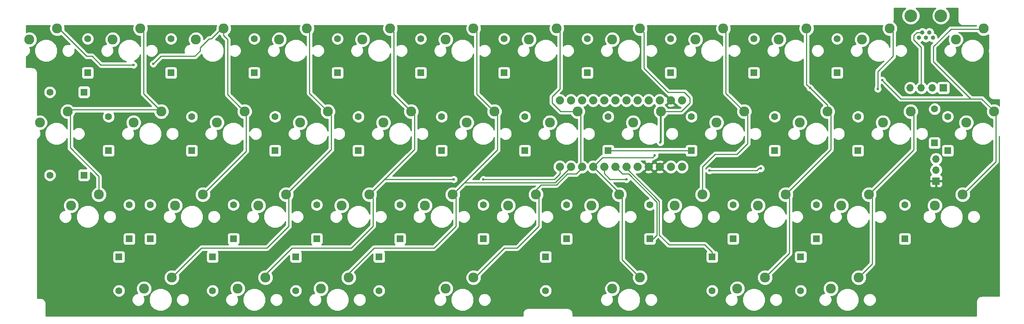
<source format=gtl>
G04 #@! TF.FileFunction,Copper,L1,Top,Signal*
%FSLAX46Y46*%
G04 Gerber Fmt 4.6, Leading zero omitted, Abs format (unit mm)*
G04 Created by KiCad (PCBNEW 4.0.7) date 05/05/18 17:10:22*
%MOMM*%
%LPD*%
G01*
G04 APERTURE LIST*
%ADD10C,0.100000*%
%ADD11C,0.600000*%
%ADD12C,2.286000*%
%ADD13R,1.600000X1.600000*%
%ADD14C,1.600000*%
%ADD15O,1.000000X1.000000*%
%ADD16C,2.895600*%
%ADD17C,1.879600*%
%ADD18R,1.700000X1.700000*%
%ADD19O,1.700000X1.700000*%
%ADD20C,0.250000*%
%ADD21C,0.254000*%
G04 APERTURE END LIST*
D10*
D11*
X178750000Y-62000000D03*
X197750000Y-55250000D03*
X174500000Y-40250000D03*
X47625000Y-29765625D03*
X242000000Y-34000000D03*
X233750000Y-34250000D03*
X144750000Y-38500000D03*
X229250000Y-41500000D03*
X236750000Y-43000000D03*
X165750000Y-38500000D03*
X167500000Y-52250000D03*
X119000000Y-58500000D03*
D12*
X166846250Y-63976250D03*
X160496250Y-66516250D03*
X185896250Y-63976250D03*
X179546250Y-66516250D03*
D13*
X239000000Y-52150000D03*
D14*
X239000000Y-44350000D03*
D12*
X250190000Y-25876250D03*
X243840000Y-28416250D03*
X57308750Y-25876250D03*
X50958750Y-28416250D03*
X76358750Y-25876250D03*
X70008750Y-28416250D03*
X95408750Y-25876250D03*
X89058750Y-28416250D03*
X114458750Y-25876250D03*
X108108750Y-28416250D03*
X133508750Y-25876250D03*
X127158750Y-28416250D03*
X152558750Y-25876250D03*
X146208750Y-28416250D03*
X171608750Y-25876250D03*
X165258750Y-28416250D03*
X209708750Y-25876250D03*
X203358750Y-28416250D03*
X228758750Y-25876250D03*
X222408750Y-28416250D03*
X62071250Y-44926250D03*
X55721250Y-47466250D03*
X81121250Y-44926250D03*
X74771250Y-47466250D03*
X100171250Y-44926250D03*
X93821250Y-47466250D03*
X119221250Y-44926250D03*
X112871250Y-47466250D03*
X138271250Y-44926250D03*
X131921250Y-47466250D03*
X157321250Y-44926250D03*
X150971250Y-47466250D03*
X176371250Y-44926250D03*
X170021250Y-47466250D03*
X195421250Y-44926250D03*
X189071250Y-47466250D03*
X214471250Y-44926250D03*
X208121250Y-47466250D03*
X233521250Y-44926250D03*
X227171250Y-47466250D03*
X252571250Y-44926250D03*
X246221250Y-47466250D03*
X47783750Y-63976250D03*
X41433750Y-66516250D03*
X71596308Y-63976308D03*
X65246308Y-66516308D03*
X90646324Y-63976308D03*
X84296324Y-66516308D03*
X109696250Y-63976250D03*
X103346250Y-66516250D03*
X128746250Y-63976250D03*
X122396250Y-66516250D03*
X147796250Y-63976250D03*
X141446250Y-66516250D03*
X204946250Y-63976250D03*
X198596250Y-66516250D03*
X223996250Y-63976250D03*
X217646250Y-66516250D03*
X245427500Y-63976250D03*
X239077500Y-66516250D03*
X40640000Y-44926250D03*
X34290000Y-47466250D03*
X38258750Y-25876250D03*
X31908750Y-28416250D03*
X64452500Y-83026250D03*
X58102500Y-85566250D03*
X104933750Y-83026250D03*
X98583750Y-85566250D03*
D15*
X237000000Y-28000000D03*
X238600000Y-28000000D03*
X235400000Y-28000000D03*
X237800000Y-26800000D03*
X236200000Y-26800000D03*
D16*
X240450000Y-22950000D03*
X233550000Y-22950000D03*
D12*
X85883750Y-83026250D03*
X79533750Y-85566250D03*
X200183750Y-83026250D03*
X193833750Y-85566250D03*
X221615000Y-83026250D03*
X215265000Y-85566250D03*
D13*
X45243788Y-36046902D03*
D14*
X45243788Y-28246902D03*
D13*
X64293804Y-36046902D03*
D14*
X64293804Y-28246902D03*
D13*
X83343820Y-36046902D03*
D14*
X83343820Y-28246902D03*
D13*
X102393836Y-36046902D03*
D14*
X102393836Y-28246902D03*
D13*
X121443852Y-36046902D03*
D14*
X121443852Y-28246902D03*
D13*
X140493750Y-36046875D03*
D14*
X140493750Y-28246875D03*
D13*
X159543750Y-36046875D03*
D14*
X159543750Y-28246875D03*
D13*
X178593750Y-36046875D03*
D14*
X178593750Y-28246875D03*
D13*
X197643750Y-36046875D03*
D14*
X197643750Y-28246875D03*
D13*
X216693750Y-36046875D03*
D14*
X216693750Y-28246875D03*
D13*
X50006250Y-53906250D03*
D14*
X50006250Y-46106250D03*
D13*
X69056250Y-53906250D03*
D14*
X69056250Y-46106250D03*
D13*
X88106250Y-53906250D03*
D14*
X88106250Y-46106250D03*
D13*
X107156250Y-53906250D03*
D14*
X107156250Y-46106250D03*
D13*
X126206250Y-53906250D03*
D14*
X126206250Y-46106250D03*
D13*
X145256250Y-53906250D03*
D14*
X145256250Y-46106250D03*
D13*
X164306250Y-53906250D03*
D14*
X164306250Y-46106250D03*
D13*
X183356250Y-53906250D03*
D14*
X183356250Y-46106250D03*
D13*
X202406250Y-53906250D03*
D14*
X202406250Y-46106250D03*
D13*
X221456250Y-53906250D03*
D14*
X221456250Y-46106250D03*
D13*
X242000000Y-53906250D03*
D14*
X242000000Y-46106250D03*
D13*
X54768750Y-74146875D03*
D14*
X54768750Y-66346875D03*
D13*
X59531300Y-74146875D03*
D14*
X59531300Y-66346875D03*
D13*
X78581316Y-74146934D03*
D14*
X78581316Y-66346934D03*
D13*
X97631250Y-74146875D03*
D14*
X97631250Y-66346875D03*
D13*
X116681250Y-74146875D03*
D14*
X116681250Y-66346875D03*
D13*
X135731250Y-74146875D03*
D14*
X135731250Y-66346875D03*
D13*
X154781250Y-74146875D03*
D14*
X154781250Y-66346875D03*
D13*
X173831250Y-74146875D03*
D14*
X173831250Y-66346875D03*
D13*
X192881250Y-74146875D03*
D14*
X192881250Y-66346875D03*
D13*
X211931250Y-74146875D03*
D14*
X211931250Y-66346875D03*
D13*
X232171875Y-74146875D03*
D14*
X232171875Y-66346875D03*
D13*
X44381250Y-59531250D03*
D14*
X36581250Y-59531250D03*
D13*
X44381250Y-40481250D03*
D14*
X36581250Y-40481250D03*
D13*
X52387500Y-78253125D03*
D14*
X52387500Y-86053125D03*
D13*
X73818750Y-78253125D03*
D14*
X73818750Y-86053125D03*
D13*
X92868750Y-78253125D03*
D14*
X92868750Y-86053125D03*
D13*
X111918750Y-78253125D03*
D14*
X111918750Y-86053125D03*
D13*
X150018750Y-78253125D03*
D14*
X150018750Y-86053125D03*
D13*
X188118750Y-78253125D03*
D14*
X188118750Y-86053125D03*
D13*
X208359375Y-78253125D03*
D14*
X208359375Y-86053125D03*
D12*
X190658908Y-25876276D03*
X184308908Y-28416276D03*
D17*
X181200000Y-57620000D03*
X178660000Y-57620000D03*
X176120000Y-57620000D03*
X173580000Y-57620000D03*
X171040000Y-57620000D03*
X168500000Y-57620000D03*
X165960000Y-57620000D03*
X163420000Y-57620000D03*
X160880000Y-57620000D03*
X158340000Y-57620000D03*
X155800000Y-57620000D03*
X153260000Y-57620000D03*
X153260000Y-42380000D03*
X155800000Y-42380000D03*
X158340000Y-42380000D03*
X160880000Y-42380000D03*
X163420000Y-42380000D03*
X165960000Y-42380000D03*
X168500000Y-42380000D03*
X171040000Y-42380000D03*
X173580000Y-42380000D03*
X176120000Y-42380000D03*
X178660000Y-42380000D03*
X181200000Y-42380000D03*
D18*
X241040000Y-39500000D03*
D19*
X238500000Y-39500000D03*
X235960000Y-39500000D03*
X233420000Y-39500000D03*
D18*
X239315625Y-60880625D03*
D19*
X239315625Y-58340625D03*
X239315625Y-55800625D03*
D11*
X83500000Y-58250000D03*
D12*
X133508750Y-83026250D03*
X127158750Y-85566250D03*
X171608750Y-83026250D03*
X165258750Y-85566250D03*
D11*
X55750004Y-34250000D03*
X60250000Y-34000000D03*
X135750000Y-60500000D03*
X129000000Y-60500000D03*
X176250000Y-52000000D03*
X175000000Y-55000000D03*
X168500000Y-60500000D03*
X210500000Y-39500000D03*
X226000000Y-39750000D03*
X227000000Y-37750000D03*
X199250000Y-58000000D03*
X187500000Y-58499998D03*
D20*
X164306250Y-53906250D02*
X165356250Y-53906250D01*
X165356250Y-53906250D02*
X183356250Y-53906250D01*
X165960000Y-57620000D02*
X167590000Y-59250000D01*
X167590000Y-59250000D02*
X169000000Y-59250000D01*
X169000000Y-59250000D02*
X175500000Y-65750000D01*
X175500000Y-65750000D02*
X175500000Y-73250000D01*
X175500000Y-73250000D02*
X174603125Y-74146875D01*
X174603125Y-74146875D02*
X173831250Y-74146875D01*
X173831250Y-74081250D02*
X173831250Y-74146875D01*
X186415625Y-75500000D02*
X178250000Y-75500000D01*
X188118750Y-78253125D02*
X188118750Y-77203125D01*
X188118750Y-77203125D02*
X186415625Y-75500000D01*
X168500000Y-57620000D02*
X168500000Y-58000000D01*
X168500000Y-58000000D02*
X176000000Y-65500000D01*
X176000000Y-65500000D02*
X176000000Y-73250000D01*
X176000000Y-73250000D02*
X178250000Y-75500000D01*
X40640000Y-44926250D02*
X41250000Y-45536250D01*
X41250000Y-45536250D02*
X41250000Y-53250000D01*
X47783750Y-62359804D02*
X47783750Y-63976250D01*
X41250000Y-53250000D02*
X47783750Y-59783750D01*
X47783750Y-59783750D02*
X47783750Y-62359804D01*
X62071250Y-44926250D02*
X61645000Y-44500000D01*
X61645000Y-44500000D02*
X41066250Y-44500000D01*
X41066250Y-44500000D02*
X40640000Y-44926250D01*
X57308750Y-25876250D02*
X58000000Y-26567500D01*
X58000000Y-26567500D02*
X58000000Y-40855000D01*
X58000000Y-40855000D02*
X62071250Y-44926250D01*
X76358750Y-25876250D02*
X76358750Y-27492696D01*
X76358750Y-27492696D02*
X77250000Y-28383946D01*
X77250000Y-28383946D02*
X77250000Y-41055000D01*
X79978251Y-43783251D02*
X81121250Y-44926250D01*
X77250000Y-41055000D02*
X79978251Y-43783251D01*
X38258750Y-25876250D02*
X38626250Y-25876250D01*
X38626250Y-25876250D02*
X45000000Y-32250000D01*
X45000000Y-32250000D02*
X46250000Y-32250000D01*
X46250000Y-32250000D02*
X48250000Y-34250000D01*
X48250000Y-34250000D02*
X55750004Y-34250000D01*
X76358750Y-25876250D02*
X75873750Y-25876250D01*
X75873750Y-25876250D02*
X73500000Y-28250000D01*
X73500000Y-28250000D02*
X73000000Y-28250000D01*
X73000000Y-28250000D02*
X71000000Y-30250000D01*
X71000000Y-30250000D02*
X71000000Y-31000000D01*
X71000000Y-31000000D02*
X69750000Y-32250000D01*
X69750000Y-32250000D02*
X62000000Y-32250000D01*
X62000000Y-32250000D02*
X60250000Y-34000000D01*
X60205708Y-34000000D02*
X60250000Y-34000000D01*
X81121250Y-44926250D02*
X81500000Y-45305000D01*
X81500000Y-45305000D02*
X81500000Y-54072616D01*
X81500000Y-54072616D02*
X71596308Y-63976308D01*
X90646324Y-63976308D02*
X91250000Y-64579984D01*
X91250000Y-64579984D02*
X91250000Y-71250000D01*
X91250000Y-71250000D02*
X86250000Y-76250000D01*
X86250000Y-76250000D02*
X71250000Y-76250000D01*
X71250000Y-76250000D02*
X64473750Y-83026250D01*
X64473750Y-83026250D02*
X64452500Y-83026250D01*
X95408750Y-25876250D02*
X96000000Y-26467500D01*
X96000000Y-26467500D02*
X96000000Y-40755000D01*
X96000000Y-40755000D02*
X100171250Y-44926250D01*
X100171250Y-44926250D02*
X101000000Y-45755000D01*
X101000000Y-45755000D02*
X101000000Y-53622632D01*
X101000000Y-53622632D02*
X90646324Y-63976308D01*
X109696250Y-63976250D02*
X110500000Y-64780000D01*
X110500000Y-71250000D02*
X105500000Y-76250000D01*
X110500000Y-64780000D02*
X110500000Y-71250000D01*
X105500000Y-76250000D02*
X92000000Y-76250000D01*
X92000000Y-76250000D02*
X85883750Y-82366250D01*
X85883750Y-82366250D02*
X85883750Y-83026250D01*
X135750000Y-60500000D02*
X152000000Y-60500000D01*
X152000000Y-60500000D02*
X153260000Y-59240000D01*
X153260000Y-59240000D02*
X153260000Y-57620000D01*
X113172500Y-60500000D02*
X128575736Y-60500000D01*
X128575736Y-60500000D02*
X129000000Y-60500000D01*
X113000000Y-60672500D02*
X113172500Y-60500000D01*
X120000000Y-53672500D02*
X113000000Y-60672500D01*
X113000000Y-60672500D02*
X109696250Y-63976250D01*
X119221250Y-44926250D02*
X120000000Y-45705000D01*
X120000000Y-45705000D02*
X120000000Y-53672500D01*
X114458750Y-25876250D02*
X115250000Y-26667500D01*
X115250000Y-26667500D02*
X115250000Y-40955000D01*
X115250000Y-40955000D02*
X119221250Y-44926250D01*
X128746250Y-63976250D02*
X129500000Y-64730000D01*
X129500000Y-64730000D02*
X129500000Y-71250000D01*
X129500000Y-71250000D02*
X124500000Y-76250000D01*
X124500000Y-76250000D02*
X110750000Y-76250000D01*
X110750000Y-76250000D02*
X104933750Y-82066250D01*
X104933750Y-82066250D02*
X104933750Y-83026250D01*
X155800000Y-57620000D02*
X152170000Y-61250000D01*
X152170000Y-61250000D02*
X131472500Y-61250000D01*
X131472500Y-61250000D02*
X128746250Y-63976250D01*
X139000000Y-53722500D02*
X133750000Y-58972500D01*
X133750000Y-58972500D02*
X128746250Y-63976250D01*
X138271250Y-44926250D02*
X139000000Y-45655000D01*
X139000000Y-45655000D02*
X139000000Y-53722500D01*
X133508750Y-25876250D02*
X134250000Y-26617500D01*
X134250000Y-26617500D02*
X134250000Y-40905000D01*
X134250000Y-40905000D02*
X137128251Y-43783251D01*
X137128251Y-43783251D02*
X138271250Y-44926250D01*
X158340000Y-57620000D02*
X158340000Y-57910000D01*
X158340000Y-57910000D02*
X157000000Y-59250000D01*
X157000000Y-59250000D02*
X155000000Y-59250000D01*
X155000000Y-59250000D02*
X152500000Y-61750000D01*
X152500000Y-61750000D02*
X149000000Y-61750000D01*
X149000000Y-61750000D02*
X147796250Y-62953750D01*
X147796250Y-62953750D02*
X147796250Y-63976250D01*
X147796250Y-63976250D02*
X148500000Y-64680000D01*
X148500000Y-64680000D02*
X148500000Y-71250000D01*
X148500000Y-71250000D02*
X143500000Y-76250000D01*
X143500000Y-76250000D02*
X140602500Y-76250000D01*
X140602500Y-76250000D02*
X133826250Y-83026250D01*
X157321250Y-44926250D02*
X158000000Y-45605000D01*
X158000000Y-45605000D02*
X158000000Y-57280000D01*
X158000000Y-57280000D02*
X158340000Y-57620000D01*
X152558750Y-25876250D02*
X153250000Y-26567500D01*
X153250000Y-26567500D02*
X153250000Y-39750000D01*
X153250000Y-39750000D02*
X151500000Y-41500000D01*
X151500000Y-41500000D02*
X151500000Y-43000000D01*
X151500000Y-43000000D02*
X153426250Y-44926250D01*
X153426250Y-44926250D02*
X155704804Y-44926250D01*
X155704804Y-44926250D02*
X157321250Y-44926250D01*
X176371250Y-51878750D02*
X176250000Y-52000000D01*
X176371250Y-44926250D02*
X176371250Y-51878750D01*
X176250000Y-45047500D02*
X176250000Y-52000000D01*
X171608750Y-25876250D02*
X172500000Y-26767500D01*
X172500000Y-26767500D02*
X172500000Y-35000000D01*
X172500000Y-35000000D02*
X178000000Y-40500000D01*
X181073750Y-44926250D02*
X177987696Y-44926250D01*
X178000000Y-40500000D02*
X181750000Y-40500000D01*
X181750000Y-40500000D02*
X183000000Y-41750000D01*
X183000000Y-41750000D02*
X183000000Y-43000000D01*
X183000000Y-43000000D02*
X181073750Y-44926250D01*
X177987696Y-44926250D02*
X176371250Y-44926250D01*
X160880000Y-57620000D02*
X163000000Y-55500000D01*
X163000000Y-55500000D02*
X174500000Y-55500000D01*
X174500000Y-55500000D02*
X175000000Y-55000000D01*
X160880000Y-57620000D02*
X166846250Y-63586250D01*
X166846250Y-63586250D02*
X166846250Y-63976250D01*
X166846250Y-63976250D02*
X167500000Y-64630000D01*
X167500000Y-64630000D02*
X167500000Y-78917500D01*
X167500000Y-78917500D02*
X171608750Y-83026250D01*
X195421250Y-44926250D02*
X196250000Y-45755000D01*
X196250000Y-45755000D02*
X196250000Y-52250000D01*
X196250000Y-52250000D02*
X193750000Y-54750000D01*
X193750000Y-54750000D02*
X188750000Y-54750000D01*
X188750000Y-54750000D02*
X185896250Y-57603750D01*
X185896250Y-57603750D02*
X185896250Y-62359804D01*
X185896250Y-62359804D02*
X185896250Y-63976250D01*
X190658908Y-25876276D02*
X191250000Y-26467368D01*
X191250000Y-26467368D02*
X191250000Y-40755000D01*
X191250000Y-40755000D02*
X195421250Y-44926250D01*
X163420000Y-57620000D02*
X163420000Y-59170000D01*
X163420000Y-59170000D02*
X164750000Y-60500000D01*
X164750000Y-60500000D02*
X168075736Y-60500000D01*
X168075736Y-60500000D02*
X168500000Y-60500000D01*
X209708750Y-38708750D02*
X210500000Y-39500000D01*
X210500000Y-39500000D02*
X214471250Y-43471250D01*
X209708750Y-25876250D02*
X209708750Y-38708750D01*
X214471250Y-43471250D02*
X214471250Y-44926250D01*
X204946250Y-63976250D02*
X204976250Y-63976250D01*
X204976250Y-63976250D02*
X205750000Y-64750000D01*
X205750000Y-64750000D02*
X205750000Y-77460000D01*
X205750000Y-77460000D02*
X201326749Y-81883251D01*
X201326749Y-81883251D02*
X200183750Y-83026250D01*
X214471250Y-44926250D02*
X215250000Y-45705000D01*
X215250000Y-53672500D02*
X204946250Y-63976250D01*
X215250000Y-45705000D02*
X215250000Y-53672500D01*
X226000000Y-39000000D02*
X226000000Y-39750000D01*
X223996250Y-63976250D02*
X234250000Y-53722500D01*
X234250000Y-53722500D02*
X234250000Y-45655000D01*
X234250000Y-45655000D02*
X233521250Y-44926250D01*
X228758750Y-25876250D02*
X229500000Y-26617500D01*
X226000000Y-35750000D02*
X226000000Y-39000000D01*
X229500000Y-26617500D02*
X229500000Y-32250000D01*
X229500000Y-32250000D02*
X226000000Y-35750000D01*
X233447500Y-45000000D02*
X233521250Y-44926250D01*
X223996250Y-63976250D02*
X224750000Y-64730000D01*
X224750000Y-64730000D02*
X224750000Y-79891250D01*
X224750000Y-79891250D02*
X221615000Y-83026250D01*
X228758750Y-25876250D02*
X228758750Y-26008750D01*
X249000000Y-42000000D02*
X231250000Y-42000000D01*
X227299999Y-38049999D02*
X227000000Y-37750000D01*
X231250000Y-42000000D02*
X227299999Y-38049999D01*
X250190000Y-25876250D02*
X250190000Y-25940000D01*
X250190000Y-25940000D02*
X250250000Y-26000000D01*
X250250000Y-26000000D02*
X242750000Y-26000000D01*
X242750000Y-26000000D02*
X238750000Y-30000000D01*
X238750000Y-30000000D02*
X238750000Y-33500000D01*
X238750000Y-33500000D02*
X247250000Y-42000000D01*
X247250000Y-42000000D02*
X249000000Y-42000000D01*
X249000000Y-42000000D02*
X249750000Y-42000000D01*
X249750000Y-42000000D02*
X252571250Y-44821250D01*
X252571250Y-44821250D02*
X252571250Y-44926250D01*
X252571250Y-44926250D02*
X252571250Y-45071250D01*
X252571250Y-45071250D02*
X253000000Y-45500000D01*
X253000000Y-45500000D02*
X253000000Y-56403750D01*
X253000000Y-56403750D02*
X246570499Y-62833251D01*
X246570499Y-62833251D02*
X245427500Y-63976250D01*
X252500000Y-44855000D02*
X252571250Y-44926250D01*
X236200000Y-26800000D02*
X234950000Y-26800000D01*
X234950000Y-26800000D02*
X234250000Y-27500000D01*
X234250000Y-27500000D02*
X234250000Y-28500000D01*
X234250000Y-28500000D02*
X235960000Y-30210000D01*
X235960000Y-30210000D02*
X235960000Y-39500000D01*
X199250000Y-58000000D02*
X198825736Y-58000000D01*
X198825736Y-58000000D02*
X198325738Y-58499998D01*
X198325738Y-58499998D02*
X198250003Y-58499998D01*
X187500000Y-58499998D02*
X198250003Y-58499998D01*
D21*
G36*
X36481059Y-25521032D02*
X36480442Y-26228364D01*
X36750556Y-26882090D01*
X37250279Y-27382686D01*
X37903532Y-27653941D01*
X38610864Y-27654558D01*
X39119565Y-27444367D01*
X41181449Y-29506251D01*
X41095611Y-29470608D01*
X40504483Y-29470092D01*
X39958155Y-29695830D01*
X39539799Y-30113456D01*
X39313108Y-30659389D01*
X39312592Y-31250517D01*
X39538330Y-31796845D01*
X39955956Y-32215201D01*
X40501889Y-32441892D01*
X41093017Y-32442408D01*
X41639345Y-32216670D01*
X42057701Y-31799044D01*
X42284392Y-31253111D01*
X42284908Y-30661983D01*
X42248101Y-30572903D01*
X44462599Y-32787401D01*
X44709161Y-32952148D01*
X45000000Y-33010000D01*
X45935198Y-33010000D01*
X47712599Y-34787401D01*
X47959161Y-34952148D01*
X48250000Y-35010000D01*
X55187541Y-35010000D01*
X55219677Y-35042192D01*
X55563205Y-35184838D01*
X55935171Y-35185162D01*
X56278947Y-35043117D01*
X56542196Y-34780327D01*
X56684842Y-34436799D01*
X56685166Y-34064833D01*
X56543121Y-33721057D01*
X56280331Y-33457808D01*
X55940342Y-33316631D01*
X56255957Y-33186222D01*
X56996123Y-32447346D01*
X57240000Y-31860025D01*
X57240000Y-40855000D01*
X57297852Y-41145839D01*
X57462599Y-41392401D01*
X59810198Y-43740000D01*
X41968099Y-43740000D01*
X41648471Y-43419814D01*
X40995218Y-43148559D01*
X40287886Y-43147942D01*
X39634160Y-43418056D01*
X39133564Y-43917779D01*
X38862309Y-44571032D01*
X38861692Y-45278364D01*
X39131806Y-45932090D01*
X39631529Y-46432686D01*
X40284782Y-46703941D01*
X40490000Y-46704120D01*
X40490000Y-48906340D01*
X40329972Y-48519043D01*
X39591096Y-47778877D01*
X38625215Y-47377808D01*
X37579374Y-47376895D01*
X36612793Y-47776278D01*
X35872627Y-48515154D01*
X35471558Y-49481035D01*
X35470645Y-50526876D01*
X35870028Y-51493457D01*
X36608904Y-52233623D01*
X37574785Y-52634692D01*
X38620626Y-52635605D01*
X39587207Y-52236222D01*
X40327373Y-51497346D01*
X40490000Y-51105697D01*
X40490000Y-53250000D01*
X40547852Y-53540839D01*
X40712599Y-53787401D01*
X45009008Y-58083810D01*
X43581250Y-58083810D01*
X43345933Y-58128088D01*
X43129809Y-58267160D01*
X42984819Y-58479360D01*
X42933810Y-58731250D01*
X42933810Y-60331250D01*
X42978088Y-60566567D01*
X43117160Y-60782691D01*
X43329360Y-60927681D01*
X43581250Y-60978690D01*
X45181250Y-60978690D01*
X45416567Y-60934412D01*
X45632691Y-60795340D01*
X45777681Y-60583140D01*
X45828690Y-60331250D01*
X45828690Y-58903492D01*
X47023750Y-60098552D01*
X47023750Y-62366477D01*
X46777910Y-62468056D01*
X46277314Y-62967779D01*
X46006059Y-63621032D01*
X46005442Y-64328364D01*
X46275556Y-64982090D01*
X46775279Y-65482686D01*
X47428532Y-65753941D01*
X48135864Y-65754558D01*
X48789590Y-65484444D01*
X49290186Y-64984721D01*
X49561441Y-64331468D01*
X49562058Y-63624136D01*
X49291944Y-62970410D01*
X48792221Y-62469814D01*
X48543750Y-62366640D01*
X48543750Y-59783750D01*
X48485898Y-59492911D01*
X48321151Y-59246349D01*
X42181052Y-53106250D01*
X48558810Y-53106250D01*
X48558810Y-54706250D01*
X48603088Y-54941567D01*
X48742160Y-55157691D01*
X48954360Y-55302681D01*
X49206250Y-55353690D01*
X50806250Y-55353690D01*
X51041567Y-55309412D01*
X51257691Y-55170340D01*
X51402681Y-54958140D01*
X51453690Y-54706250D01*
X51453690Y-53106250D01*
X67608810Y-53106250D01*
X67608810Y-54706250D01*
X67653088Y-54941567D01*
X67792160Y-55157691D01*
X68004360Y-55302681D01*
X68256250Y-55353690D01*
X69856250Y-55353690D01*
X70091567Y-55309412D01*
X70307691Y-55170340D01*
X70452681Y-54958140D01*
X70503690Y-54706250D01*
X70503690Y-53106250D01*
X70459412Y-52870933D01*
X70320340Y-52654809D01*
X70108140Y-52509819D01*
X69856250Y-52458810D01*
X68256250Y-52458810D01*
X68020933Y-52503088D01*
X67804809Y-52642160D01*
X67659819Y-52854360D01*
X67608810Y-53106250D01*
X51453690Y-53106250D01*
X51409412Y-52870933D01*
X51270340Y-52654809D01*
X51058140Y-52509819D01*
X50806250Y-52458810D01*
X49206250Y-52458810D01*
X48970933Y-52503088D01*
X48754809Y-52642160D01*
X48609819Y-52854360D01*
X48558810Y-53106250D01*
X42181052Y-53106250D01*
X42010000Y-52935198D01*
X42010000Y-50937423D01*
X42337206Y-51265201D01*
X42883139Y-51491892D01*
X43474267Y-51492408D01*
X44020595Y-51266670D01*
X44438951Y-50849044D01*
X44665642Y-50303111D01*
X44665644Y-50300517D01*
X52965092Y-50300517D01*
X53190830Y-50846845D01*
X53608456Y-51265201D01*
X54154389Y-51491892D01*
X54745517Y-51492408D01*
X55291845Y-51266670D01*
X55710201Y-50849044D01*
X55843976Y-50526876D01*
X56901895Y-50526876D01*
X57301278Y-51493457D01*
X58040154Y-52233623D01*
X59006035Y-52634692D01*
X60051876Y-52635605D01*
X61018457Y-52236222D01*
X61758623Y-51497346D01*
X62159692Y-50531465D01*
X62159893Y-50300517D01*
X63125092Y-50300517D01*
X63350830Y-50846845D01*
X63768456Y-51265201D01*
X64314389Y-51491892D01*
X64905517Y-51492408D01*
X65451845Y-51266670D01*
X65870201Y-50849044D01*
X66096892Y-50303111D01*
X66096894Y-50300517D01*
X72015092Y-50300517D01*
X72240830Y-50846845D01*
X72658456Y-51265201D01*
X73204389Y-51491892D01*
X73795517Y-51492408D01*
X74341845Y-51266670D01*
X74760201Y-50849044D01*
X74986892Y-50303111D01*
X74987408Y-49711983D01*
X74794153Y-49244271D01*
X75123364Y-49244558D01*
X75777090Y-48974444D01*
X76277686Y-48474721D01*
X76548941Y-47821468D01*
X76549558Y-47114136D01*
X76279444Y-46460410D01*
X75779721Y-45959814D01*
X75126468Y-45688559D01*
X74419136Y-45687942D01*
X73765410Y-45958056D01*
X73264814Y-46457779D01*
X72993559Y-47111032D01*
X72992942Y-47818364D01*
X73263056Y-48472090D01*
X73311065Y-48520183D01*
X73206983Y-48520092D01*
X72660655Y-48745830D01*
X72242299Y-49163456D01*
X72015608Y-49709389D01*
X72015092Y-50300517D01*
X66096894Y-50300517D01*
X66097408Y-49711983D01*
X65871670Y-49165655D01*
X65454044Y-48747299D01*
X64908111Y-48520608D01*
X64316983Y-48520092D01*
X63770655Y-48745830D01*
X63352299Y-49163456D01*
X63125608Y-49709389D01*
X63125092Y-50300517D01*
X62159893Y-50300517D01*
X62160605Y-49485624D01*
X61761222Y-48519043D01*
X61022346Y-47778877D01*
X60056465Y-47377808D01*
X59010624Y-47376895D01*
X58044043Y-47776278D01*
X57303877Y-48515154D01*
X56902808Y-49481035D01*
X56901895Y-50526876D01*
X55843976Y-50526876D01*
X55936892Y-50303111D01*
X55937408Y-49711983D01*
X55744153Y-49244271D01*
X56073364Y-49244558D01*
X56727090Y-48974444D01*
X57227686Y-48474721D01*
X57498941Y-47821468D01*
X57499558Y-47114136D01*
X57229444Y-46460410D01*
X56729721Y-45959814D01*
X56076468Y-45688559D01*
X55369136Y-45687942D01*
X54715410Y-45958056D01*
X54214814Y-46457779D01*
X53943559Y-47111032D01*
X53942942Y-47818364D01*
X54213056Y-48472090D01*
X54261065Y-48520183D01*
X54156983Y-48520092D01*
X53610655Y-48745830D01*
X53192299Y-49163456D01*
X52965608Y-49709389D01*
X52965092Y-50300517D01*
X44665644Y-50300517D01*
X44666158Y-49711983D01*
X44440420Y-49165655D01*
X44022794Y-48747299D01*
X43476861Y-48520608D01*
X42885733Y-48520092D01*
X42339405Y-48745830D01*
X42010000Y-49074660D01*
X42010000Y-46070919D01*
X42146436Y-45934721D01*
X42417691Y-45281468D01*
X42417710Y-45260000D01*
X48822809Y-45260000D01*
X48790426Y-45292327D01*
X48571500Y-45819559D01*
X48571002Y-46390437D01*
X48789007Y-46918050D01*
X49192327Y-47322074D01*
X49719559Y-47541000D01*
X50290437Y-47541498D01*
X50818050Y-47323493D01*
X51222074Y-46920173D01*
X51441000Y-46392941D01*
X51441498Y-45822063D01*
X51223493Y-45294450D01*
X51189103Y-45260000D01*
X60292958Y-45260000D01*
X60292942Y-45278364D01*
X60563056Y-45932090D01*
X61062779Y-46432686D01*
X61716032Y-46703941D01*
X62423364Y-46704558D01*
X63077090Y-46434444D01*
X63121173Y-46390437D01*
X67621002Y-46390437D01*
X67839007Y-46918050D01*
X68242327Y-47322074D01*
X68769559Y-47541000D01*
X69340437Y-47541498D01*
X69868050Y-47323493D01*
X70272074Y-46920173D01*
X70491000Y-46392941D01*
X70491498Y-45822063D01*
X70273493Y-45294450D01*
X69870173Y-44890426D01*
X69342941Y-44671500D01*
X68772063Y-44671002D01*
X68244450Y-44889007D01*
X67840426Y-45292327D01*
X67621500Y-45819559D01*
X67621002Y-46390437D01*
X63121173Y-46390437D01*
X63577686Y-45934721D01*
X63848941Y-45281468D01*
X63849558Y-44574136D01*
X63579444Y-43920410D01*
X63079721Y-43419814D01*
X62426468Y-43148559D01*
X61719136Y-43147942D01*
X61470485Y-43250683D01*
X58760000Y-40540198D01*
X58760000Y-35246902D01*
X62846364Y-35246902D01*
X62846364Y-36846902D01*
X62890642Y-37082219D01*
X63029714Y-37298343D01*
X63241914Y-37443333D01*
X63493804Y-37494342D01*
X65093804Y-37494342D01*
X65329121Y-37450064D01*
X65545245Y-37310992D01*
X65690235Y-37098792D01*
X65741244Y-36846902D01*
X65741244Y-35246902D01*
X65696966Y-35011585D01*
X65557894Y-34795461D01*
X65345694Y-34650471D01*
X65093804Y-34599462D01*
X63493804Y-34599462D01*
X63258487Y-34643740D01*
X63042363Y-34782812D01*
X62897373Y-34995012D01*
X62846364Y-35246902D01*
X58760000Y-35246902D01*
X58760000Y-31968815D01*
X59005956Y-32215201D01*
X59551889Y-32441892D01*
X60143017Y-32442408D01*
X60689345Y-32216670D01*
X61107701Y-31799044D01*
X61334392Y-31253111D01*
X61334908Y-30661983D01*
X61109170Y-30115655D01*
X60691544Y-29697299D01*
X60145611Y-29470608D01*
X59554483Y-29470092D01*
X59008155Y-29695830D01*
X58760000Y-29943552D01*
X58760000Y-28531089D01*
X62858556Y-28531089D01*
X63076561Y-29058702D01*
X63479881Y-29462726D01*
X64007113Y-29681652D01*
X64577991Y-29682150D01*
X65105604Y-29464145D01*
X65509628Y-29060825D01*
X65728554Y-28533593D01*
X65729052Y-27962715D01*
X65511047Y-27435102D01*
X65107727Y-27031078D01*
X64580495Y-26812152D01*
X64009617Y-26811654D01*
X63482004Y-27029659D01*
X63077980Y-27432979D01*
X62859054Y-27960211D01*
X62858556Y-28531089D01*
X58760000Y-28531089D01*
X58760000Y-26939811D01*
X58815186Y-26884721D01*
X59086441Y-26231468D01*
X59087058Y-25524136D01*
X58957260Y-25210000D01*
X74710211Y-25210000D01*
X74581059Y-25521032D01*
X74580559Y-26094639D01*
X73185198Y-27490000D01*
X73000000Y-27490000D01*
X72709161Y-27547852D01*
X72462599Y-27712599D01*
X71786775Y-28388423D01*
X71787058Y-28064136D01*
X71516944Y-27410410D01*
X71017221Y-26909814D01*
X70363968Y-26638559D01*
X69656636Y-26637942D01*
X69002910Y-26908056D01*
X68502314Y-27407779D01*
X68231059Y-28061032D01*
X68230442Y-28768364D01*
X68500556Y-29422090D01*
X68548565Y-29470183D01*
X68444483Y-29470092D01*
X67898155Y-29695830D01*
X67479799Y-30113456D01*
X67253108Y-30659389D01*
X67252592Y-31250517D01*
X67351544Y-31490000D01*
X62000000Y-31490000D01*
X61709161Y-31547852D01*
X61462599Y-31712599D01*
X60110320Y-33064878D01*
X60064833Y-33064838D01*
X59721057Y-33206883D01*
X59457808Y-33469673D01*
X59315162Y-33813201D01*
X59314838Y-34185167D01*
X59456883Y-34528943D01*
X59719673Y-34792192D01*
X60063201Y-34934838D01*
X60435167Y-34935162D01*
X60778943Y-34793117D01*
X61042192Y-34530327D01*
X61184838Y-34186799D01*
X61184879Y-34139923D01*
X62314802Y-33010000D01*
X69750000Y-33010000D01*
X70040839Y-32952148D01*
X70287401Y-32787401D01*
X71308842Y-31765960D01*
X71588778Y-32443457D01*
X72327654Y-33183623D01*
X73293535Y-33584692D01*
X74339376Y-33585605D01*
X75305957Y-33186222D01*
X76046123Y-32447346D01*
X76447192Y-31481465D01*
X76448105Y-30435624D01*
X76048722Y-29469043D01*
X75309846Y-28728877D01*
X74452095Y-28372707D01*
X75415171Y-27409631D01*
X75598750Y-27485860D01*
X75598750Y-27492696D01*
X75656602Y-27783535D01*
X75821349Y-28030097D01*
X76490000Y-28698748D01*
X76490000Y-41055000D01*
X76547852Y-41345839D01*
X76712599Y-41592401D01*
X79445567Y-44325369D01*
X79343559Y-44571032D01*
X79342942Y-45278364D01*
X79613056Y-45932090D01*
X80112779Y-46432686D01*
X80740000Y-46693132D01*
X80740000Y-48447697D01*
X80072346Y-47778877D01*
X79106465Y-47377808D01*
X78060624Y-47376895D01*
X77094043Y-47776278D01*
X76353877Y-48515154D01*
X75952808Y-49481035D01*
X75951895Y-50526876D01*
X76351278Y-51493457D01*
X77090154Y-52233623D01*
X78056035Y-52634692D01*
X79101876Y-52635605D01*
X80068457Y-52236222D01*
X80740000Y-51565849D01*
X80740000Y-53757814D01*
X72197189Y-62300625D01*
X71951526Y-62198617D01*
X71244194Y-62198000D01*
X70590468Y-62468114D01*
X70089872Y-62967837D01*
X69818617Y-63621090D01*
X69818000Y-64328422D01*
X70088114Y-64982148D01*
X70587837Y-65482744D01*
X71241090Y-65753999D01*
X71948422Y-65754616D01*
X72602148Y-65484502D01*
X73102744Y-64984779D01*
X73373999Y-64331526D01*
X73374616Y-63624194D01*
X73271875Y-63375543D01*
X82037401Y-54610017D01*
X82202148Y-54363455D01*
X82260000Y-54072616D01*
X82260000Y-53106250D01*
X86658810Y-53106250D01*
X86658810Y-54706250D01*
X86703088Y-54941567D01*
X86842160Y-55157691D01*
X87054360Y-55302681D01*
X87306250Y-55353690D01*
X88906250Y-55353690D01*
X89141567Y-55309412D01*
X89357691Y-55170340D01*
X89502681Y-54958140D01*
X89553690Y-54706250D01*
X89553690Y-53106250D01*
X89509412Y-52870933D01*
X89370340Y-52654809D01*
X89158140Y-52509819D01*
X88906250Y-52458810D01*
X87306250Y-52458810D01*
X87070933Y-52503088D01*
X86854809Y-52642160D01*
X86709819Y-52854360D01*
X86658810Y-53106250D01*
X82260000Y-53106250D01*
X82260000Y-50506010D01*
X82400830Y-50846845D01*
X82818456Y-51265201D01*
X83364389Y-51491892D01*
X83955517Y-51492408D01*
X84501845Y-51266670D01*
X84920201Y-50849044D01*
X85146892Y-50303111D01*
X85146894Y-50300517D01*
X91065092Y-50300517D01*
X91290830Y-50846845D01*
X91708456Y-51265201D01*
X92254389Y-51491892D01*
X92845517Y-51492408D01*
X93391845Y-51266670D01*
X93810201Y-50849044D01*
X94036892Y-50303111D01*
X94037408Y-49711983D01*
X93844153Y-49244271D01*
X94173364Y-49244558D01*
X94827090Y-48974444D01*
X95327686Y-48474721D01*
X95598941Y-47821468D01*
X95599558Y-47114136D01*
X95329444Y-46460410D01*
X94829721Y-45959814D01*
X94176468Y-45688559D01*
X93469136Y-45687942D01*
X92815410Y-45958056D01*
X92314814Y-46457779D01*
X92043559Y-47111032D01*
X92042942Y-47818364D01*
X92313056Y-48472090D01*
X92361065Y-48520183D01*
X92256983Y-48520092D01*
X91710655Y-48745830D01*
X91292299Y-49163456D01*
X91065608Y-49709389D01*
X91065092Y-50300517D01*
X85146894Y-50300517D01*
X85147408Y-49711983D01*
X84921670Y-49165655D01*
X84504044Y-48747299D01*
X83958111Y-48520608D01*
X83366983Y-48520092D01*
X82820655Y-48745830D01*
X82402299Y-49163456D01*
X82260000Y-49506150D01*
X82260000Y-46390437D01*
X86671002Y-46390437D01*
X86889007Y-46918050D01*
X87292327Y-47322074D01*
X87819559Y-47541000D01*
X88390437Y-47541498D01*
X88918050Y-47323493D01*
X89322074Y-46920173D01*
X89541000Y-46392941D01*
X89541498Y-45822063D01*
X89323493Y-45294450D01*
X88920173Y-44890426D01*
X88392941Y-44671500D01*
X87822063Y-44671002D01*
X87294450Y-44889007D01*
X86890426Y-45292327D01*
X86671500Y-45819559D01*
X86671002Y-46390437D01*
X82260000Y-46390437D01*
X82260000Y-46301766D01*
X82627686Y-45934721D01*
X82898941Y-45281468D01*
X82899558Y-44574136D01*
X82629444Y-43920410D01*
X82129721Y-43419814D01*
X81476468Y-43148559D01*
X80769136Y-43147942D01*
X80520485Y-43250683D01*
X78010000Y-40740198D01*
X78010000Y-35246902D01*
X81896380Y-35246902D01*
X81896380Y-36846902D01*
X81940658Y-37082219D01*
X82079730Y-37298343D01*
X82291930Y-37443333D01*
X82543820Y-37494342D01*
X84143820Y-37494342D01*
X84379137Y-37450064D01*
X84595261Y-37310992D01*
X84740251Y-37098792D01*
X84791260Y-36846902D01*
X84791260Y-35246902D01*
X84746982Y-35011585D01*
X84607910Y-34795461D01*
X84395710Y-34650471D01*
X84143820Y-34599462D01*
X82543820Y-34599462D01*
X82308503Y-34643740D01*
X82092379Y-34782812D01*
X81947389Y-34995012D01*
X81896380Y-35246902D01*
X78010000Y-35246902D01*
X78010000Y-32169165D01*
X78055956Y-32215201D01*
X78601889Y-32441892D01*
X79193017Y-32442408D01*
X79739345Y-32216670D01*
X80157701Y-31799044D01*
X80384392Y-31253111D01*
X80384394Y-31250517D01*
X86302592Y-31250517D01*
X86528330Y-31796845D01*
X86945956Y-32215201D01*
X87491889Y-32441892D01*
X88083017Y-32442408D01*
X88629345Y-32216670D01*
X89047701Y-31799044D01*
X89274392Y-31253111D01*
X89274908Y-30661983D01*
X89081653Y-30194271D01*
X89410864Y-30194558D01*
X90064590Y-29924444D01*
X90565186Y-29424721D01*
X90836441Y-28771468D01*
X90837058Y-28064136D01*
X90566944Y-27410410D01*
X90067221Y-26909814D01*
X89413968Y-26638559D01*
X88706636Y-26637942D01*
X88052910Y-26908056D01*
X87552314Y-27407779D01*
X87281059Y-28061032D01*
X87280442Y-28768364D01*
X87550556Y-29422090D01*
X87598565Y-29470183D01*
X87494483Y-29470092D01*
X86948155Y-29695830D01*
X86529799Y-30113456D01*
X86303108Y-30659389D01*
X86302592Y-31250517D01*
X80384394Y-31250517D01*
X80384908Y-30661983D01*
X80159170Y-30115655D01*
X79741544Y-29697299D01*
X79195611Y-29470608D01*
X78604483Y-29470092D01*
X78058155Y-29695830D01*
X78010000Y-29743901D01*
X78010000Y-28531089D01*
X81908572Y-28531089D01*
X82126577Y-29058702D01*
X82529897Y-29462726D01*
X83057129Y-29681652D01*
X83628007Y-29682150D01*
X84155620Y-29464145D01*
X84559644Y-29060825D01*
X84778570Y-28533593D01*
X84779068Y-27962715D01*
X84561063Y-27435102D01*
X84157743Y-27031078D01*
X83630511Y-26812152D01*
X83059633Y-26811654D01*
X82532020Y-27029659D01*
X82127996Y-27432979D01*
X81909070Y-27960211D01*
X81908572Y-28531089D01*
X78010000Y-28531089D01*
X78010000Y-28383946D01*
X77952148Y-28093107D01*
X77787401Y-27846545D01*
X77336788Y-27395932D01*
X77364590Y-27384444D01*
X77865186Y-26884721D01*
X78136441Y-26231468D01*
X78137058Y-25524136D01*
X78007260Y-25210000D01*
X93760211Y-25210000D01*
X93631059Y-25521032D01*
X93630442Y-26228364D01*
X93900556Y-26882090D01*
X94400279Y-27382686D01*
X95053532Y-27653941D01*
X95240000Y-27654104D01*
X95240000Y-29810962D01*
X95098722Y-29469043D01*
X94359846Y-28728877D01*
X93393965Y-28327808D01*
X92348124Y-28326895D01*
X91381543Y-28726278D01*
X90641377Y-29465154D01*
X90240308Y-30431035D01*
X90239395Y-31476876D01*
X90638778Y-32443457D01*
X91377654Y-33183623D01*
X92343535Y-33584692D01*
X93389376Y-33585605D01*
X94355957Y-33186222D01*
X95096123Y-32447346D01*
X95240000Y-32100852D01*
X95240000Y-40755000D01*
X95297852Y-41045839D01*
X95462599Y-41292401D01*
X98495567Y-44325369D01*
X98393559Y-44571032D01*
X98392942Y-45278364D01*
X98663056Y-45932090D01*
X99162779Y-46432686D01*
X99816032Y-46703941D01*
X100240000Y-46704311D01*
X100240000Y-49435756D01*
X99861222Y-48519043D01*
X99122346Y-47778877D01*
X98156465Y-47377808D01*
X97110624Y-47376895D01*
X96144043Y-47776278D01*
X95403877Y-48515154D01*
X95002808Y-49481035D01*
X95001895Y-50526876D01*
X95401278Y-51493457D01*
X96140154Y-52233623D01*
X97106035Y-52634692D01*
X98151876Y-52635605D01*
X99118457Y-52236222D01*
X99858623Y-51497346D01*
X100240000Y-50578889D01*
X100240000Y-53307830D01*
X91247205Y-62300625D01*
X91001542Y-62198617D01*
X90294210Y-62198000D01*
X89640484Y-62468114D01*
X89139888Y-62967837D01*
X88868633Y-63621090D01*
X88868016Y-64328422D01*
X89138130Y-64982148D01*
X89637853Y-65482744D01*
X90291106Y-65753999D01*
X90490000Y-65754172D01*
X90490000Y-67941093D01*
X90336296Y-67569101D01*
X89597420Y-66828935D01*
X88631539Y-66427866D01*
X87585698Y-66426953D01*
X86619117Y-66826336D01*
X85878951Y-67565212D01*
X85477882Y-68531093D01*
X85476969Y-69576934D01*
X85876352Y-70543515D01*
X86615228Y-71283681D01*
X87581109Y-71684750D01*
X88626950Y-71685663D01*
X89593531Y-71286280D01*
X90333697Y-70547404D01*
X90490000Y-70170985D01*
X90490000Y-70935198D01*
X85935198Y-75490000D01*
X79710025Y-75490000D01*
X79832757Y-75411024D01*
X79977747Y-75198824D01*
X80028756Y-74946934D01*
X80028756Y-73346934D01*
X79984478Y-73111617D01*
X79845406Y-72895493D01*
X79633206Y-72750503D01*
X79381316Y-72699494D01*
X77781316Y-72699494D01*
X77545999Y-72743772D01*
X77329875Y-72882844D01*
X77184885Y-73095044D01*
X77133876Y-73346934D01*
X77133876Y-74946934D01*
X77178154Y-75182251D01*
X77317226Y-75398375D01*
X77451324Y-75490000D01*
X71250000Y-75490000D01*
X70959161Y-75547852D01*
X70712599Y-75712599D01*
X65068396Y-81356802D01*
X64807718Y-81248559D01*
X64100386Y-81247942D01*
X63446660Y-81518056D01*
X62946064Y-82017779D01*
X62674809Y-82671032D01*
X62674192Y-83378364D01*
X62944306Y-84032090D01*
X63444029Y-84532686D01*
X64097282Y-84803941D01*
X64804614Y-84804558D01*
X65458340Y-84534444D01*
X65958936Y-84034721D01*
X66230191Y-83381468D01*
X66230808Y-82674136D01*
X66134280Y-82440522D01*
X71564802Y-77010000D01*
X72552984Y-77010000D01*
X72422319Y-77201235D01*
X72371310Y-77453125D01*
X72371310Y-79053125D01*
X72415588Y-79288442D01*
X72554660Y-79504566D01*
X72766860Y-79649556D01*
X73018750Y-79700565D01*
X74618750Y-79700565D01*
X74854067Y-79656287D01*
X75070191Y-79517215D01*
X75215181Y-79305015D01*
X75266190Y-79053125D01*
X75266190Y-77453125D01*
X75221912Y-77217808D01*
X75088191Y-77010000D01*
X86250000Y-77010000D01*
X86540839Y-76952148D01*
X86787401Y-76787401D01*
X91787401Y-71787401D01*
X91952148Y-71540839D01*
X92010000Y-71250000D01*
X92010000Y-69981146D01*
X92343530Y-70315259D01*
X92889463Y-70541950D01*
X93480591Y-70542466D01*
X94026919Y-70316728D01*
X94445275Y-69899102D01*
X94671966Y-69353169D01*
X94671968Y-69350517D01*
X100590092Y-69350517D01*
X100815830Y-69896845D01*
X101233456Y-70315201D01*
X101779389Y-70541892D01*
X102370517Y-70542408D01*
X102916845Y-70316670D01*
X103335201Y-69899044D01*
X103561892Y-69353111D01*
X103562408Y-68761983D01*
X103369153Y-68294271D01*
X103698364Y-68294558D01*
X104352090Y-68024444D01*
X104852686Y-67524721D01*
X105123941Y-66871468D01*
X105124558Y-66164136D01*
X104854444Y-65510410D01*
X104354721Y-65009814D01*
X103701468Y-64738559D01*
X102994136Y-64737942D01*
X102340410Y-65008056D01*
X101839814Y-65507779D01*
X101568559Y-66161032D01*
X101567942Y-66868364D01*
X101838056Y-67522090D01*
X101886065Y-67570183D01*
X101781983Y-67570092D01*
X101235655Y-67795830D01*
X100817299Y-68213456D01*
X100590608Y-68759389D01*
X100590092Y-69350517D01*
X94671968Y-69350517D01*
X94672482Y-68762041D01*
X94446744Y-68215713D01*
X94029118Y-67797357D01*
X93483185Y-67570666D01*
X92892057Y-67570150D01*
X92345729Y-67795888D01*
X92010000Y-68131031D01*
X92010000Y-66631062D01*
X96196002Y-66631062D01*
X96414007Y-67158675D01*
X96817327Y-67562699D01*
X97344559Y-67781625D01*
X97915437Y-67782123D01*
X98443050Y-67564118D01*
X98847074Y-67160798D01*
X99066000Y-66633566D01*
X99066498Y-66062688D01*
X98848493Y-65535075D01*
X98445173Y-65131051D01*
X97917941Y-64912125D01*
X97347063Y-64911627D01*
X96819450Y-65129632D01*
X96415426Y-65532952D01*
X96196500Y-66060184D01*
X96196002Y-66631062D01*
X92010000Y-66631062D01*
X92010000Y-65127290D01*
X92152760Y-64984779D01*
X92424015Y-64331526D01*
X92424632Y-63624194D01*
X92321891Y-63375543D01*
X101537401Y-54160033D01*
X101702148Y-53913471D01*
X101760000Y-53622632D01*
X101760000Y-53106250D01*
X105708810Y-53106250D01*
X105708810Y-54706250D01*
X105753088Y-54941567D01*
X105892160Y-55157691D01*
X106104360Y-55302681D01*
X106356250Y-55353690D01*
X107956250Y-55353690D01*
X108191567Y-55309412D01*
X108407691Y-55170340D01*
X108552681Y-54958140D01*
X108603690Y-54706250D01*
X108603690Y-53106250D01*
X108559412Y-52870933D01*
X108420340Y-52654809D01*
X108208140Y-52509819D01*
X107956250Y-52458810D01*
X106356250Y-52458810D01*
X106120933Y-52503088D01*
X105904809Y-52642160D01*
X105759819Y-52854360D01*
X105708810Y-53106250D01*
X101760000Y-53106250D01*
X101760000Y-51156555D01*
X101868456Y-51265201D01*
X102414389Y-51491892D01*
X103005517Y-51492408D01*
X103551845Y-51266670D01*
X103970201Y-50849044D01*
X104196892Y-50303111D01*
X104196894Y-50300517D01*
X110115092Y-50300517D01*
X110340830Y-50846845D01*
X110758456Y-51265201D01*
X111304389Y-51491892D01*
X111895517Y-51492408D01*
X112441845Y-51266670D01*
X112860201Y-50849044D01*
X113086892Y-50303111D01*
X113087408Y-49711983D01*
X112894153Y-49244271D01*
X113223364Y-49244558D01*
X113877090Y-48974444D01*
X114377686Y-48474721D01*
X114648941Y-47821468D01*
X114649558Y-47114136D01*
X114379444Y-46460410D01*
X113879721Y-45959814D01*
X113226468Y-45688559D01*
X112519136Y-45687942D01*
X111865410Y-45958056D01*
X111364814Y-46457779D01*
X111093559Y-47111032D01*
X111092942Y-47818364D01*
X111363056Y-48472090D01*
X111411065Y-48520183D01*
X111306983Y-48520092D01*
X110760655Y-48745830D01*
X110342299Y-49163456D01*
X110115608Y-49709389D01*
X110115092Y-50300517D01*
X104196894Y-50300517D01*
X104197408Y-49711983D01*
X103971670Y-49165655D01*
X103554044Y-48747299D01*
X103008111Y-48520608D01*
X102416983Y-48520092D01*
X101870655Y-48745830D01*
X101760000Y-48856292D01*
X101760000Y-46390437D01*
X105721002Y-46390437D01*
X105939007Y-46918050D01*
X106342327Y-47322074D01*
X106869559Y-47541000D01*
X107440437Y-47541498D01*
X107968050Y-47323493D01*
X108372074Y-46920173D01*
X108591000Y-46392941D01*
X108591498Y-45822063D01*
X108373493Y-45294450D01*
X107970173Y-44890426D01*
X107442941Y-44671500D01*
X106872063Y-44671002D01*
X106344450Y-44889007D01*
X105940426Y-45292327D01*
X105721500Y-45819559D01*
X105721002Y-46390437D01*
X101760000Y-46390437D01*
X101760000Y-45755000D01*
X101757510Y-45742483D01*
X101948941Y-45281468D01*
X101949558Y-44574136D01*
X101679444Y-43920410D01*
X101179721Y-43419814D01*
X100526468Y-43148559D01*
X99819136Y-43147942D01*
X99570485Y-43250683D01*
X96760000Y-40440198D01*
X96760000Y-35246902D01*
X100946396Y-35246902D01*
X100946396Y-36846902D01*
X100990674Y-37082219D01*
X101129746Y-37298343D01*
X101341946Y-37443333D01*
X101593836Y-37494342D01*
X103193836Y-37494342D01*
X103429153Y-37450064D01*
X103645277Y-37310992D01*
X103790267Y-37098792D01*
X103841276Y-36846902D01*
X103841276Y-35246902D01*
X103796998Y-35011585D01*
X103657926Y-34795461D01*
X103445726Y-34650471D01*
X103193836Y-34599462D01*
X101593836Y-34599462D01*
X101358519Y-34643740D01*
X101142395Y-34782812D01*
X100997405Y-34995012D01*
X100946396Y-35246902D01*
X96760000Y-35246902D01*
X96760000Y-31868640D01*
X97105956Y-32215201D01*
X97651889Y-32441892D01*
X98243017Y-32442408D01*
X98789345Y-32216670D01*
X99207701Y-31799044D01*
X99434392Y-31253111D01*
X99434394Y-31250517D01*
X105352592Y-31250517D01*
X105578330Y-31796845D01*
X105995956Y-32215201D01*
X106541889Y-32441892D01*
X107133017Y-32442408D01*
X107679345Y-32216670D01*
X108097701Y-31799044D01*
X108324392Y-31253111D01*
X108324908Y-30661983D01*
X108131653Y-30194271D01*
X108460864Y-30194558D01*
X109114590Y-29924444D01*
X109615186Y-29424721D01*
X109886441Y-28771468D01*
X109887058Y-28064136D01*
X109616944Y-27410410D01*
X109117221Y-26909814D01*
X108463968Y-26638559D01*
X107756636Y-26637942D01*
X107102910Y-26908056D01*
X106602314Y-27407779D01*
X106331059Y-28061032D01*
X106330442Y-28768364D01*
X106600556Y-29422090D01*
X106648565Y-29470183D01*
X106544483Y-29470092D01*
X105998155Y-29695830D01*
X105579799Y-30113456D01*
X105353108Y-30659389D01*
X105352592Y-31250517D01*
X99434394Y-31250517D01*
X99434908Y-30661983D01*
X99209170Y-30115655D01*
X98791544Y-29697299D01*
X98245611Y-29470608D01*
X97654483Y-29470092D01*
X97108155Y-29695830D01*
X96760000Y-30043377D01*
X96760000Y-28531089D01*
X100958588Y-28531089D01*
X101176593Y-29058702D01*
X101579913Y-29462726D01*
X102107145Y-29681652D01*
X102678023Y-29682150D01*
X103205636Y-29464145D01*
X103609660Y-29060825D01*
X103828586Y-28533593D01*
X103829084Y-27962715D01*
X103611079Y-27435102D01*
X103207759Y-27031078D01*
X102680527Y-26812152D01*
X102109649Y-26811654D01*
X101582036Y-27029659D01*
X101178012Y-27432979D01*
X100959086Y-27960211D01*
X100958588Y-28531089D01*
X96760000Y-28531089D01*
X96760000Y-27039636D01*
X96915186Y-26884721D01*
X97186441Y-26231468D01*
X97187058Y-25524136D01*
X97057260Y-25210000D01*
X112810211Y-25210000D01*
X112681059Y-25521032D01*
X112680442Y-26228364D01*
X112950556Y-26882090D01*
X113450279Y-27382686D01*
X114103532Y-27653941D01*
X114490000Y-27654278D01*
X114490000Y-30294999D01*
X114148722Y-29469043D01*
X113409846Y-28728877D01*
X112443965Y-28327808D01*
X111398124Y-28326895D01*
X110431543Y-28726278D01*
X109691377Y-29465154D01*
X109290308Y-30431035D01*
X109289395Y-31476876D01*
X109688778Y-32443457D01*
X110427654Y-33183623D01*
X111393535Y-33584692D01*
X112439376Y-33585605D01*
X113405957Y-33186222D01*
X114146123Y-32447346D01*
X114490000Y-31619199D01*
X114490000Y-40955000D01*
X114547852Y-41245839D01*
X114712599Y-41492401D01*
X117545567Y-44325369D01*
X117443559Y-44571032D01*
X117442942Y-45278364D01*
X117713056Y-45932090D01*
X118212779Y-46432686D01*
X118866032Y-46703941D01*
X119240000Y-46704267D01*
X119240000Y-49314747D01*
X118911222Y-48519043D01*
X118172346Y-47778877D01*
X117206465Y-47377808D01*
X116160624Y-47376895D01*
X115194043Y-47776278D01*
X114453877Y-48515154D01*
X114052808Y-49481035D01*
X114051895Y-50526876D01*
X114451278Y-51493457D01*
X115190154Y-52233623D01*
X116156035Y-52634692D01*
X117201876Y-52635605D01*
X118168457Y-52236222D01*
X118908623Y-51497346D01*
X119240000Y-50699302D01*
X119240000Y-53357698D01*
X110297131Y-62300567D01*
X110051468Y-62198559D01*
X109344136Y-62197942D01*
X108690410Y-62468056D01*
X108189814Y-62967779D01*
X107918559Y-63621032D01*
X107917942Y-64328364D01*
X108188056Y-64982090D01*
X108687779Y-65482686D01*
X109341032Y-65753941D01*
X109740000Y-65754289D01*
X109740000Y-68425251D01*
X109386222Y-67569043D01*
X108647346Y-66828877D01*
X107681465Y-66427808D01*
X106635624Y-66426895D01*
X105669043Y-66826278D01*
X104928877Y-67565154D01*
X104527808Y-68531035D01*
X104526895Y-69576876D01*
X104926278Y-70543457D01*
X105665154Y-71283623D01*
X106631035Y-71684692D01*
X107676876Y-71685605D01*
X108643457Y-71286222D01*
X109383623Y-70547346D01*
X109740000Y-69689095D01*
X109740000Y-70935198D01*
X105185198Y-75490000D01*
X98759867Y-75490000D01*
X98882691Y-75410965D01*
X99027681Y-75198765D01*
X99078690Y-74946875D01*
X99078690Y-73346875D01*
X99034412Y-73111558D01*
X98895340Y-72895434D01*
X98683140Y-72750444D01*
X98431250Y-72699435D01*
X96831250Y-72699435D01*
X96595933Y-72743713D01*
X96379809Y-72882785D01*
X96234819Y-73094985D01*
X96183810Y-73346875D01*
X96183810Y-74946875D01*
X96228088Y-75182192D01*
X96367160Y-75398316D01*
X96501344Y-75490000D01*
X92000000Y-75490000D01*
X91709161Y-75547852D01*
X91462599Y-75712599D01*
X85926911Y-81248287D01*
X85531636Y-81247942D01*
X84877910Y-81518056D01*
X84377314Y-82017779D01*
X84106059Y-82671032D01*
X84105442Y-83378364D01*
X84375556Y-84032090D01*
X84875279Y-84532686D01*
X85528532Y-84803941D01*
X86235864Y-84804558D01*
X86889590Y-84534444D01*
X87390186Y-84034721D01*
X87661441Y-83381468D01*
X87662058Y-82674136D01*
X87391944Y-82020410D01*
X87348206Y-81976596D01*
X91421310Y-77903492D01*
X91421310Y-79053125D01*
X91465588Y-79288442D01*
X91604660Y-79504566D01*
X91816860Y-79649556D01*
X92068750Y-79700565D01*
X93668750Y-79700565D01*
X93904067Y-79656287D01*
X94120191Y-79517215D01*
X94265181Y-79305015D01*
X94316190Y-79053125D01*
X94316190Y-77453125D01*
X94271912Y-77217808D01*
X94138191Y-77010000D01*
X105500000Y-77010000D01*
X105790839Y-76952148D01*
X106037401Y-76787401D01*
X111037401Y-71787401D01*
X111202148Y-71540839D01*
X111260000Y-71250000D01*
X111260000Y-70181512D01*
X111393456Y-70315201D01*
X111939389Y-70541892D01*
X112530517Y-70542408D01*
X113076845Y-70316670D01*
X113495201Y-69899044D01*
X113721892Y-69353111D01*
X113721894Y-69350517D01*
X119640092Y-69350517D01*
X119865830Y-69896845D01*
X120283456Y-70315201D01*
X120829389Y-70541892D01*
X121420517Y-70542408D01*
X121966845Y-70316670D01*
X122385201Y-69899044D01*
X122611892Y-69353111D01*
X122612408Y-68761983D01*
X122419153Y-68294271D01*
X122748364Y-68294558D01*
X123402090Y-68024444D01*
X123902686Y-67524721D01*
X124173941Y-66871468D01*
X124174558Y-66164136D01*
X123904444Y-65510410D01*
X123404721Y-65009814D01*
X122751468Y-64738559D01*
X122044136Y-64737942D01*
X121390410Y-65008056D01*
X120889814Y-65507779D01*
X120618559Y-66161032D01*
X120617942Y-66868364D01*
X120888056Y-67522090D01*
X120936065Y-67570183D01*
X120831983Y-67570092D01*
X120285655Y-67795830D01*
X119867299Y-68213456D01*
X119640608Y-68759389D01*
X119640092Y-69350517D01*
X113721894Y-69350517D01*
X113722408Y-68761983D01*
X113496670Y-68215655D01*
X113079044Y-67797299D01*
X112533111Y-67570608D01*
X111941983Y-67570092D01*
X111395655Y-67795830D01*
X111260000Y-67931248D01*
X111260000Y-66631062D01*
X115246002Y-66631062D01*
X115464007Y-67158675D01*
X115867327Y-67562699D01*
X116394559Y-67781625D01*
X116965437Y-67782123D01*
X117493050Y-67564118D01*
X117897074Y-67160798D01*
X118116000Y-66633566D01*
X118116498Y-66062688D01*
X117898493Y-65535075D01*
X117495173Y-65131051D01*
X116967941Y-64912125D01*
X116397063Y-64911627D01*
X115869450Y-65129632D01*
X115465426Y-65532952D01*
X115246500Y-66060184D01*
X115246002Y-66631062D01*
X111260000Y-66631062D01*
X111260000Y-64846694D01*
X111473941Y-64331468D01*
X111474558Y-63624136D01*
X111371817Y-63375485D01*
X113487302Y-61260000D01*
X128437537Y-61260000D01*
X128469673Y-61292192D01*
X128813201Y-61434838D01*
X129185167Y-61435162D01*
X129528943Y-61293117D01*
X129792192Y-61030327D01*
X129934838Y-60686799D01*
X129935162Y-60314833D01*
X129793117Y-59971057D01*
X129530327Y-59707808D01*
X129186799Y-59565162D01*
X128814833Y-59564838D01*
X128471057Y-59706883D01*
X128437882Y-59740000D01*
X115007302Y-59740000D01*
X120537401Y-54209901D01*
X120702148Y-53963339D01*
X120760000Y-53672500D01*
X120760000Y-53106250D01*
X124758810Y-53106250D01*
X124758810Y-54706250D01*
X124803088Y-54941567D01*
X124942160Y-55157691D01*
X125154360Y-55302681D01*
X125406250Y-55353690D01*
X127006250Y-55353690D01*
X127241567Y-55309412D01*
X127457691Y-55170340D01*
X127602681Y-54958140D01*
X127653690Y-54706250D01*
X127653690Y-53106250D01*
X127609412Y-52870933D01*
X127470340Y-52654809D01*
X127258140Y-52509819D01*
X127006250Y-52458810D01*
X125406250Y-52458810D01*
X125170933Y-52503088D01*
X124954809Y-52642160D01*
X124809819Y-52854360D01*
X124758810Y-53106250D01*
X120760000Y-53106250D01*
X120760000Y-51106468D01*
X120918456Y-51265201D01*
X121464389Y-51491892D01*
X122055517Y-51492408D01*
X122601845Y-51266670D01*
X123020201Y-50849044D01*
X123246892Y-50303111D01*
X123246894Y-50300517D01*
X129165092Y-50300517D01*
X129390830Y-50846845D01*
X129808456Y-51265201D01*
X130354389Y-51491892D01*
X130945517Y-51492408D01*
X131491845Y-51266670D01*
X131910201Y-50849044D01*
X132136892Y-50303111D01*
X132137408Y-49711983D01*
X131944153Y-49244271D01*
X132273364Y-49244558D01*
X132927090Y-48974444D01*
X133427686Y-48474721D01*
X133698941Y-47821468D01*
X133699558Y-47114136D01*
X133429444Y-46460410D01*
X132929721Y-45959814D01*
X132276468Y-45688559D01*
X131569136Y-45687942D01*
X130915410Y-45958056D01*
X130414814Y-46457779D01*
X130143559Y-47111032D01*
X130142942Y-47818364D01*
X130413056Y-48472090D01*
X130461065Y-48520183D01*
X130356983Y-48520092D01*
X129810655Y-48745830D01*
X129392299Y-49163456D01*
X129165608Y-49709389D01*
X129165092Y-50300517D01*
X123246894Y-50300517D01*
X123247408Y-49711983D01*
X123021670Y-49165655D01*
X122604044Y-48747299D01*
X122058111Y-48520608D01*
X121466983Y-48520092D01*
X120920655Y-48745830D01*
X120760000Y-48906205D01*
X120760000Y-46390437D01*
X124771002Y-46390437D01*
X124989007Y-46918050D01*
X125392327Y-47322074D01*
X125919559Y-47541000D01*
X126490437Y-47541498D01*
X127018050Y-47323493D01*
X127422074Y-46920173D01*
X127641000Y-46392941D01*
X127641498Y-45822063D01*
X127423493Y-45294450D01*
X127020173Y-44890426D01*
X126492941Y-44671500D01*
X125922063Y-44671002D01*
X125394450Y-44889007D01*
X124990426Y-45292327D01*
X124771500Y-45819559D01*
X124771002Y-46390437D01*
X120760000Y-46390437D01*
X120760000Y-45856900D01*
X120998941Y-45281468D01*
X120999558Y-44574136D01*
X120729444Y-43920410D01*
X120229721Y-43419814D01*
X119576468Y-43148559D01*
X118869136Y-43147942D01*
X118620485Y-43250683D01*
X116010000Y-40640198D01*
X116010000Y-35246902D01*
X119996412Y-35246902D01*
X119996412Y-36846902D01*
X120040690Y-37082219D01*
X120179762Y-37298343D01*
X120391962Y-37443333D01*
X120643852Y-37494342D01*
X122243852Y-37494342D01*
X122479169Y-37450064D01*
X122695293Y-37310992D01*
X122840283Y-37098792D01*
X122891292Y-36846902D01*
X122891292Y-35246902D01*
X122847014Y-35011585D01*
X122707942Y-34795461D01*
X122495742Y-34650471D01*
X122243852Y-34599462D01*
X120643852Y-34599462D01*
X120408535Y-34643740D01*
X120192411Y-34782812D01*
X120047421Y-34995012D01*
X119996412Y-35246902D01*
X116010000Y-35246902D01*
X116010000Y-32068990D01*
X116155956Y-32215201D01*
X116701889Y-32441892D01*
X117293017Y-32442408D01*
X117839345Y-32216670D01*
X118257701Y-31799044D01*
X118484392Y-31253111D01*
X118484394Y-31250517D01*
X124402592Y-31250517D01*
X124628330Y-31796845D01*
X125045956Y-32215201D01*
X125591889Y-32441892D01*
X126183017Y-32442408D01*
X126729345Y-32216670D01*
X127147701Y-31799044D01*
X127374392Y-31253111D01*
X127374908Y-30661983D01*
X127181653Y-30194271D01*
X127510864Y-30194558D01*
X128164590Y-29924444D01*
X128665186Y-29424721D01*
X128936441Y-28771468D01*
X128937058Y-28064136D01*
X128666944Y-27410410D01*
X128167221Y-26909814D01*
X127513968Y-26638559D01*
X126806636Y-26637942D01*
X126152910Y-26908056D01*
X125652314Y-27407779D01*
X125381059Y-28061032D01*
X125380442Y-28768364D01*
X125650556Y-29422090D01*
X125698565Y-29470183D01*
X125594483Y-29470092D01*
X125048155Y-29695830D01*
X124629799Y-30113456D01*
X124403108Y-30659389D01*
X124402592Y-31250517D01*
X118484394Y-31250517D01*
X118484908Y-30661983D01*
X118259170Y-30115655D01*
X117841544Y-29697299D01*
X117295611Y-29470608D01*
X116704483Y-29470092D01*
X116158155Y-29695830D01*
X116010000Y-29843726D01*
X116010000Y-28531089D01*
X120008604Y-28531089D01*
X120226609Y-29058702D01*
X120629929Y-29462726D01*
X121157161Y-29681652D01*
X121728039Y-29682150D01*
X122255652Y-29464145D01*
X122659676Y-29060825D01*
X122878602Y-28533593D01*
X122879100Y-27962715D01*
X122661095Y-27435102D01*
X122257775Y-27031078D01*
X121730543Y-26812152D01*
X121159665Y-26811654D01*
X120632052Y-27029659D01*
X120228028Y-27432979D01*
X120009102Y-27960211D01*
X120008604Y-28531089D01*
X116010000Y-28531089D01*
X116010000Y-26776797D01*
X116236441Y-26231468D01*
X116237058Y-25524136D01*
X116107260Y-25210000D01*
X131860211Y-25210000D01*
X131731059Y-25521032D01*
X131730442Y-26228364D01*
X132000556Y-26882090D01*
X132500279Y-27382686D01*
X133153532Y-27653941D01*
X133490000Y-27654234D01*
X133490000Y-30173990D01*
X133198722Y-29469043D01*
X132459846Y-28728877D01*
X131493965Y-28327808D01*
X130448124Y-28326895D01*
X129481543Y-28726278D01*
X128741377Y-29465154D01*
X128340308Y-30431035D01*
X128339395Y-31476876D01*
X128738778Y-32443457D01*
X129477654Y-33183623D01*
X130443535Y-33584692D01*
X131489376Y-33585605D01*
X132455957Y-33186222D01*
X133196123Y-32447346D01*
X133490000Y-31739612D01*
X133490000Y-40905000D01*
X133547852Y-41195839D01*
X133712599Y-41442401D01*
X136595567Y-44325369D01*
X136493559Y-44571032D01*
X136492942Y-45278364D01*
X136763056Y-45932090D01*
X137262779Y-46432686D01*
X137916032Y-46703941D01*
X138240000Y-46704224D01*
X138240000Y-49193738D01*
X137961222Y-48519043D01*
X137222346Y-47778877D01*
X136256465Y-47377808D01*
X135210624Y-47376895D01*
X134244043Y-47776278D01*
X133503877Y-48515154D01*
X133102808Y-49481035D01*
X133101895Y-50526876D01*
X133501278Y-51493457D01*
X134240154Y-52233623D01*
X135206035Y-52634692D01*
X136251876Y-52635605D01*
X137218457Y-52236222D01*
X137958623Y-51497346D01*
X138240000Y-50819715D01*
X138240000Y-53407698D01*
X129347131Y-62300567D01*
X129101468Y-62198559D01*
X128394136Y-62197942D01*
X127740410Y-62468056D01*
X127239814Y-62967779D01*
X126968559Y-63621032D01*
X126967942Y-64328364D01*
X127238056Y-64982090D01*
X127737779Y-65482686D01*
X128391032Y-65753941D01*
X128740000Y-65754245D01*
X128740000Y-68304242D01*
X128436222Y-67569043D01*
X127697346Y-66828877D01*
X126731465Y-66427808D01*
X125685624Y-66426895D01*
X124719043Y-66826278D01*
X123978877Y-67565154D01*
X123577808Y-68531035D01*
X123576895Y-69576876D01*
X123976278Y-70543457D01*
X124715154Y-71283623D01*
X125681035Y-71684692D01*
X126726876Y-71685605D01*
X127693457Y-71286222D01*
X128433623Y-70547346D01*
X128740000Y-69809509D01*
X128740000Y-70935198D01*
X124185198Y-75490000D01*
X117809867Y-75490000D01*
X117932691Y-75410965D01*
X118077681Y-75198765D01*
X118128690Y-74946875D01*
X118128690Y-73346875D01*
X118084412Y-73111558D01*
X117945340Y-72895434D01*
X117733140Y-72750444D01*
X117481250Y-72699435D01*
X115881250Y-72699435D01*
X115645933Y-72743713D01*
X115429809Y-72882785D01*
X115284819Y-73094985D01*
X115233810Y-73346875D01*
X115233810Y-74946875D01*
X115278088Y-75182192D01*
X115417160Y-75398316D01*
X115551344Y-75490000D01*
X110750000Y-75490000D01*
X110459161Y-75547852D01*
X110212599Y-75712599D01*
X104677173Y-81248025D01*
X104581636Y-81247942D01*
X103927910Y-81518056D01*
X103427314Y-82017779D01*
X103156059Y-82671032D01*
X103155442Y-83378364D01*
X103425556Y-84032090D01*
X103925279Y-84532686D01*
X104578532Y-84803941D01*
X105285864Y-84804558D01*
X105939590Y-84534444D01*
X106440186Y-84034721D01*
X106711441Y-83381468D01*
X106712058Y-82674136D01*
X106441944Y-82020410D01*
X106248337Y-81826465D01*
X110471310Y-77603492D01*
X110471310Y-79053125D01*
X110515588Y-79288442D01*
X110654660Y-79504566D01*
X110866860Y-79649556D01*
X111118750Y-79700565D01*
X112718750Y-79700565D01*
X112954067Y-79656287D01*
X113170191Y-79517215D01*
X113315181Y-79305015D01*
X113366190Y-79053125D01*
X113366190Y-77453125D01*
X113321912Y-77217808D01*
X113188191Y-77010000D01*
X124500000Y-77010000D01*
X124790839Y-76952148D01*
X125037401Y-76787401D01*
X128477927Y-73346875D01*
X134283810Y-73346875D01*
X134283810Y-74946875D01*
X134328088Y-75182192D01*
X134467160Y-75398316D01*
X134679360Y-75543306D01*
X134931250Y-75594315D01*
X136531250Y-75594315D01*
X136766567Y-75550037D01*
X136982691Y-75410965D01*
X137127681Y-75198765D01*
X137178690Y-74946875D01*
X137178690Y-73346875D01*
X137134412Y-73111558D01*
X136995340Y-72895434D01*
X136783140Y-72750444D01*
X136531250Y-72699435D01*
X134931250Y-72699435D01*
X134695933Y-72743713D01*
X134479809Y-72882785D01*
X134334819Y-73094985D01*
X134283810Y-73346875D01*
X128477927Y-73346875D01*
X130037401Y-71787401D01*
X130202148Y-71540839D01*
X130260000Y-71250000D01*
X130260000Y-70131424D01*
X130443456Y-70315201D01*
X130989389Y-70541892D01*
X131580517Y-70542408D01*
X132126845Y-70316670D01*
X132545201Y-69899044D01*
X132771892Y-69353111D01*
X132771894Y-69350517D01*
X138690092Y-69350517D01*
X138915830Y-69896845D01*
X139333456Y-70315201D01*
X139879389Y-70541892D01*
X140470517Y-70542408D01*
X141016845Y-70316670D01*
X141435201Y-69899044D01*
X141661892Y-69353111D01*
X141662408Y-68761983D01*
X141469153Y-68294271D01*
X141798364Y-68294558D01*
X142452090Y-68024444D01*
X142952686Y-67524721D01*
X143223941Y-66871468D01*
X143224558Y-66164136D01*
X142954444Y-65510410D01*
X142454721Y-65009814D01*
X141801468Y-64738559D01*
X141094136Y-64737942D01*
X140440410Y-65008056D01*
X139939814Y-65507779D01*
X139668559Y-66161032D01*
X139667942Y-66868364D01*
X139938056Y-67522090D01*
X139986065Y-67570183D01*
X139881983Y-67570092D01*
X139335655Y-67795830D01*
X138917299Y-68213456D01*
X138690608Y-68759389D01*
X138690092Y-69350517D01*
X132771894Y-69350517D01*
X132772408Y-68761983D01*
X132546670Y-68215655D01*
X132129044Y-67797299D01*
X131583111Y-67570608D01*
X130991983Y-67570092D01*
X130445655Y-67795830D01*
X130260000Y-67981161D01*
X130260000Y-66631062D01*
X134296002Y-66631062D01*
X134514007Y-67158675D01*
X134917327Y-67562699D01*
X135444559Y-67781625D01*
X136015437Y-67782123D01*
X136543050Y-67564118D01*
X136947074Y-67160798D01*
X137166000Y-66633566D01*
X137166498Y-66062688D01*
X136948493Y-65535075D01*
X136545173Y-65131051D01*
X136017941Y-64912125D01*
X135447063Y-64911627D01*
X134919450Y-65129632D01*
X134515426Y-65532952D01*
X134296500Y-66060184D01*
X134296002Y-66631062D01*
X130260000Y-66631062D01*
X130260000Y-64967107D01*
X130523941Y-64331468D01*
X130524558Y-63624136D01*
X130421817Y-63375485D01*
X131787302Y-62010000D01*
X147665198Y-62010000D01*
X147477227Y-62197971D01*
X147444136Y-62197942D01*
X146790410Y-62468056D01*
X146289814Y-62967779D01*
X146018559Y-63621032D01*
X146017942Y-64328364D01*
X146288056Y-64982090D01*
X146787779Y-65482686D01*
X147441032Y-65753941D01*
X147740000Y-65754202D01*
X147740000Y-68183233D01*
X147486222Y-67569043D01*
X146747346Y-66828877D01*
X145781465Y-66427808D01*
X144735624Y-66426895D01*
X143769043Y-66826278D01*
X143028877Y-67565154D01*
X142627808Y-68531035D01*
X142626895Y-69576876D01*
X143026278Y-70543457D01*
X143765154Y-71283623D01*
X144731035Y-71684692D01*
X145776876Y-71685605D01*
X146743457Y-71286222D01*
X147483623Y-70547346D01*
X147740000Y-69929922D01*
X147740000Y-70935198D01*
X143185198Y-75490000D01*
X140602500Y-75490000D01*
X140311661Y-75547852D01*
X140065099Y-75712599D01*
X134333975Y-81443723D01*
X133863968Y-81248559D01*
X133156636Y-81247942D01*
X132502910Y-81518056D01*
X132002314Y-82017779D01*
X131731059Y-82671032D01*
X131730442Y-83378364D01*
X132000556Y-84032090D01*
X132500279Y-84532686D01*
X133153532Y-84803941D01*
X133860864Y-84804558D01*
X134514590Y-84534444D01*
X135015186Y-84034721D01*
X135286441Y-83381468D01*
X135287058Y-82674136D01*
X135277149Y-82650153D01*
X140474177Y-77453125D01*
X148571310Y-77453125D01*
X148571310Y-79053125D01*
X148615588Y-79288442D01*
X148754660Y-79504566D01*
X148966860Y-79649556D01*
X149218750Y-79700565D01*
X150818750Y-79700565D01*
X151054067Y-79656287D01*
X151270191Y-79517215D01*
X151415181Y-79305015D01*
X151466190Y-79053125D01*
X151466190Y-77453125D01*
X151421912Y-77217808D01*
X151282840Y-77001684D01*
X151070640Y-76856694D01*
X150818750Y-76805685D01*
X149218750Y-76805685D01*
X148983433Y-76849963D01*
X148767309Y-76989035D01*
X148622319Y-77201235D01*
X148571310Y-77453125D01*
X140474177Y-77453125D01*
X140917302Y-77010000D01*
X143500000Y-77010000D01*
X143790839Y-76952148D01*
X144037401Y-76787401D01*
X147477927Y-73346875D01*
X153333810Y-73346875D01*
X153333810Y-74946875D01*
X153378088Y-75182192D01*
X153517160Y-75398316D01*
X153729360Y-75543306D01*
X153981250Y-75594315D01*
X155581250Y-75594315D01*
X155816567Y-75550037D01*
X156032691Y-75410965D01*
X156177681Y-75198765D01*
X156228690Y-74946875D01*
X156228690Y-73346875D01*
X156184412Y-73111558D01*
X156045340Y-72895434D01*
X155833140Y-72750444D01*
X155581250Y-72699435D01*
X153981250Y-72699435D01*
X153745933Y-72743713D01*
X153529809Y-72882785D01*
X153384819Y-73094985D01*
X153333810Y-73346875D01*
X147477927Y-73346875D01*
X149037401Y-71787401D01*
X149202148Y-71540839D01*
X149260000Y-71250000D01*
X149260000Y-70081337D01*
X149493456Y-70315201D01*
X150039389Y-70541892D01*
X150630517Y-70542408D01*
X151176845Y-70316670D01*
X151595201Y-69899044D01*
X151821892Y-69353111D01*
X151821894Y-69350517D01*
X157740092Y-69350517D01*
X157965830Y-69896845D01*
X158383456Y-70315201D01*
X158929389Y-70541892D01*
X159520517Y-70542408D01*
X160066845Y-70316670D01*
X160485201Y-69899044D01*
X160711892Y-69353111D01*
X160712408Y-68761983D01*
X160519153Y-68294271D01*
X160848364Y-68294558D01*
X161502090Y-68024444D01*
X162002686Y-67524721D01*
X162273941Y-66871468D01*
X162274558Y-66164136D01*
X162004444Y-65510410D01*
X161504721Y-65009814D01*
X160851468Y-64738559D01*
X160144136Y-64737942D01*
X159490410Y-65008056D01*
X158989814Y-65507779D01*
X158718559Y-66161032D01*
X158717942Y-66868364D01*
X158988056Y-67522090D01*
X159036065Y-67570183D01*
X158931983Y-67570092D01*
X158385655Y-67795830D01*
X157967299Y-68213456D01*
X157740608Y-68759389D01*
X157740092Y-69350517D01*
X151821894Y-69350517D01*
X151822408Y-68761983D01*
X151596670Y-68215655D01*
X151179044Y-67797299D01*
X150633111Y-67570608D01*
X150041983Y-67570092D01*
X149495655Y-67795830D01*
X149260000Y-68031074D01*
X149260000Y-66631062D01*
X153346002Y-66631062D01*
X153564007Y-67158675D01*
X153967327Y-67562699D01*
X154494559Y-67781625D01*
X155065437Y-67782123D01*
X155593050Y-67564118D01*
X155997074Y-67160798D01*
X156216000Y-66633566D01*
X156216498Y-66062688D01*
X155998493Y-65535075D01*
X155595173Y-65131051D01*
X155067941Y-64912125D01*
X154497063Y-64911627D01*
X153969450Y-65129632D01*
X153565426Y-65532952D01*
X153346500Y-66060184D01*
X153346002Y-66631062D01*
X149260000Y-66631062D01*
X149260000Y-65027333D01*
X149302686Y-64984721D01*
X149573941Y-64331468D01*
X149574558Y-63624136D01*
X149304444Y-62970410D01*
X149079614Y-62745188D01*
X149314802Y-62510000D01*
X152500000Y-62510000D01*
X152790839Y-62452148D01*
X153037401Y-62287401D01*
X155314802Y-60010000D01*
X157000000Y-60010000D01*
X157290839Y-59952148D01*
X157537401Y-59787401D01*
X158130184Y-59194618D01*
X158651873Y-59195073D01*
X159230887Y-58955829D01*
X159610273Y-58577104D01*
X159986783Y-58954272D01*
X160565379Y-59194526D01*
X161191873Y-59195073D01*
X161325187Y-59139989D01*
X165284995Y-63099797D01*
X165068559Y-63621032D01*
X165067942Y-64328364D01*
X165338056Y-64982090D01*
X165837779Y-65482686D01*
X166491032Y-65753941D01*
X166740000Y-65754158D01*
X166740000Y-68062224D01*
X166536222Y-67569043D01*
X165797346Y-66828877D01*
X164831465Y-66427808D01*
X163785624Y-66426895D01*
X162819043Y-66826278D01*
X162078877Y-67565154D01*
X161677808Y-68531035D01*
X161676895Y-69576876D01*
X162076278Y-70543457D01*
X162815154Y-71283623D01*
X163781035Y-71684692D01*
X164826876Y-71685605D01*
X165793457Y-71286222D01*
X166533623Y-70547346D01*
X166740000Y-70050335D01*
X166740000Y-78917500D01*
X166797852Y-79208339D01*
X166962599Y-79454901D01*
X169933067Y-82425369D01*
X169831059Y-82671032D01*
X169830442Y-83378364D01*
X170100556Y-84032090D01*
X170600279Y-84532686D01*
X171253532Y-84803941D01*
X171960864Y-84804558D01*
X172614590Y-84534444D01*
X173115186Y-84034721D01*
X173386441Y-83381468D01*
X173387058Y-82674136D01*
X173116944Y-82020410D01*
X172617221Y-81519814D01*
X171963968Y-81248559D01*
X171256636Y-81247942D01*
X171007985Y-81350683D01*
X168260000Y-78602698D01*
X168260000Y-70031250D01*
X168543456Y-70315201D01*
X169089389Y-70541892D01*
X169680517Y-70542408D01*
X170226845Y-70316670D01*
X170645201Y-69899044D01*
X170871892Y-69353111D01*
X170872408Y-68761983D01*
X170646670Y-68215655D01*
X170229044Y-67797299D01*
X169683111Y-67570608D01*
X169091983Y-67570092D01*
X168545655Y-67795830D01*
X168260000Y-68080987D01*
X168260000Y-65077245D01*
X168352686Y-64984721D01*
X168623941Y-64331468D01*
X168624558Y-63624136D01*
X168354444Y-62970410D01*
X167854721Y-62469814D01*
X167201468Y-62198559D01*
X166532778Y-62197976D01*
X165594802Y-61260000D01*
X167937537Y-61260000D01*
X167969673Y-61292192D01*
X168313201Y-61434838D01*
X168685167Y-61435162D01*
X169028943Y-61293117D01*
X169292192Y-61030327D01*
X169413466Y-60738268D01*
X173586860Y-64911662D01*
X173547063Y-64911627D01*
X173019450Y-65129632D01*
X172615426Y-65532952D01*
X172396500Y-66060184D01*
X172396002Y-66631062D01*
X172614007Y-67158675D01*
X173017327Y-67562699D01*
X173544559Y-67781625D01*
X174115437Y-67782123D01*
X174643050Y-67564118D01*
X174740000Y-67467337D01*
X174740000Y-72721457D01*
X174631250Y-72699435D01*
X173031250Y-72699435D01*
X172795933Y-72743713D01*
X172579809Y-72882785D01*
X172434819Y-73094985D01*
X172383810Y-73346875D01*
X172383810Y-74946875D01*
X172428088Y-75182192D01*
X172567160Y-75398316D01*
X172779360Y-75543306D01*
X173031250Y-75594315D01*
X174631250Y-75594315D01*
X174866567Y-75550037D01*
X175082691Y-75410965D01*
X175227681Y-75198765D01*
X175278690Y-74946875D01*
X175278690Y-74546112D01*
X175750000Y-74074802D01*
X177712599Y-76037401D01*
X177959161Y-76202148D01*
X178250000Y-76260000D01*
X186100823Y-76260000D01*
X186852107Y-77011284D01*
X186722319Y-77201235D01*
X186671310Y-77453125D01*
X186671310Y-79053125D01*
X186715588Y-79288442D01*
X186854660Y-79504566D01*
X187066860Y-79649556D01*
X187318750Y-79700565D01*
X188918750Y-79700565D01*
X189154067Y-79656287D01*
X189370191Y-79517215D01*
X189515181Y-79305015D01*
X189566190Y-79053125D01*
X189566190Y-77453125D01*
X189521912Y-77217808D01*
X189382840Y-77001684D01*
X189170640Y-76856694D01*
X188918750Y-76805685D01*
X188749670Y-76805685D01*
X188656151Y-76665724D01*
X186953026Y-74962599D01*
X186706464Y-74797852D01*
X186415625Y-74740000D01*
X178564802Y-74740000D01*
X177171677Y-73346875D01*
X191433810Y-73346875D01*
X191433810Y-74946875D01*
X191478088Y-75182192D01*
X191617160Y-75398316D01*
X191829360Y-75543306D01*
X192081250Y-75594315D01*
X193681250Y-75594315D01*
X193916567Y-75550037D01*
X194132691Y-75410965D01*
X194277681Y-75198765D01*
X194328690Y-74946875D01*
X194328690Y-73346875D01*
X194284412Y-73111558D01*
X194145340Y-72895434D01*
X193933140Y-72750444D01*
X193681250Y-72699435D01*
X192081250Y-72699435D01*
X191845933Y-72743713D01*
X191629809Y-72882785D01*
X191484819Y-73094985D01*
X191433810Y-73346875D01*
X177171677Y-73346875D01*
X176760000Y-72935198D01*
X176760000Y-69350517D01*
X176790092Y-69350517D01*
X177015830Y-69896845D01*
X177433456Y-70315201D01*
X177979389Y-70541892D01*
X178570517Y-70542408D01*
X179116845Y-70316670D01*
X179535201Y-69899044D01*
X179668976Y-69576876D01*
X180726895Y-69576876D01*
X181126278Y-70543457D01*
X181865154Y-71283623D01*
X182831035Y-71684692D01*
X183876876Y-71685605D01*
X184843457Y-71286222D01*
X185583623Y-70547346D01*
X185984692Y-69581465D01*
X185984893Y-69350517D01*
X186950092Y-69350517D01*
X187175830Y-69896845D01*
X187593456Y-70315201D01*
X188139389Y-70541892D01*
X188730517Y-70542408D01*
X189276845Y-70316670D01*
X189695201Y-69899044D01*
X189921892Y-69353111D01*
X189921894Y-69350517D01*
X195840092Y-69350517D01*
X196065830Y-69896845D01*
X196483456Y-70315201D01*
X197029389Y-70541892D01*
X197620517Y-70542408D01*
X198166845Y-70316670D01*
X198585201Y-69899044D01*
X198811892Y-69353111D01*
X198812408Y-68761983D01*
X198619153Y-68294271D01*
X198948364Y-68294558D01*
X199602090Y-68024444D01*
X200102686Y-67524721D01*
X200373941Y-66871468D01*
X200374558Y-66164136D01*
X200104444Y-65510410D01*
X199604721Y-65009814D01*
X198951468Y-64738559D01*
X198244136Y-64737942D01*
X197590410Y-65008056D01*
X197089814Y-65507779D01*
X196818559Y-66161032D01*
X196817942Y-66868364D01*
X197088056Y-67522090D01*
X197136065Y-67570183D01*
X197031983Y-67570092D01*
X196485655Y-67795830D01*
X196067299Y-68213456D01*
X195840608Y-68759389D01*
X195840092Y-69350517D01*
X189921894Y-69350517D01*
X189922408Y-68761983D01*
X189696670Y-68215655D01*
X189279044Y-67797299D01*
X188733111Y-67570608D01*
X188141983Y-67570092D01*
X187595655Y-67795830D01*
X187177299Y-68213456D01*
X186950608Y-68759389D01*
X186950092Y-69350517D01*
X185984893Y-69350517D01*
X185985605Y-68535624D01*
X185586222Y-67569043D01*
X184847346Y-66828877D01*
X184370955Y-66631062D01*
X191446002Y-66631062D01*
X191664007Y-67158675D01*
X192067327Y-67562699D01*
X192594559Y-67781625D01*
X193165437Y-67782123D01*
X193693050Y-67564118D01*
X194097074Y-67160798D01*
X194316000Y-66633566D01*
X194316498Y-66062688D01*
X194098493Y-65535075D01*
X193695173Y-65131051D01*
X193167941Y-64912125D01*
X192597063Y-64911627D01*
X192069450Y-65129632D01*
X191665426Y-65532952D01*
X191446500Y-66060184D01*
X191446002Y-66631062D01*
X184370955Y-66631062D01*
X183881465Y-66427808D01*
X182835624Y-66426895D01*
X181869043Y-66826278D01*
X181128877Y-67565154D01*
X180727808Y-68531035D01*
X180726895Y-69576876D01*
X179668976Y-69576876D01*
X179761892Y-69353111D01*
X179762408Y-68761983D01*
X179569153Y-68294271D01*
X179898364Y-68294558D01*
X180552090Y-68024444D01*
X181052686Y-67524721D01*
X181323941Y-66871468D01*
X181324558Y-66164136D01*
X181054444Y-65510410D01*
X180554721Y-65009814D01*
X179901468Y-64738559D01*
X179194136Y-64737942D01*
X178540410Y-65008056D01*
X178039814Y-65507779D01*
X177768559Y-66161032D01*
X177767942Y-66868364D01*
X178038056Y-67522090D01*
X178086065Y-67570183D01*
X177981983Y-67570092D01*
X177435655Y-67795830D01*
X177017299Y-68213456D01*
X176790608Y-68759389D01*
X176790092Y-69350517D01*
X176760000Y-69350517D01*
X176760000Y-65500000D01*
X176702148Y-65209161D01*
X176537401Y-64962599D01*
X170769366Y-59194564D01*
X171351873Y-59195073D01*
X171930887Y-58955829D01*
X172158144Y-58728968D01*
X172650637Y-58728968D01*
X172741923Y-58989580D01*
X173329833Y-59206045D01*
X173955828Y-59181049D01*
X174418077Y-58989580D01*
X174509363Y-58728968D01*
X175190637Y-58728968D01*
X175281923Y-58989580D01*
X175869833Y-59206045D01*
X176495828Y-59181049D01*
X176958077Y-58989580D01*
X177049363Y-58728968D01*
X176120000Y-57799605D01*
X175190637Y-58728968D01*
X174509363Y-58728968D01*
X173580000Y-57799605D01*
X172650637Y-58728968D01*
X172158144Y-58728968D01*
X172372601Y-58514885D01*
X172471032Y-58549363D01*
X173400395Y-57620000D01*
X173759605Y-57620000D01*
X174688968Y-58549363D01*
X174850000Y-58492957D01*
X175011032Y-58549363D01*
X175940395Y-57620000D01*
X176299605Y-57620000D01*
X177228968Y-58549363D01*
X177327964Y-58514687D01*
X177766783Y-58954272D01*
X178345379Y-59194526D01*
X178971873Y-59195073D01*
X179550887Y-58955829D01*
X179930273Y-58577104D01*
X180306783Y-58954272D01*
X180885379Y-59194526D01*
X181511873Y-59195073D01*
X182090887Y-58955829D01*
X182534272Y-58513217D01*
X182774526Y-57934621D01*
X182775073Y-57308127D01*
X182535829Y-56729113D01*
X182093217Y-56285728D01*
X181514621Y-56045474D01*
X180888127Y-56044927D01*
X180309113Y-56284171D01*
X179929727Y-56662896D01*
X179553217Y-56285728D01*
X178974621Y-56045474D01*
X178348127Y-56044927D01*
X177769113Y-56284171D01*
X177327399Y-56725115D01*
X177228968Y-56690637D01*
X176299605Y-57620000D01*
X175940395Y-57620000D01*
X175011032Y-56690637D01*
X174850000Y-56747043D01*
X174688968Y-56690637D01*
X173759605Y-57620000D01*
X173400395Y-57620000D01*
X172471032Y-56690637D01*
X172372036Y-56725313D01*
X171933217Y-56285728D01*
X171871257Y-56260000D01*
X172738567Y-56260000D01*
X172650637Y-56511032D01*
X173580000Y-57440395D01*
X174509363Y-56511032D01*
X175190637Y-56511032D01*
X176120000Y-57440395D01*
X177049363Y-56511032D01*
X176958077Y-56250420D01*
X176370167Y-56033955D01*
X175744172Y-56058951D01*
X175281923Y-56250420D01*
X175190637Y-56511032D01*
X174509363Y-56511032D01*
X174421433Y-56260000D01*
X174500000Y-56260000D01*
X174790839Y-56202148D01*
X175037401Y-56037401D01*
X175139680Y-55935122D01*
X175185167Y-55935162D01*
X175528943Y-55793117D01*
X175792192Y-55530327D01*
X175934838Y-55186799D01*
X175935162Y-54814833D01*
X175873769Y-54666250D01*
X181908810Y-54666250D01*
X181908810Y-54706250D01*
X181953088Y-54941567D01*
X182092160Y-55157691D01*
X182304360Y-55302681D01*
X182556250Y-55353690D01*
X184156250Y-55353690D01*
X184391567Y-55309412D01*
X184607691Y-55170340D01*
X184752681Y-54958140D01*
X184803690Y-54706250D01*
X184803690Y-53106250D01*
X184759412Y-52870933D01*
X184620340Y-52654809D01*
X184408140Y-52509819D01*
X184156250Y-52458810D01*
X182556250Y-52458810D01*
X182320933Y-52503088D01*
X182104809Y-52642160D01*
X181959819Y-52854360D01*
X181908810Y-53106250D01*
X181908810Y-53146250D01*
X165753690Y-53146250D01*
X165753690Y-53106250D01*
X165709412Y-52870933D01*
X165570340Y-52654809D01*
X165358140Y-52509819D01*
X165106250Y-52458810D01*
X163506250Y-52458810D01*
X163270933Y-52503088D01*
X163054809Y-52642160D01*
X162909819Y-52854360D01*
X162858810Y-53106250D01*
X162858810Y-54706250D01*
X162870025Y-54765854D01*
X162709161Y-54797852D01*
X162462599Y-54962599D01*
X161325414Y-56099784D01*
X161194621Y-56045474D01*
X160568127Y-56044927D01*
X159989113Y-56284171D01*
X159609727Y-56662896D01*
X159233217Y-56285728D01*
X158760000Y-56089231D01*
X158760000Y-51006293D01*
X159018456Y-51265201D01*
X159564389Y-51491892D01*
X160155517Y-51492408D01*
X160701845Y-51266670D01*
X161120201Y-50849044D01*
X161346892Y-50303111D01*
X161346894Y-50300517D01*
X167265092Y-50300517D01*
X167490830Y-50846845D01*
X167908456Y-51265201D01*
X168454389Y-51491892D01*
X169045517Y-51492408D01*
X169591845Y-51266670D01*
X170010201Y-50849044D01*
X170236892Y-50303111D01*
X170237408Y-49711983D01*
X170044153Y-49244271D01*
X170373364Y-49244558D01*
X171027090Y-48974444D01*
X171527686Y-48474721D01*
X171798941Y-47821468D01*
X171799558Y-47114136D01*
X171529444Y-46460410D01*
X171029721Y-45959814D01*
X170376468Y-45688559D01*
X169669136Y-45687942D01*
X169015410Y-45958056D01*
X168514814Y-46457779D01*
X168243559Y-47111032D01*
X168242942Y-47818364D01*
X168513056Y-48472090D01*
X168561065Y-48520183D01*
X168456983Y-48520092D01*
X167910655Y-48745830D01*
X167492299Y-49163456D01*
X167265608Y-49709389D01*
X167265092Y-50300517D01*
X161346894Y-50300517D01*
X161347408Y-49711983D01*
X161121670Y-49165655D01*
X160704044Y-48747299D01*
X160158111Y-48520608D01*
X159566983Y-48520092D01*
X159020655Y-48745830D01*
X158760000Y-49006030D01*
X158760000Y-46390437D01*
X162871002Y-46390437D01*
X163089007Y-46918050D01*
X163492327Y-47322074D01*
X164019559Y-47541000D01*
X164590437Y-47541498D01*
X165118050Y-47323493D01*
X165522074Y-46920173D01*
X165741000Y-46392941D01*
X165741498Y-45822063D01*
X165523493Y-45294450D01*
X165120173Y-44890426D01*
X164592941Y-44671500D01*
X164022063Y-44671002D01*
X163494450Y-44889007D01*
X163090426Y-45292327D01*
X162871500Y-45819559D01*
X162871002Y-46390437D01*
X158760000Y-46390437D01*
X158760000Y-46002289D01*
X158827686Y-45934721D01*
X159098941Y-45281468D01*
X159099558Y-44574136D01*
X158829444Y-43920410D01*
X158802087Y-43893006D01*
X159230887Y-43715829D01*
X159610273Y-43337104D01*
X159986783Y-43714272D01*
X160565379Y-43954526D01*
X161191873Y-43955073D01*
X161770887Y-43715829D01*
X162150273Y-43337104D01*
X162526783Y-43714272D01*
X163105379Y-43954526D01*
X163731873Y-43955073D01*
X164310887Y-43715829D01*
X164690273Y-43337104D01*
X165066783Y-43714272D01*
X165645379Y-43954526D01*
X166271873Y-43955073D01*
X166850887Y-43715829D01*
X167230273Y-43337104D01*
X167606783Y-43714272D01*
X168185379Y-43954526D01*
X168811873Y-43955073D01*
X169390887Y-43715829D01*
X169770273Y-43337104D01*
X170146783Y-43714272D01*
X170725379Y-43954526D01*
X171351873Y-43955073D01*
X171930887Y-43715829D01*
X172310273Y-43337104D01*
X172686783Y-43714272D01*
X173265379Y-43954526D01*
X173891873Y-43955073D01*
X174470887Y-43715829D01*
X174850273Y-43337104D01*
X175147868Y-43635219D01*
X174864814Y-43917779D01*
X174593559Y-44571032D01*
X174592942Y-45278364D01*
X174863056Y-45932090D01*
X175362779Y-46432686D01*
X175490000Y-46485513D01*
X175490000Y-47946824D01*
X175322346Y-47778877D01*
X174356465Y-47377808D01*
X173310624Y-47376895D01*
X172344043Y-47776278D01*
X171603877Y-48515154D01*
X171202808Y-49481035D01*
X171201895Y-50526876D01*
X171601278Y-51493457D01*
X172340154Y-52233623D01*
X173306035Y-52634692D01*
X174351876Y-52635605D01*
X175318457Y-52236222D01*
X175330830Y-52223871D01*
X175456883Y-52528943D01*
X175719673Y-52792192D01*
X176063201Y-52934838D01*
X176435167Y-52935162D01*
X176778943Y-52793117D01*
X177042192Y-52530327D01*
X177184838Y-52186799D01*
X177185162Y-51814833D01*
X177131250Y-51684356D01*
X177131250Y-50300517D01*
X177425092Y-50300517D01*
X177650830Y-50846845D01*
X178068456Y-51265201D01*
X178614389Y-51491892D01*
X179205517Y-51492408D01*
X179751845Y-51266670D01*
X180170201Y-50849044D01*
X180396892Y-50303111D01*
X180396894Y-50300517D01*
X186315092Y-50300517D01*
X186540830Y-50846845D01*
X186958456Y-51265201D01*
X187504389Y-51491892D01*
X188095517Y-51492408D01*
X188641845Y-51266670D01*
X189060201Y-50849044D01*
X189286892Y-50303111D01*
X189287408Y-49711983D01*
X189094153Y-49244271D01*
X189423364Y-49244558D01*
X190077090Y-48974444D01*
X190577686Y-48474721D01*
X190848941Y-47821468D01*
X190849558Y-47114136D01*
X190579444Y-46460410D01*
X190079721Y-45959814D01*
X189426468Y-45688559D01*
X188719136Y-45687942D01*
X188065410Y-45958056D01*
X187564814Y-46457779D01*
X187293559Y-47111032D01*
X187292942Y-47818364D01*
X187563056Y-48472090D01*
X187611065Y-48520183D01*
X187506983Y-48520092D01*
X186960655Y-48745830D01*
X186542299Y-49163456D01*
X186315608Y-49709389D01*
X186315092Y-50300517D01*
X180396894Y-50300517D01*
X180397408Y-49711983D01*
X180171670Y-49165655D01*
X179754044Y-48747299D01*
X179208111Y-48520608D01*
X178616983Y-48520092D01*
X178070655Y-48745830D01*
X177652299Y-49163456D01*
X177425608Y-49709389D01*
X177425092Y-50300517D01*
X177131250Y-50300517D01*
X177131250Y-46536023D01*
X177377090Y-46434444D01*
X177421173Y-46390437D01*
X181921002Y-46390437D01*
X182139007Y-46918050D01*
X182542327Y-47322074D01*
X183069559Y-47541000D01*
X183640437Y-47541498D01*
X184168050Y-47323493D01*
X184572074Y-46920173D01*
X184791000Y-46392941D01*
X184791498Y-45822063D01*
X184573493Y-45294450D01*
X184170173Y-44890426D01*
X183642941Y-44671500D01*
X183072063Y-44671002D01*
X182544450Y-44889007D01*
X182140426Y-45292327D01*
X181921500Y-45819559D01*
X181921002Y-46390437D01*
X177421173Y-46390437D01*
X177877686Y-45934721D01*
X177980860Y-45686250D01*
X181073750Y-45686250D01*
X181364589Y-45628398D01*
X181611151Y-45463651D01*
X183537401Y-43537401D01*
X183702148Y-43290839D01*
X183760000Y-43000000D01*
X183760000Y-41750000D01*
X183702148Y-41459161D01*
X183537401Y-41212599D01*
X182287401Y-39962599D01*
X182040839Y-39797852D01*
X181750000Y-39740000D01*
X178314802Y-39740000D01*
X173821677Y-35246875D01*
X177146310Y-35246875D01*
X177146310Y-36846875D01*
X177190588Y-37082192D01*
X177329660Y-37298316D01*
X177541860Y-37443306D01*
X177793750Y-37494315D01*
X179393750Y-37494315D01*
X179629067Y-37450037D01*
X179845191Y-37310965D01*
X179990181Y-37098765D01*
X180041190Y-36846875D01*
X180041190Y-35246875D01*
X179996912Y-35011558D01*
X179857840Y-34795434D01*
X179645640Y-34650444D01*
X179393750Y-34599435D01*
X177793750Y-34599435D01*
X177558433Y-34643713D01*
X177342309Y-34782785D01*
X177197319Y-34994985D01*
X177146310Y-35246875D01*
X173821677Y-35246875D01*
X173260000Y-34685198D01*
X173260000Y-32169165D01*
X173305956Y-32215201D01*
X173851889Y-32441892D01*
X174443017Y-32442408D01*
X174989345Y-32216670D01*
X175407701Y-31799044D01*
X175634392Y-31253111D01*
X175634394Y-31250543D01*
X181552750Y-31250543D01*
X181778488Y-31796871D01*
X182196114Y-32215227D01*
X182742047Y-32441918D01*
X183333175Y-32442434D01*
X183879503Y-32216696D01*
X184297859Y-31799070D01*
X184524550Y-31253137D01*
X184525066Y-30662009D01*
X184331811Y-30194297D01*
X184661022Y-30194584D01*
X185314748Y-29924470D01*
X185815344Y-29424747D01*
X186086599Y-28771494D01*
X186087216Y-28064162D01*
X185817102Y-27410436D01*
X185317379Y-26909840D01*
X184664126Y-26638585D01*
X183956794Y-26637968D01*
X183303068Y-26908082D01*
X182802472Y-27407805D01*
X182531217Y-28061058D01*
X182530600Y-28768390D01*
X182800714Y-29422116D01*
X182848723Y-29470209D01*
X182744641Y-29470118D01*
X182198313Y-29695856D01*
X181779957Y-30113482D01*
X181553266Y-30659415D01*
X181552750Y-31250543D01*
X175634394Y-31250543D01*
X175634908Y-30661983D01*
X175409170Y-30115655D01*
X174991544Y-29697299D01*
X174445611Y-29470608D01*
X173854483Y-29470092D01*
X173308155Y-29695830D01*
X173260000Y-29743901D01*
X173260000Y-28531062D01*
X177158502Y-28531062D01*
X177376507Y-29058675D01*
X177779827Y-29462699D01*
X178307059Y-29681625D01*
X178877937Y-29682123D01*
X179405550Y-29464118D01*
X179809574Y-29060798D01*
X180028500Y-28533566D01*
X180028998Y-27962688D01*
X179810993Y-27435075D01*
X179407673Y-27031051D01*
X178880441Y-26812125D01*
X178309563Y-26811627D01*
X177781950Y-27029632D01*
X177377926Y-27432952D01*
X177159000Y-27960184D01*
X177158502Y-28531062D01*
X173260000Y-28531062D01*
X173260000Y-26767500D01*
X173228862Y-26610960D01*
X173386441Y-26231468D01*
X173387058Y-25524136D01*
X173257260Y-25210000D01*
X189010380Y-25210000D01*
X188881217Y-25521058D01*
X188880600Y-26228390D01*
X189150714Y-26882116D01*
X189650437Y-27382712D01*
X190303690Y-27653967D01*
X190490000Y-27654130D01*
X190490000Y-29810606D01*
X190348880Y-29469069D01*
X189610004Y-28728903D01*
X188644123Y-28327834D01*
X187598282Y-28326921D01*
X186631701Y-28726304D01*
X185891535Y-29465180D01*
X185490466Y-30431061D01*
X185489553Y-31476902D01*
X185888936Y-32443483D01*
X186627812Y-33183649D01*
X187593693Y-33584718D01*
X188639534Y-33585631D01*
X189606115Y-33186248D01*
X190346281Y-32447372D01*
X190490000Y-32101258D01*
X190490000Y-40755000D01*
X190547852Y-41045839D01*
X190712599Y-41292401D01*
X193745567Y-44325369D01*
X193643559Y-44571032D01*
X193642942Y-45278364D01*
X193913056Y-45932090D01*
X194412779Y-46432686D01*
X195066032Y-46703941D01*
X195490000Y-46704311D01*
X195490000Y-49435756D01*
X195111222Y-48519043D01*
X194372346Y-47778877D01*
X193406465Y-47377808D01*
X192360624Y-47376895D01*
X191394043Y-47776278D01*
X190653877Y-48515154D01*
X190252808Y-49481035D01*
X190251895Y-50526876D01*
X190651278Y-51493457D01*
X191390154Y-52233623D01*
X192356035Y-52634692D01*
X193401876Y-52635605D01*
X194368457Y-52236222D01*
X195108623Y-51497346D01*
X195490000Y-50578889D01*
X195490000Y-51935198D01*
X193435198Y-53990000D01*
X188750000Y-53990000D01*
X188459161Y-54047852D01*
X188212599Y-54212599D01*
X185358849Y-57066349D01*
X185194102Y-57312911D01*
X185136250Y-57603750D01*
X185136250Y-62366477D01*
X184890410Y-62468056D01*
X184389814Y-62967779D01*
X184118559Y-63621032D01*
X184117942Y-64328364D01*
X184388056Y-64982090D01*
X184887779Y-65482686D01*
X185541032Y-65753941D01*
X186248364Y-65754558D01*
X186902090Y-65484444D01*
X187402686Y-64984721D01*
X187673941Y-64331468D01*
X187674558Y-63624136D01*
X187404444Y-62970410D01*
X186904721Y-62469814D01*
X186656250Y-62366640D01*
X186656250Y-58906399D01*
X186706883Y-59028941D01*
X186969673Y-59292190D01*
X187313201Y-59434836D01*
X187685167Y-59435160D01*
X188028943Y-59293115D01*
X188062118Y-59259998D01*
X198325738Y-59259998D01*
X198616577Y-59202146D01*
X198863139Y-59037399D01*
X198994307Y-58906231D01*
X199063201Y-58934838D01*
X199435167Y-58935162D01*
X199778943Y-58793117D01*
X200042192Y-58530327D01*
X200184838Y-58186799D01*
X200185162Y-57814833D01*
X200043117Y-57471057D01*
X199780327Y-57207808D01*
X199436799Y-57065162D01*
X199064833Y-57064838D01*
X198721057Y-57206883D01*
X198653578Y-57274245D01*
X198534897Y-57297852D01*
X198288335Y-57462599D01*
X198010936Y-57739998D01*
X188062463Y-57739998D01*
X188030327Y-57707806D01*
X187686799Y-57565160D01*
X187314833Y-57564836D01*
X186971057Y-57706881D01*
X186707808Y-57969671D01*
X186656250Y-58093836D01*
X186656250Y-57918552D01*
X189064802Y-55510000D01*
X193750000Y-55510000D01*
X194040839Y-55452148D01*
X194287401Y-55287401D01*
X196468552Y-53106250D01*
X200958810Y-53106250D01*
X200958810Y-54706250D01*
X201003088Y-54941567D01*
X201142160Y-55157691D01*
X201354360Y-55302681D01*
X201606250Y-55353690D01*
X203206250Y-55353690D01*
X203441567Y-55309412D01*
X203657691Y-55170340D01*
X203802681Y-54958140D01*
X203853690Y-54706250D01*
X203853690Y-53106250D01*
X203809412Y-52870933D01*
X203670340Y-52654809D01*
X203458140Y-52509819D01*
X203206250Y-52458810D01*
X201606250Y-52458810D01*
X201370933Y-52503088D01*
X201154809Y-52642160D01*
X201009819Y-52854360D01*
X200958810Y-53106250D01*
X196468552Y-53106250D01*
X196787401Y-52787401D01*
X196952148Y-52540839D01*
X197010000Y-52250000D01*
X197010000Y-51156555D01*
X197118456Y-51265201D01*
X197664389Y-51491892D01*
X198255517Y-51492408D01*
X198801845Y-51266670D01*
X199220201Y-50849044D01*
X199446892Y-50303111D01*
X199446894Y-50300517D01*
X205365092Y-50300517D01*
X205590830Y-50846845D01*
X206008456Y-51265201D01*
X206554389Y-51491892D01*
X207145517Y-51492408D01*
X207691845Y-51266670D01*
X208110201Y-50849044D01*
X208336892Y-50303111D01*
X208337408Y-49711983D01*
X208144153Y-49244271D01*
X208473364Y-49244558D01*
X209127090Y-48974444D01*
X209627686Y-48474721D01*
X209898941Y-47821468D01*
X209899558Y-47114136D01*
X209629444Y-46460410D01*
X209129721Y-45959814D01*
X208476468Y-45688559D01*
X207769136Y-45687942D01*
X207115410Y-45958056D01*
X206614814Y-46457779D01*
X206343559Y-47111032D01*
X206342942Y-47818364D01*
X206613056Y-48472090D01*
X206661065Y-48520183D01*
X206556983Y-48520092D01*
X206010655Y-48745830D01*
X205592299Y-49163456D01*
X205365608Y-49709389D01*
X205365092Y-50300517D01*
X199446894Y-50300517D01*
X199447408Y-49711983D01*
X199221670Y-49165655D01*
X198804044Y-48747299D01*
X198258111Y-48520608D01*
X197666983Y-48520092D01*
X197120655Y-48745830D01*
X197010000Y-48856292D01*
X197010000Y-46390437D01*
X200971002Y-46390437D01*
X201189007Y-46918050D01*
X201592327Y-47322074D01*
X202119559Y-47541000D01*
X202690437Y-47541498D01*
X203218050Y-47323493D01*
X203622074Y-46920173D01*
X203841000Y-46392941D01*
X203841498Y-45822063D01*
X203623493Y-45294450D01*
X203220173Y-44890426D01*
X202692941Y-44671500D01*
X202122063Y-44671002D01*
X201594450Y-44889007D01*
X201190426Y-45292327D01*
X200971500Y-45819559D01*
X200971002Y-46390437D01*
X197010000Y-46390437D01*
X197010000Y-45755000D01*
X197007510Y-45742483D01*
X197198941Y-45281468D01*
X197199558Y-44574136D01*
X196929444Y-43920410D01*
X196429721Y-43419814D01*
X195776468Y-43148559D01*
X195069136Y-43147942D01*
X194820485Y-43250683D01*
X192010000Y-40440198D01*
X192010000Y-35246875D01*
X196196310Y-35246875D01*
X196196310Y-36846875D01*
X196240588Y-37082192D01*
X196379660Y-37298316D01*
X196591860Y-37443306D01*
X196843750Y-37494315D01*
X198443750Y-37494315D01*
X198679067Y-37450037D01*
X198895191Y-37310965D01*
X199040181Y-37098765D01*
X199091190Y-36846875D01*
X199091190Y-35246875D01*
X199046912Y-35011558D01*
X198907840Y-34795434D01*
X198695640Y-34650444D01*
X198443750Y-34599435D01*
X196843750Y-34599435D01*
X196608433Y-34643713D01*
X196392309Y-34782785D01*
X196247319Y-34994985D01*
X196196310Y-35246875D01*
X192010000Y-35246875D01*
X192010000Y-31868508D01*
X192356114Y-32215227D01*
X192902047Y-32441918D01*
X193493175Y-32442434D01*
X194039503Y-32216696D01*
X194457859Y-31799070D01*
X194684550Y-31253137D01*
X194684552Y-31250517D01*
X200602592Y-31250517D01*
X200828330Y-31796845D01*
X201245956Y-32215201D01*
X201791889Y-32441892D01*
X202383017Y-32442408D01*
X202929345Y-32216670D01*
X203347701Y-31799044D01*
X203574392Y-31253111D01*
X203574908Y-30661983D01*
X203381653Y-30194271D01*
X203710864Y-30194558D01*
X204364590Y-29924444D01*
X204865186Y-29424721D01*
X205136441Y-28771468D01*
X205137058Y-28064136D01*
X204866944Y-27410410D01*
X204367221Y-26909814D01*
X203713968Y-26638559D01*
X203006636Y-26637942D01*
X202352910Y-26908056D01*
X201852314Y-27407779D01*
X201581059Y-28061032D01*
X201580442Y-28768364D01*
X201850556Y-29422090D01*
X201898565Y-29470183D01*
X201794483Y-29470092D01*
X201248155Y-29695830D01*
X200829799Y-30113456D01*
X200603108Y-30659389D01*
X200602592Y-31250517D01*
X194684552Y-31250517D01*
X194685066Y-30662009D01*
X194459328Y-30115681D01*
X194041702Y-29697325D01*
X193495769Y-29470634D01*
X192904641Y-29470118D01*
X192358313Y-29695856D01*
X192010000Y-30043561D01*
X192010000Y-28531062D01*
X196208502Y-28531062D01*
X196426507Y-29058675D01*
X196829827Y-29462699D01*
X197357059Y-29681625D01*
X197927937Y-29682123D01*
X198455550Y-29464118D01*
X198859574Y-29060798D01*
X199078500Y-28533566D01*
X199078998Y-27962688D01*
X198860993Y-27435075D01*
X198457673Y-27031051D01*
X197930441Y-26812125D01*
X197359563Y-26811627D01*
X196831950Y-27029632D01*
X196427926Y-27432952D01*
X196209000Y-27960184D01*
X196208502Y-28531062D01*
X192010000Y-28531062D01*
X192010000Y-27039820D01*
X192165344Y-26884747D01*
X192436599Y-26231494D01*
X192437216Y-25524162D01*
X192307407Y-25210000D01*
X208060211Y-25210000D01*
X207931059Y-25521032D01*
X207930442Y-26228364D01*
X208200556Y-26882090D01*
X208700279Y-27382686D01*
X208948750Y-27485860D01*
X208948750Y-29018285D01*
X208659846Y-28728877D01*
X207693965Y-28327808D01*
X206648124Y-28326895D01*
X205681543Y-28726278D01*
X204941377Y-29465154D01*
X204540308Y-30431035D01*
X204539395Y-31476876D01*
X204938778Y-32443457D01*
X205677654Y-33183623D01*
X206643535Y-33584692D01*
X207689376Y-33585605D01*
X208655957Y-33186222D01*
X208948750Y-32893939D01*
X208948750Y-38708750D01*
X209006602Y-38999589D01*
X209171349Y-39246151D01*
X209564878Y-39639680D01*
X209564838Y-39685167D01*
X209706883Y-40028943D01*
X209969673Y-40292192D01*
X210313201Y-40434838D01*
X210360077Y-40434879D01*
X213404279Y-43479081D01*
X212964814Y-43917779D01*
X212693559Y-44571032D01*
X212692942Y-45278364D01*
X212963056Y-45932090D01*
X213462779Y-46432686D01*
X214116032Y-46703941D01*
X214490000Y-46704267D01*
X214490000Y-49314747D01*
X214161222Y-48519043D01*
X213422346Y-47778877D01*
X212456465Y-47377808D01*
X211410624Y-47376895D01*
X210444043Y-47776278D01*
X209703877Y-48515154D01*
X209302808Y-49481035D01*
X209301895Y-50526876D01*
X209701278Y-51493457D01*
X210440154Y-52233623D01*
X211406035Y-52634692D01*
X212451876Y-52635605D01*
X213418457Y-52236222D01*
X214158623Y-51497346D01*
X214490000Y-50699302D01*
X214490000Y-53357698D01*
X205547131Y-62300567D01*
X205301468Y-62198559D01*
X204594136Y-62197942D01*
X203940410Y-62468056D01*
X203439814Y-62967779D01*
X203168559Y-63621032D01*
X203167942Y-64328364D01*
X203438056Y-64982090D01*
X203937779Y-65482686D01*
X204591032Y-65753941D01*
X204990000Y-65754289D01*
X204990000Y-68425251D01*
X204636222Y-67569043D01*
X203897346Y-66828877D01*
X202931465Y-66427808D01*
X201885624Y-66426895D01*
X200919043Y-66826278D01*
X200178877Y-67565154D01*
X199777808Y-68531035D01*
X199776895Y-69576876D01*
X200176278Y-70543457D01*
X200915154Y-71283623D01*
X201881035Y-71684692D01*
X202926876Y-71685605D01*
X203893457Y-71286222D01*
X204633623Y-70547346D01*
X204990000Y-69689095D01*
X204990000Y-77145198D01*
X200784631Y-81350567D01*
X200538968Y-81248559D01*
X199831636Y-81247942D01*
X199177910Y-81518056D01*
X198677314Y-82017779D01*
X198406059Y-82671032D01*
X198405442Y-83378364D01*
X198675556Y-84032090D01*
X199175279Y-84532686D01*
X199828532Y-84803941D01*
X200535864Y-84804558D01*
X201189590Y-84534444D01*
X201690186Y-84034721D01*
X201961441Y-83381468D01*
X201962058Y-82674136D01*
X201859317Y-82425485D01*
X206287401Y-77997401D01*
X206452148Y-77750839D01*
X206510000Y-77460000D01*
X206510000Y-77453125D01*
X206911935Y-77453125D01*
X206911935Y-79053125D01*
X206956213Y-79288442D01*
X207095285Y-79504566D01*
X207307485Y-79649556D01*
X207559375Y-79700565D01*
X209159375Y-79700565D01*
X209394692Y-79656287D01*
X209610816Y-79517215D01*
X209755806Y-79305015D01*
X209806815Y-79053125D01*
X209806815Y-77453125D01*
X209762537Y-77217808D01*
X209623465Y-77001684D01*
X209411265Y-76856694D01*
X209159375Y-76805685D01*
X207559375Y-76805685D01*
X207324058Y-76849963D01*
X207107934Y-76989035D01*
X206962944Y-77201235D01*
X206911935Y-77453125D01*
X206510000Y-77453125D01*
X206510000Y-73346875D01*
X210483810Y-73346875D01*
X210483810Y-74946875D01*
X210528088Y-75182192D01*
X210667160Y-75398316D01*
X210879360Y-75543306D01*
X211131250Y-75594315D01*
X212731250Y-75594315D01*
X212966567Y-75550037D01*
X213182691Y-75410965D01*
X213327681Y-75198765D01*
X213378690Y-74946875D01*
X213378690Y-73346875D01*
X213334412Y-73111558D01*
X213195340Y-72895434D01*
X212983140Y-72750444D01*
X212731250Y-72699435D01*
X211131250Y-72699435D01*
X210895933Y-72743713D01*
X210679809Y-72882785D01*
X210534819Y-73094985D01*
X210483810Y-73346875D01*
X206510000Y-73346875D01*
X206510000Y-70181512D01*
X206643456Y-70315201D01*
X207189389Y-70541892D01*
X207780517Y-70542408D01*
X208326845Y-70316670D01*
X208745201Y-69899044D01*
X208971892Y-69353111D01*
X208971894Y-69350517D01*
X214890092Y-69350517D01*
X215115830Y-69896845D01*
X215533456Y-70315201D01*
X216079389Y-70541892D01*
X216670517Y-70542408D01*
X217216845Y-70316670D01*
X217635201Y-69899044D01*
X217768976Y-69576876D01*
X218826895Y-69576876D01*
X219226278Y-70543457D01*
X219965154Y-71283623D01*
X220931035Y-71684692D01*
X221976876Y-71685605D01*
X222943457Y-71286222D01*
X223683623Y-70547346D01*
X223990000Y-69809509D01*
X223990000Y-79576448D01*
X222215881Y-81350567D01*
X221970218Y-81248559D01*
X221262886Y-81247942D01*
X220609160Y-81518056D01*
X220108564Y-82017779D01*
X219837309Y-82671032D01*
X219836692Y-83378364D01*
X220106806Y-84032090D01*
X220606529Y-84532686D01*
X221259782Y-84803941D01*
X221967114Y-84804558D01*
X222620840Y-84534444D01*
X223121436Y-84034721D01*
X223392691Y-83381468D01*
X223393308Y-82674136D01*
X223290567Y-82425485D01*
X225287401Y-80428651D01*
X225452148Y-80182089D01*
X225510000Y-79891250D01*
X225510000Y-73346875D01*
X230724435Y-73346875D01*
X230724435Y-74946875D01*
X230768713Y-75182192D01*
X230907785Y-75398316D01*
X231119985Y-75543306D01*
X231371875Y-75594315D01*
X232971875Y-75594315D01*
X233207192Y-75550037D01*
X233423316Y-75410965D01*
X233568306Y-75198765D01*
X233619315Y-74946875D01*
X233619315Y-73346875D01*
X233575037Y-73111558D01*
X233435965Y-72895434D01*
X233223765Y-72750444D01*
X232971875Y-72699435D01*
X231371875Y-72699435D01*
X231136558Y-72743713D01*
X230920434Y-72882785D01*
X230775444Y-73094985D01*
X230724435Y-73346875D01*
X225510000Y-73346875D01*
X225510000Y-70131424D01*
X225693456Y-70315201D01*
X226239389Y-70541892D01*
X226830517Y-70542408D01*
X227376845Y-70316670D01*
X227795201Y-69899044D01*
X228021892Y-69353111D01*
X228021894Y-69350517D01*
X236321342Y-69350517D01*
X236547080Y-69896845D01*
X236964706Y-70315201D01*
X237510639Y-70541892D01*
X238101767Y-70542408D01*
X238648095Y-70316670D01*
X239066451Y-69899044D01*
X239200226Y-69576876D01*
X240258145Y-69576876D01*
X240657528Y-70543457D01*
X241396404Y-71283623D01*
X242362285Y-71684692D01*
X243408126Y-71685605D01*
X244374707Y-71286222D01*
X245114873Y-70547346D01*
X245515942Y-69581465D01*
X245516143Y-69350517D01*
X246481342Y-69350517D01*
X246707080Y-69896845D01*
X247124706Y-70315201D01*
X247670639Y-70541892D01*
X248261767Y-70542408D01*
X248808095Y-70316670D01*
X249226451Y-69899044D01*
X249453142Y-69353111D01*
X249453658Y-68761983D01*
X249227920Y-68215655D01*
X248810294Y-67797299D01*
X248264361Y-67570608D01*
X247673233Y-67570092D01*
X247126905Y-67795830D01*
X246708549Y-68213456D01*
X246481858Y-68759389D01*
X246481342Y-69350517D01*
X245516143Y-69350517D01*
X245516855Y-68535624D01*
X245117472Y-67569043D01*
X244378596Y-66828877D01*
X243412715Y-66427808D01*
X242366874Y-66426895D01*
X241400293Y-66826278D01*
X240660127Y-67565154D01*
X240259058Y-68531035D01*
X240258145Y-69576876D01*
X239200226Y-69576876D01*
X239293142Y-69353111D01*
X239293658Y-68761983D01*
X239100403Y-68294271D01*
X239429614Y-68294558D01*
X240083340Y-68024444D01*
X240583936Y-67524721D01*
X240855191Y-66871468D01*
X240855808Y-66164136D01*
X240585694Y-65510410D01*
X240085971Y-65009814D01*
X239432718Y-64738559D01*
X238725386Y-64737942D01*
X238071660Y-65008056D01*
X237571064Y-65507779D01*
X237299809Y-66161032D01*
X237299192Y-66868364D01*
X237569306Y-67522090D01*
X237617315Y-67570183D01*
X237513233Y-67570092D01*
X236966905Y-67795830D01*
X236548549Y-68213456D01*
X236321858Y-68759389D01*
X236321342Y-69350517D01*
X228021894Y-69350517D01*
X228022408Y-68761983D01*
X227796670Y-68215655D01*
X227379044Y-67797299D01*
X226833111Y-67570608D01*
X226241983Y-67570092D01*
X225695655Y-67795830D01*
X225510000Y-67981161D01*
X225510000Y-66631062D01*
X230736627Y-66631062D01*
X230954632Y-67158675D01*
X231357952Y-67562699D01*
X231885184Y-67781625D01*
X232456062Y-67782123D01*
X232983675Y-67564118D01*
X233387699Y-67160798D01*
X233606625Y-66633566D01*
X233607123Y-66062688D01*
X233389118Y-65535075D01*
X232985798Y-65131051D01*
X232458566Y-64912125D01*
X231887688Y-64911627D01*
X231360075Y-65129632D01*
X230956051Y-65532952D01*
X230737125Y-66060184D01*
X230736627Y-66631062D01*
X225510000Y-66631062D01*
X225510000Y-64967107D01*
X225773941Y-64331468D01*
X225774558Y-63624136D01*
X225671817Y-63375485D01*
X227880927Y-61166375D01*
X237830625Y-61166375D01*
X237830625Y-61856935D01*
X237927298Y-62090324D01*
X238105927Y-62268952D01*
X238339316Y-62365625D01*
X239029875Y-62365625D01*
X239188625Y-62206875D01*
X239188625Y-61007625D01*
X239442625Y-61007625D01*
X239442625Y-62206875D01*
X239601375Y-62365625D01*
X240291934Y-62365625D01*
X240525323Y-62268952D01*
X240703952Y-62090324D01*
X240800625Y-61856935D01*
X240800625Y-61166375D01*
X240641875Y-61007625D01*
X239442625Y-61007625D01*
X239188625Y-61007625D01*
X237989375Y-61007625D01*
X237830625Y-61166375D01*
X227880927Y-61166375D01*
X233246677Y-55800625D01*
X237801532Y-55800625D01*
X237914571Y-56368910D01*
X238236478Y-56850679D01*
X238565651Y-57070625D01*
X238236478Y-57290571D01*
X237914571Y-57772340D01*
X237801532Y-58340625D01*
X237914571Y-58908910D01*
X238236478Y-59390679D01*
X238280402Y-59420028D01*
X238105927Y-59492298D01*
X237927298Y-59670926D01*
X237830625Y-59904315D01*
X237830625Y-60594875D01*
X237989375Y-60753625D01*
X239188625Y-60753625D01*
X239188625Y-60733625D01*
X239442625Y-60733625D01*
X239442625Y-60753625D01*
X240641875Y-60753625D01*
X240800625Y-60594875D01*
X240800625Y-59904315D01*
X240703952Y-59670926D01*
X240525323Y-59492298D01*
X240350848Y-59420028D01*
X240394772Y-59390679D01*
X240716679Y-58908910D01*
X240829718Y-58340625D01*
X240716679Y-57772340D01*
X240394772Y-57290571D01*
X240065599Y-57070625D01*
X240394772Y-56850679D01*
X240716679Y-56368910D01*
X240829718Y-55800625D01*
X240716679Y-55232340D01*
X240394772Y-54750571D01*
X239913003Y-54428664D01*
X239344718Y-54315625D01*
X239286532Y-54315625D01*
X238718247Y-54428664D01*
X238236478Y-54750571D01*
X237914571Y-55232340D01*
X237801532Y-55800625D01*
X233246677Y-55800625D01*
X234787401Y-54259901D01*
X234952148Y-54013340D01*
X235010000Y-53722500D01*
X235010000Y-51056381D01*
X235218456Y-51265201D01*
X235764389Y-51491892D01*
X236355517Y-51492408D01*
X236700170Y-51350000D01*
X237552560Y-51350000D01*
X237552560Y-52950000D01*
X237596838Y-53185317D01*
X237735910Y-53401441D01*
X237948110Y-53546431D01*
X238200000Y-53597440D01*
X239800000Y-53597440D01*
X240035317Y-53553162D01*
X240251441Y-53414090D01*
X240396431Y-53201890D01*
X240415798Y-53106250D01*
X240552560Y-53106250D01*
X240552560Y-54706250D01*
X240596838Y-54941567D01*
X240735910Y-55157691D01*
X240948110Y-55302681D01*
X241200000Y-55353690D01*
X242800000Y-55353690D01*
X243035317Y-55309412D01*
X243251441Y-55170340D01*
X243396431Y-54958140D01*
X243447440Y-54706250D01*
X243447440Y-53106250D01*
X243403162Y-52870933D01*
X243264090Y-52654809D01*
X243051890Y-52509819D01*
X242800000Y-52458810D01*
X241200000Y-52458810D01*
X240964683Y-52503088D01*
X240748559Y-52642160D01*
X240603569Y-52854360D01*
X240552560Y-53106250D01*
X240415798Y-53106250D01*
X240447440Y-52950000D01*
X240447440Y-51350000D01*
X240403162Y-51114683D01*
X240264090Y-50898559D01*
X240051890Y-50753569D01*
X239800000Y-50702560D01*
X238200000Y-50702560D01*
X237964683Y-50746838D01*
X237748559Y-50885910D01*
X237603569Y-51098110D01*
X237552560Y-51350000D01*
X236700170Y-51350000D01*
X236901845Y-51266670D01*
X237320201Y-50849044D01*
X237546892Y-50303111D01*
X237546894Y-50300517D01*
X243465092Y-50300517D01*
X243690830Y-50846845D01*
X244108456Y-51265201D01*
X244654389Y-51491892D01*
X245245517Y-51492408D01*
X245791845Y-51266670D01*
X246210201Y-50849044D01*
X246436892Y-50303111D01*
X246437408Y-49711983D01*
X246244153Y-49244271D01*
X246573364Y-49244558D01*
X247227090Y-48974444D01*
X247727686Y-48474721D01*
X247998941Y-47821468D01*
X247999558Y-47114136D01*
X247729444Y-46460410D01*
X247229721Y-45959814D01*
X246576468Y-45688559D01*
X245869136Y-45687942D01*
X245215410Y-45958056D01*
X244714814Y-46457779D01*
X244443559Y-47111032D01*
X244442942Y-47818364D01*
X244713056Y-48472090D01*
X244761065Y-48520183D01*
X244656983Y-48520092D01*
X244110655Y-48745830D01*
X243692299Y-49163456D01*
X243465608Y-49709389D01*
X243465092Y-50300517D01*
X237546894Y-50300517D01*
X237547408Y-49711983D01*
X237321670Y-49165655D01*
X236904044Y-48747299D01*
X236358111Y-48520608D01*
X235766983Y-48520092D01*
X235220655Y-48745830D01*
X235010000Y-48956117D01*
X235010000Y-46390437D01*
X240564752Y-46390437D01*
X240782757Y-46918050D01*
X241186077Y-47322074D01*
X241713309Y-47541000D01*
X242284187Y-47541498D01*
X242811800Y-47323493D01*
X243215824Y-46920173D01*
X243434750Y-46392941D01*
X243435248Y-45822063D01*
X243217243Y-45294450D01*
X242813923Y-44890426D01*
X242286691Y-44671500D01*
X241715813Y-44671002D01*
X241188200Y-44889007D01*
X240784176Y-45292327D01*
X240565250Y-45819559D01*
X240564752Y-46390437D01*
X235010000Y-46390437D01*
X235010000Y-45952376D01*
X235027686Y-45934721D01*
X235298941Y-45281468D01*
X235299505Y-44634187D01*
X237564752Y-44634187D01*
X237782757Y-45161800D01*
X238186077Y-45565824D01*
X238713309Y-45784750D01*
X239284187Y-45785248D01*
X239811800Y-45567243D01*
X240215824Y-45163923D01*
X240434750Y-44636691D01*
X240435248Y-44065813D01*
X240217243Y-43538200D01*
X239813923Y-43134176D01*
X239286691Y-42915250D01*
X238715813Y-42914752D01*
X238188200Y-43132757D01*
X237784176Y-43536077D01*
X237565250Y-44063309D01*
X237564752Y-44634187D01*
X235299505Y-44634187D01*
X235299558Y-44574136D01*
X235029444Y-43920410D01*
X234529721Y-43419814D01*
X233876468Y-43148559D01*
X233169136Y-43147942D01*
X232515410Y-43418056D01*
X232014814Y-43917779D01*
X231743559Y-44571032D01*
X231742942Y-45278364D01*
X232013056Y-45932090D01*
X232512779Y-46432686D01*
X233166032Y-46703941D01*
X233490000Y-46704224D01*
X233490000Y-49193738D01*
X233211222Y-48519043D01*
X232472346Y-47778877D01*
X231506465Y-47377808D01*
X230460624Y-47376895D01*
X229494043Y-47776278D01*
X228753877Y-48515154D01*
X228352808Y-49481035D01*
X228351895Y-50526876D01*
X228751278Y-51493457D01*
X229490154Y-52233623D01*
X230456035Y-52634692D01*
X231501876Y-52635605D01*
X232468457Y-52236222D01*
X233208623Y-51497346D01*
X233490000Y-50819715D01*
X233490000Y-53407698D01*
X224597131Y-62300567D01*
X224351468Y-62198559D01*
X223644136Y-62197942D01*
X222990410Y-62468056D01*
X222489814Y-62967779D01*
X222218559Y-63621032D01*
X222217942Y-64328364D01*
X222488056Y-64982090D01*
X222987779Y-65482686D01*
X223641032Y-65753941D01*
X223990000Y-65754245D01*
X223990000Y-68304242D01*
X223686222Y-67569043D01*
X222947346Y-66828877D01*
X221981465Y-66427808D01*
X220935624Y-66426895D01*
X219969043Y-66826278D01*
X219228877Y-67565154D01*
X218827808Y-68531035D01*
X218826895Y-69576876D01*
X217768976Y-69576876D01*
X217861892Y-69353111D01*
X217862408Y-68761983D01*
X217669153Y-68294271D01*
X217998364Y-68294558D01*
X218652090Y-68024444D01*
X219152686Y-67524721D01*
X219423941Y-66871468D01*
X219424558Y-66164136D01*
X219154444Y-65510410D01*
X218654721Y-65009814D01*
X218001468Y-64738559D01*
X217294136Y-64737942D01*
X216640410Y-65008056D01*
X216139814Y-65507779D01*
X215868559Y-66161032D01*
X215867942Y-66868364D01*
X216138056Y-67522090D01*
X216186065Y-67570183D01*
X216081983Y-67570092D01*
X215535655Y-67795830D01*
X215117299Y-68213456D01*
X214890608Y-68759389D01*
X214890092Y-69350517D01*
X208971894Y-69350517D01*
X208972408Y-68761983D01*
X208746670Y-68215655D01*
X208329044Y-67797299D01*
X207783111Y-67570608D01*
X207191983Y-67570092D01*
X206645655Y-67795830D01*
X206510000Y-67931248D01*
X206510000Y-66631062D01*
X210496002Y-66631062D01*
X210714007Y-67158675D01*
X211117327Y-67562699D01*
X211644559Y-67781625D01*
X212215437Y-67782123D01*
X212743050Y-67564118D01*
X213147074Y-67160798D01*
X213366000Y-66633566D01*
X213366498Y-66062688D01*
X213148493Y-65535075D01*
X212745173Y-65131051D01*
X212217941Y-64912125D01*
X211647063Y-64911627D01*
X211119450Y-65129632D01*
X210715426Y-65532952D01*
X210496500Y-66060184D01*
X210496002Y-66631062D01*
X206510000Y-66631062D01*
X206510000Y-64846694D01*
X206723941Y-64331468D01*
X206724558Y-63624136D01*
X206621817Y-63375485D01*
X215787401Y-54209901D01*
X215952148Y-53963339D01*
X216010000Y-53672500D01*
X216010000Y-53106250D01*
X220008810Y-53106250D01*
X220008810Y-54706250D01*
X220053088Y-54941567D01*
X220192160Y-55157691D01*
X220404360Y-55302681D01*
X220656250Y-55353690D01*
X222256250Y-55353690D01*
X222491567Y-55309412D01*
X222707691Y-55170340D01*
X222852681Y-54958140D01*
X222903690Y-54706250D01*
X222903690Y-53106250D01*
X222859412Y-52870933D01*
X222720340Y-52654809D01*
X222508140Y-52509819D01*
X222256250Y-52458810D01*
X220656250Y-52458810D01*
X220420933Y-52503088D01*
X220204809Y-52642160D01*
X220059819Y-52854360D01*
X220008810Y-53106250D01*
X216010000Y-53106250D01*
X216010000Y-51106468D01*
X216168456Y-51265201D01*
X216714389Y-51491892D01*
X217305517Y-51492408D01*
X217851845Y-51266670D01*
X218270201Y-50849044D01*
X218496892Y-50303111D01*
X218496894Y-50300517D01*
X224415092Y-50300517D01*
X224640830Y-50846845D01*
X225058456Y-51265201D01*
X225604389Y-51491892D01*
X226195517Y-51492408D01*
X226741845Y-51266670D01*
X227160201Y-50849044D01*
X227386892Y-50303111D01*
X227387408Y-49711983D01*
X227194153Y-49244271D01*
X227523364Y-49244558D01*
X228177090Y-48974444D01*
X228677686Y-48474721D01*
X228948941Y-47821468D01*
X228949558Y-47114136D01*
X228679444Y-46460410D01*
X228179721Y-45959814D01*
X227526468Y-45688559D01*
X226819136Y-45687942D01*
X226165410Y-45958056D01*
X225664814Y-46457779D01*
X225393559Y-47111032D01*
X225392942Y-47818364D01*
X225663056Y-48472090D01*
X225711065Y-48520183D01*
X225606983Y-48520092D01*
X225060655Y-48745830D01*
X224642299Y-49163456D01*
X224415608Y-49709389D01*
X224415092Y-50300517D01*
X218496894Y-50300517D01*
X218497408Y-49711983D01*
X218271670Y-49165655D01*
X217854044Y-48747299D01*
X217308111Y-48520608D01*
X216716983Y-48520092D01*
X216170655Y-48745830D01*
X216010000Y-48906205D01*
X216010000Y-46390437D01*
X220021002Y-46390437D01*
X220239007Y-46918050D01*
X220642327Y-47322074D01*
X221169559Y-47541000D01*
X221740437Y-47541498D01*
X222268050Y-47323493D01*
X222672074Y-46920173D01*
X222891000Y-46392941D01*
X222891498Y-45822063D01*
X222673493Y-45294450D01*
X222270173Y-44890426D01*
X221742941Y-44671500D01*
X221172063Y-44671002D01*
X220644450Y-44889007D01*
X220240426Y-45292327D01*
X220021500Y-45819559D01*
X220021002Y-46390437D01*
X216010000Y-46390437D01*
X216010000Y-45856900D01*
X216248941Y-45281468D01*
X216249558Y-44574136D01*
X215979444Y-43920410D01*
X215479721Y-43419814D01*
X215197727Y-43302720D01*
X215173398Y-43180411D01*
X215008651Y-42933849D01*
X211435122Y-39360320D01*
X211435162Y-39314833D01*
X211293117Y-38971057D01*
X211030327Y-38707808D01*
X210686799Y-38565162D01*
X210639923Y-38565121D01*
X210468750Y-38393948D01*
X210468750Y-35246875D01*
X215246310Y-35246875D01*
X215246310Y-36846875D01*
X215290588Y-37082192D01*
X215429660Y-37298316D01*
X215641860Y-37443306D01*
X215893750Y-37494315D01*
X217493750Y-37494315D01*
X217729067Y-37450037D01*
X217945191Y-37310965D01*
X218090181Y-37098765D01*
X218141190Y-36846875D01*
X218141190Y-35246875D01*
X218096912Y-35011558D01*
X217957840Y-34795434D01*
X217745640Y-34650444D01*
X217493750Y-34599435D01*
X215893750Y-34599435D01*
X215658433Y-34643713D01*
X215442309Y-34782785D01*
X215297319Y-34994985D01*
X215246310Y-35246875D01*
X210468750Y-35246875D01*
X210468750Y-31250517D01*
X210762592Y-31250517D01*
X210988330Y-31796845D01*
X211405956Y-32215201D01*
X211951889Y-32441892D01*
X212543017Y-32442408D01*
X213089345Y-32216670D01*
X213507701Y-31799044D01*
X213734392Y-31253111D01*
X213734394Y-31250517D01*
X219652592Y-31250517D01*
X219878330Y-31796845D01*
X220295956Y-32215201D01*
X220841889Y-32441892D01*
X221433017Y-32442408D01*
X221979345Y-32216670D01*
X222397701Y-31799044D01*
X222624392Y-31253111D01*
X222624908Y-30661983D01*
X222431653Y-30194271D01*
X222760864Y-30194558D01*
X223414590Y-29924444D01*
X223915186Y-29424721D01*
X224186441Y-28771468D01*
X224187058Y-28064136D01*
X223916944Y-27410410D01*
X223417221Y-26909814D01*
X222763968Y-26638559D01*
X222056636Y-26637942D01*
X221402910Y-26908056D01*
X220902314Y-27407779D01*
X220631059Y-28061032D01*
X220630442Y-28768364D01*
X220900556Y-29422090D01*
X220948565Y-29470183D01*
X220844483Y-29470092D01*
X220298155Y-29695830D01*
X219879799Y-30113456D01*
X219653108Y-30659389D01*
X219652592Y-31250517D01*
X213734394Y-31250517D01*
X213734908Y-30661983D01*
X213509170Y-30115655D01*
X213091544Y-29697299D01*
X212545611Y-29470608D01*
X211954483Y-29470092D01*
X211408155Y-29695830D01*
X210989799Y-30113456D01*
X210763108Y-30659389D01*
X210762592Y-31250517D01*
X210468750Y-31250517D01*
X210468750Y-28531062D01*
X215258502Y-28531062D01*
X215476507Y-29058675D01*
X215879827Y-29462699D01*
X216407059Y-29681625D01*
X216977937Y-29682123D01*
X217505550Y-29464118D01*
X217909574Y-29060798D01*
X218128500Y-28533566D01*
X218128998Y-27962688D01*
X217910993Y-27435075D01*
X217507673Y-27031051D01*
X216980441Y-26812125D01*
X216409563Y-26811627D01*
X215881950Y-27029632D01*
X215477926Y-27432952D01*
X215259000Y-27960184D01*
X215258502Y-28531062D01*
X210468750Y-28531062D01*
X210468750Y-27486023D01*
X210714590Y-27384444D01*
X211215186Y-26884721D01*
X211486441Y-26231468D01*
X211487058Y-25524136D01*
X211357260Y-25210000D01*
X227110211Y-25210000D01*
X226981059Y-25521032D01*
X226980442Y-26228364D01*
X227250556Y-26882090D01*
X227750279Y-27382686D01*
X228403532Y-27653941D01*
X228740000Y-27654234D01*
X228740000Y-30173990D01*
X228448722Y-29469043D01*
X227709846Y-28728877D01*
X226743965Y-28327808D01*
X225698124Y-28326895D01*
X224731543Y-28726278D01*
X223991377Y-29465154D01*
X223590308Y-30431035D01*
X223589395Y-31476876D01*
X223988778Y-32443457D01*
X224727654Y-33183623D01*
X225693535Y-33584692D01*
X226739376Y-33585605D01*
X227336192Y-33339006D01*
X225462599Y-35212599D01*
X225297852Y-35459161D01*
X225240000Y-35750000D01*
X225240000Y-39187537D01*
X225207808Y-39219673D01*
X225065162Y-39563201D01*
X225064838Y-39935167D01*
X225206883Y-40278943D01*
X225469673Y-40542192D01*
X225813201Y-40684838D01*
X226185167Y-40685162D01*
X226528943Y-40543117D01*
X226792192Y-40280327D01*
X226934838Y-39936799D01*
X226935162Y-39564833D01*
X226793117Y-39221057D01*
X226760000Y-39187882D01*
X226760000Y-38662747D01*
X226813201Y-38684838D01*
X226860077Y-38684879D01*
X230712599Y-42537401D01*
X230959161Y-42702148D01*
X231250000Y-42760000D01*
X249435198Y-42760000D01*
X250926375Y-44251177D01*
X250793559Y-44571032D01*
X250792942Y-45278364D01*
X251063056Y-45932090D01*
X251562779Y-46432686D01*
X252216032Y-46703941D01*
X252240000Y-46703962D01*
X252240000Y-48497784D01*
X251522346Y-47778877D01*
X250556465Y-47377808D01*
X249510624Y-47376895D01*
X248544043Y-47776278D01*
X247803877Y-48515154D01*
X247402808Y-49481035D01*
X247401895Y-50526876D01*
X247801278Y-51493457D01*
X248540154Y-52233623D01*
X249506035Y-52634692D01*
X250551876Y-52635605D01*
X251518457Y-52236222D01*
X252240000Y-51515937D01*
X252240000Y-56088948D01*
X246028381Y-62300567D01*
X245782718Y-62198559D01*
X245075386Y-62197942D01*
X244421660Y-62468056D01*
X243921064Y-62967779D01*
X243649809Y-63621032D01*
X243649192Y-64328364D01*
X243919306Y-64982090D01*
X244419029Y-65482686D01*
X245072282Y-65753941D01*
X245779614Y-65754558D01*
X246433340Y-65484444D01*
X246933936Y-64984721D01*
X247205191Y-64331468D01*
X247205808Y-63624136D01*
X247103067Y-63375485D01*
X253537401Y-56941151D01*
X253702148Y-56694589D01*
X253760000Y-56403750D01*
X253760000Y-50627019D01*
X253790000Y-50699625D01*
X253790000Y-87290000D01*
X249750000Y-87290000D01*
X249681416Y-87303642D01*
X249420145Y-87341702D01*
X249164204Y-87447716D01*
X249164203Y-87447717D01*
X249164200Y-87447718D01*
X249001989Y-87556105D01*
X248900901Y-87657195D01*
X248806105Y-87751990D01*
X248697718Y-87914200D01*
X248697717Y-87914203D01*
X248697716Y-87914204D01*
X248591702Y-88170144D01*
X248553642Y-88361487D01*
X248553642Y-88431416D01*
X248540000Y-88500000D01*
X248540000Y-91790000D01*
X156210000Y-91790000D01*
X156210000Y-91250000D01*
X156196358Y-91181416D01*
X156196358Y-91111487D01*
X156158298Y-90920145D01*
X156052284Y-90664204D01*
X156052283Y-90664203D01*
X156052282Y-90664200D01*
X155943895Y-90501989D01*
X155797450Y-90355546D01*
X155748010Y-90306105D01*
X155585800Y-90197718D01*
X155585797Y-90197717D01*
X155585796Y-90197716D01*
X155329856Y-90091702D01*
X155138513Y-90053642D01*
X155068584Y-90053642D01*
X155000000Y-90040000D01*
X146000000Y-90040000D01*
X145931416Y-90053642D01*
X145670145Y-90091702D01*
X145414204Y-90197716D01*
X145414203Y-90197717D01*
X145414200Y-90197718D01*
X145251989Y-90306105D01*
X145134458Y-90423637D01*
X145056105Y-90501990D01*
X144947718Y-90664200D01*
X144947717Y-90664203D01*
X144947716Y-90664204D01*
X144841702Y-90920144D01*
X144803642Y-91111487D01*
X144803642Y-91181416D01*
X144790000Y-91250000D01*
X144790000Y-91790000D01*
X35710000Y-91790000D01*
X35710000Y-89000000D01*
X35696358Y-88931416D01*
X35696358Y-88861487D01*
X35658298Y-88670145D01*
X35552284Y-88414204D01*
X35552283Y-88414203D01*
X35552282Y-88414200D01*
X35543140Y-88400517D01*
X55346342Y-88400517D01*
X55572080Y-88946845D01*
X55989706Y-89365201D01*
X56535639Y-89591892D01*
X57126767Y-89592408D01*
X57673095Y-89366670D01*
X58091451Y-88949044D01*
X58225226Y-88626876D01*
X59283145Y-88626876D01*
X59682528Y-89593457D01*
X60421404Y-90333623D01*
X61387285Y-90734692D01*
X62433126Y-90735605D01*
X63399707Y-90336222D01*
X64139873Y-89597346D01*
X64540942Y-88631465D01*
X64541143Y-88400517D01*
X65506342Y-88400517D01*
X65732080Y-88946845D01*
X66149706Y-89365201D01*
X66695639Y-89591892D01*
X67286767Y-89592408D01*
X67833095Y-89366670D01*
X68251451Y-88949044D01*
X68478142Y-88403111D01*
X68478144Y-88400517D01*
X76777592Y-88400517D01*
X77003330Y-88946845D01*
X77420956Y-89365201D01*
X77966889Y-89591892D01*
X78558017Y-89592408D01*
X79104345Y-89366670D01*
X79522701Y-88949044D01*
X79656476Y-88626876D01*
X80714395Y-88626876D01*
X81113778Y-89593457D01*
X81852654Y-90333623D01*
X82818535Y-90734692D01*
X83864376Y-90735605D01*
X84830957Y-90336222D01*
X85571123Y-89597346D01*
X85972192Y-88631465D01*
X85972393Y-88400517D01*
X86937592Y-88400517D01*
X87163330Y-88946845D01*
X87580956Y-89365201D01*
X88126889Y-89591892D01*
X88718017Y-89592408D01*
X89264345Y-89366670D01*
X89682701Y-88949044D01*
X89909392Y-88403111D01*
X89909394Y-88400517D01*
X95827592Y-88400517D01*
X96053330Y-88946845D01*
X96470956Y-89365201D01*
X97016889Y-89591892D01*
X97608017Y-89592408D01*
X98154345Y-89366670D01*
X98572701Y-88949044D01*
X98706476Y-88626876D01*
X99764395Y-88626876D01*
X100163778Y-89593457D01*
X100902654Y-90333623D01*
X101868535Y-90734692D01*
X102914376Y-90735605D01*
X103880957Y-90336222D01*
X104621123Y-89597346D01*
X105022192Y-88631465D01*
X105022393Y-88400517D01*
X105987592Y-88400517D01*
X106213330Y-88946845D01*
X106630956Y-89365201D01*
X107176889Y-89591892D01*
X107768017Y-89592408D01*
X108314345Y-89366670D01*
X108732701Y-88949044D01*
X108959392Y-88403111D01*
X108959394Y-88400517D01*
X124402592Y-88400517D01*
X124628330Y-88946845D01*
X125045956Y-89365201D01*
X125591889Y-89591892D01*
X126183017Y-89592408D01*
X126729345Y-89366670D01*
X127147701Y-88949044D01*
X127281476Y-88626876D01*
X128339395Y-88626876D01*
X128738778Y-89593457D01*
X129477654Y-90333623D01*
X130443535Y-90734692D01*
X131489376Y-90735605D01*
X132455957Y-90336222D01*
X133196123Y-89597346D01*
X133597192Y-88631465D01*
X133597393Y-88400517D01*
X134562592Y-88400517D01*
X134788330Y-88946845D01*
X135205956Y-89365201D01*
X135751889Y-89591892D01*
X136343017Y-89592408D01*
X136889345Y-89366670D01*
X137307701Y-88949044D01*
X137534392Y-88403111D01*
X137534394Y-88400517D01*
X162502592Y-88400517D01*
X162728330Y-88946845D01*
X163145956Y-89365201D01*
X163691889Y-89591892D01*
X164283017Y-89592408D01*
X164829345Y-89366670D01*
X165247701Y-88949044D01*
X165381476Y-88626876D01*
X166439395Y-88626876D01*
X166838778Y-89593457D01*
X167577654Y-90333623D01*
X168543535Y-90734692D01*
X169589376Y-90735605D01*
X170555957Y-90336222D01*
X171296123Y-89597346D01*
X171697192Y-88631465D01*
X171697393Y-88400517D01*
X172662592Y-88400517D01*
X172888330Y-88946845D01*
X173305956Y-89365201D01*
X173851889Y-89591892D01*
X174443017Y-89592408D01*
X174989345Y-89366670D01*
X175407701Y-88949044D01*
X175634392Y-88403111D01*
X175634394Y-88400517D01*
X191077592Y-88400517D01*
X191303330Y-88946845D01*
X191720956Y-89365201D01*
X192266889Y-89591892D01*
X192858017Y-89592408D01*
X193404345Y-89366670D01*
X193822701Y-88949044D01*
X193956476Y-88626876D01*
X195014395Y-88626876D01*
X195413778Y-89593457D01*
X196152654Y-90333623D01*
X197118535Y-90734692D01*
X198164376Y-90735605D01*
X199130957Y-90336222D01*
X199871123Y-89597346D01*
X200272192Y-88631465D01*
X200272393Y-88400517D01*
X201237592Y-88400517D01*
X201463330Y-88946845D01*
X201880956Y-89365201D01*
X202426889Y-89591892D01*
X203018017Y-89592408D01*
X203564345Y-89366670D01*
X203982701Y-88949044D01*
X204209392Y-88403111D01*
X204209394Y-88400517D01*
X212508842Y-88400517D01*
X212734580Y-88946845D01*
X213152206Y-89365201D01*
X213698139Y-89591892D01*
X214289267Y-89592408D01*
X214835595Y-89366670D01*
X215253951Y-88949044D01*
X215387726Y-88626876D01*
X216445645Y-88626876D01*
X216845028Y-89593457D01*
X217583904Y-90333623D01*
X218549785Y-90734692D01*
X219595626Y-90735605D01*
X220562207Y-90336222D01*
X221302373Y-89597346D01*
X221703442Y-88631465D01*
X221703643Y-88400517D01*
X222668842Y-88400517D01*
X222894580Y-88946845D01*
X223312206Y-89365201D01*
X223858139Y-89591892D01*
X224449267Y-89592408D01*
X224995595Y-89366670D01*
X225413951Y-88949044D01*
X225640642Y-88403111D01*
X225641158Y-87811983D01*
X225415420Y-87265655D01*
X224997794Y-86847299D01*
X224451861Y-86620608D01*
X223860733Y-86620092D01*
X223314405Y-86845830D01*
X222896049Y-87263456D01*
X222669358Y-87809389D01*
X222668842Y-88400517D01*
X221703643Y-88400517D01*
X221704355Y-87585624D01*
X221304972Y-86619043D01*
X220566096Y-85878877D01*
X219600215Y-85477808D01*
X218554374Y-85476895D01*
X217587793Y-85876278D01*
X216847627Y-86615154D01*
X216446558Y-87581035D01*
X216445645Y-88626876D01*
X215387726Y-88626876D01*
X215480642Y-88403111D01*
X215481158Y-87811983D01*
X215287903Y-87344271D01*
X215617114Y-87344558D01*
X216270840Y-87074444D01*
X216771436Y-86574721D01*
X217042691Y-85921468D01*
X217043308Y-85214136D01*
X216773194Y-84560410D01*
X216273471Y-84059814D01*
X215620218Y-83788559D01*
X214912886Y-83787942D01*
X214259160Y-84058056D01*
X213758564Y-84557779D01*
X213487309Y-85211032D01*
X213486692Y-85918364D01*
X213756806Y-86572090D01*
X213804815Y-86620183D01*
X213700733Y-86620092D01*
X213154405Y-86845830D01*
X212736049Y-87263456D01*
X212509358Y-87809389D01*
X212508842Y-88400517D01*
X204209394Y-88400517D01*
X204209908Y-87811983D01*
X203984170Y-87265655D01*
X203566544Y-86847299D01*
X203020611Y-86620608D01*
X202429483Y-86620092D01*
X201883155Y-86845830D01*
X201464799Y-87263456D01*
X201238108Y-87809389D01*
X201237592Y-88400517D01*
X200272393Y-88400517D01*
X200273105Y-87585624D01*
X199873722Y-86619043D01*
X199592483Y-86337312D01*
X206924127Y-86337312D01*
X207142132Y-86864925D01*
X207545452Y-87268949D01*
X208072684Y-87487875D01*
X208643562Y-87488373D01*
X209171175Y-87270368D01*
X209575199Y-86867048D01*
X209794125Y-86339816D01*
X209794623Y-85768938D01*
X209576618Y-85241325D01*
X209173298Y-84837301D01*
X208646066Y-84618375D01*
X208075188Y-84617877D01*
X207547575Y-84835882D01*
X207143551Y-85239202D01*
X206924625Y-85766434D01*
X206924127Y-86337312D01*
X199592483Y-86337312D01*
X199134846Y-85878877D01*
X198168965Y-85477808D01*
X197123124Y-85476895D01*
X196156543Y-85876278D01*
X195416377Y-86615154D01*
X195015308Y-87581035D01*
X195014395Y-88626876D01*
X193956476Y-88626876D01*
X194049392Y-88403111D01*
X194049908Y-87811983D01*
X193856653Y-87344271D01*
X194185864Y-87344558D01*
X194839590Y-87074444D01*
X195340186Y-86574721D01*
X195611441Y-85921468D01*
X195612058Y-85214136D01*
X195341944Y-84560410D01*
X194842221Y-84059814D01*
X194188968Y-83788559D01*
X193481636Y-83787942D01*
X192827910Y-84058056D01*
X192327314Y-84557779D01*
X192056059Y-85211032D01*
X192055442Y-85918364D01*
X192325556Y-86572090D01*
X192373565Y-86620183D01*
X192269483Y-86620092D01*
X191723155Y-86845830D01*
X191304799Y-87263456D01*
X191078108Y-87809389D01*
X191077592Y-88400517D01*
X175634394Y-88400517D01*
X175634908Y-87811983D01*
X175409170Y-87265655D01*
X174991544Y-86847299D01*
X174445611Y-86620608D01*
X173854483Y-86620092D01*
X173308155Y-86845830D01*
X172889799Y-87263456D01*
X172663108Y-87809389D01*
X172662592Y-88400517D01*
X171697393Y-88400517D01*
X171698105Y-87585624D01*
X171298722Y-86619043D01*
X171017483Y-86337312D01*
X186683502Y-86337312D01*
X186901507Y-86864925D01*
X187304827Y-87268949D01*
X187832059Y-87487875D01*
X188402937Y-87488373D01*
X188930550Y-87270368D01*
X189334574Y-86867048D01*
X189553500Y-86339816D01*
X189553998Y-85768938D01*
X189335993Y-85241325D01*
X188932673Y-84837301D01*
X188405441Y-84618375D01*
X187834563Y-84617877D01*
X187306950Y-84835882D01*
X186902926Y-85239202D01*
X186684000Y-85766434D01*
X186683502Y-86337312D01*
X171017483Y-86337312D01*
X170559846Y-85878877D01*
X169593965Y-85477808D01*
X168548124Y-85476895D01*
X167581543Y-85876278D01*
X166841377Y-86615154D01*
X166440308Y-87581035D01*
X166439395Y-88626876D01*
X165381476Y-88626876D01*
X165474392Y-88403111D01*
X165474908Y-87811983D01*
X165281653Y-87344271D01*
X165610864Y-87344558D01*
X166264590Y-87074444D01*
X166765186Y-86574721D01*
X167036441Y-85921468D01*
X167037058Y-85214136D01*
X166766944Y-84560410D01*
X166267221Y-84059814D01*
X165613968Y-83788559D01*
X164906636Y-83787942D01*
X164252910Y-84058056D01*
X163752314Y-84557779D01*
X163481059Y-85211032D01*
X163480442Y-85918364D01*
X163750556Y-86572090D01*
X163798565Y-86620183D01*
X163694483Y-86620092D01*
X163148155Y-86845830D01*
X162729799Y-87263456D01*
X162503108Y-87809389D01*
X162502592Y-88400517D01*
X137534394Y-88400517D01*
X137534908Y-87811983D01*
X137309170Y-87265655D01*
X136891544Y-86847299D01*
X136345611Y-86620608D01*
X135754483Y-86620092D01*
X135208155Y-86845830D01*
X134789799Y-87263456D01*
X134563108Y-87809389D01*
X134562592Y-88400517D01*
X133597393Y-88400517D01*
X133598105Y-87585624D01*
X133198722Y-86619043D01*
X132917483Y-86337312D01*
X148583502Y-86337312D01*
X148801507Y-86864925D01*
X149204827Y-87268949D01*
X149732059Y-87487875D01*
X150302937Y-87488373D01*
X150830550Y-87270368D01*
X151234574Y-86867048D01*
X151453500Y-86339816D01*
X151453998Y-85768938D01*
X151235993Y-85241325D01*
X150832673Y-84837301D01*
X150305441Y-84618375D01*
X149734563Y-84617877D01*
X149206950Y-84835882D01*
X148802926Y-85239202D01*
X148584000Y-85766434D01*
X148583502Y-86337312D01*
X132917483Y-86337312D01*
X132459846Y-85878877D01*
X131493965Y-85477808D01*
X130448124Y-85476895D01*
X129481543Y-85876278D01*
X128741377Y-86615154D01*
X128340308Y-87581035D01*
X128339395Y-88626876D01*
X127281476Y-88626876D01*
X127374392Y-88403111D01*
X127374908Y-87811983D01*
X127181653Y-87344271D01*
X127510864Y-87344558D01*
X128164590Y-87074444D01*
X128665186Y-86574721D01*
X128936441Y-85921468D01*
X128937058Y-85214136D01*
X128666944Y-84560410D01*
X128167221Y-84059814D01*
X127513968Y-83788559D01*
X126806636Y-83787942D01*
X126152910Y-84058056D01*
X125652314Y-84557779D01*
X125381059Y-85211032D01*
X125380442Y-85918364D01*
X125650556Y-86572090D01*
X125698565Y-86620183D01*
X125594483Y-86620092D01*
X125048155Y-86845830D01*
X124629799Y-87263456D01*
X124403108Y-87809389D01*
X124402592Y-88400517D01*
X108959394Y-88400517D01*
X108959908Y-87811983D01*
X108734170Y-87265655D01*
X108316544Y-86847299D01*
X107770611Y-86620608D01*
X107179483Y-86620092D01*
X106633155Y-86845830D01*
X106214799Y-87263456D01*
X105988108Y-87809389D01*
X105987592Y-88400517D01*
X105022393Y-88400517D01*
X105023105Y-87585624D01*
X104623722Y-86619043D01*
X104342483Y-86337312D01*
X110483502Y-86337312D01*
X110701507Y-86864925D01*
X111104827Y-87268949D01*
X111632059Y-87487875D01*
X112202937Y-87488373D01*
X112730550Y-87270368D01*
X113134574Y-86867048D01*
X113353500Y-86339816D01*
X113353998Y-85768938D01*
X113135993Y-85241325D01*
X112732673Y-84837301D01*
X112205441Y-84618375D01*
X111634563Y-84617877D01*
X111106950Y-84835882D01*
X110702926Y-85239202D01*
X110484000Y-85766434D01*
X110483502Y-86337312D01*
X104342483Y-86337312D01*
X103884846Y-85878877D01*
X102918965Y-85477808D01*
X101873124Y-85476895D01*
X100906543Y-85876278D01*
X100166377Y-86615154D01*
X99765308Y-87581035D01*
X99764395Y-88626876D01*
X98706476Y-88626876D01*
X98799392Y-88403111D01*
X98799908Y-87811983D01*
X98606653Y-87344271D01*
X98935864Y-87344558D01*
X99589590Y-87074444D01*
X100090186Y-86574721D01*
X100361441Y-85921468D01*
X100362058Y-85214136D01*
X100091944Y-84560410D01*
X99592221Y-84059814D01*
X98938968Y-83788559D01*
X98231636Y-83787942D01*
X97577910Y-84058056D01*
X97077314Y-84557779D01*
X96806059Y-85211032D01*
X96805442Y-85918364D01*
X97075556Y-86572090D01*
X97123565Y-86620183D01*
X97019483Y-86620092D01*
X96473155Y-86845830D01*
X96054799Y-87263456D01*
X95828108Y-87809389D01*
X95827592Y-88400517D01*
X89909394Y-88400517D01*
X89909908Y-87811983D01*
X89684170Y-87265655D01*
X89266544Y-86847299D01*
X88720611Y-86620608D01*
X88129483Y-86620092D01*
X87583155Y-86845830D01*
X87164799Y-87263456D01*
X86938108Y-87809389D01*
X86937592Y-88400517D01*
X85972393Y-88400517D01*
X85973105Y-87585624D01*
X85573722Y-86619043D01*
X85292483Y-86337312D01*
X91433502Y-86337312D01*
X91651507Y-86864925D01*
X92054827Y-87268949D01*
X92582059Y-87487875D01*
X93152937Y-87488373D01*
X93680550Y-87270368D01*
X94084574Y-86867048D01*
X94303500Y-86339816D01*
X94303998Y-85768938D01*
X94085993Y-85241325D01*
X93682673Y-84837301D01*
X93155441Y-84618375D01*
X92584563Y-84617877D01*
X92056950Y-84835882D01*
X91652926Y-85239202D01*
X91434000Y-85766434D01*
X91433502Y-86337312D01*
X85292483Y-86337312D01*
X84834846Y-85878877D01*
X83868965Y-85477808D01*
X82823124Y-85476895D01*
X81856543Y-85876278D01*
X81116377Y-86615154D01*
X80715308Y-87581035D01*
X80714395Y-88626876D01*
X79656476Y-88626876D01*
X79749392Y-88403111D01*
X79749908Y-87811983D01*
X79556653Y-87344271D01*
X79885864Y-87344558D01*
X80539590Y-87074444D01*
X81040186Y-86574721D01*
X81311441Y-85921468D01*
X81312058Y-85214136D01*
X81041944Y-84560410D01*
X80542221Y-84059814D01*
X79888968Y-83788559D01*
X79181636Y-83787942D01*
X78527910Y-84058056D01*
X78027314Y-84557779D01*
X77756059Y-85211032D01*
X77755442Y-85918364D01*
X78025556Y-86572090D01*
X78073565Y-86620183D01*
X77969483Y-86620092D01*
X77423155Y-86845830D01*
X77004799Y-87263456D01*
X76778108Y-87809389D01*
X76777592Y-88400517D01*
X68478144Y-88400517D01*
X68478658Y-87811983D01*
X68252920Y-87265655D01*
X67835294Y-86847299D01*
X67289361Y-86620608D01*
X66698233Y-86620092D01*
X66151905Y-86845830D01*
X65733549Y-87263456D01*
X65506858Y-87809389D01*
X65506342Y-88400517D01*
X64541143Y-88400517D01*
X64541855Y-87585624D01*
X64142472Y-86619043D01*
X63861233Y-86337312D01*
X72383502Y-86337312D01*
X72601507Y-86864925D01*
X73004827Y-87268949D01*
X73532059Y-87487875D01*
X74102937Y-87488373D01*
X74630550Y-87270368D01*
X75034574Y-86867048D01*
X75253500Y-86339816D01*
X75253998Y-85768938D01*
X75035993Y-85241325D01*
X74632673Y-84837301D01*
X74105441Y-84618375D01*
X73534563Y-84617877D01*
X73006950Y-84835882D01*
X72602926Y-85239202D01*
X72384000Y-85766434D01*
X72383502Y-86337312D01*
X63861233Y-86337312D01*
X63403596Y-85878877D01*
X62437715Y-85477808D01*
X61391874Y-85476895D01*
X60425293Y-85876278D01*
X59685127Y-86615154D01*
X59284058Y-87581035D01*
X59283145Y-88626876D01*
X58225226Y-88626876D01*
X58318142Y-88403111D01*
X58318658Y-87811983D01*
X58125403Y-87344271D01*
X58454614Y-87344558D01*
X59108340Y-87074444D01*
X59608936Y-86574721D01*
X59880191Y-85921468D01*
X59880808Y-85214136D01*
X59610694Y-84560410D01*
X59110971Y-84059814D01*
X58457718Y-83788559D01*
X57750386Y-83787942D01*
X57096660Y-84058056D01*
X56596064Y-84557779D01*
X56324809Y-85211032D01*
X56324192Y-85918364D01*
X56594306Y-86572090D01*
X56642315Y-86620183D01*
X56538233Y-86620092D01*
X55991905Y-86845830D01*
X55573549Y-87263456D01*
X55346858Y-87809389D01*
X55346342Y-88400517D01*
X35543140Y-88400517D01*
X35443895Y-88251989D01*
X35297448Y-88105544D01*
X35248010Y-88056105D01*
X35085800Y-87947718D01*
X35085797Y-87947717D01*
X35085796Y-87947716D01*
X34829856Y-87841702D01*
X34638513Y-87803642D01*
X34568584Y-87803642D01*
X34500000Y-87790000D01*
X33710000Y-87790000D01*
X33710000Y-86337312D01*
X50952252Y-86337312D01*
X51170257Y-86864925D01*
X51573577Y-87268949D01*
X52100809Y-87487875D01*
X52671687Y-87488373D01*
X53199300Y-87270368D01*
X53603324Y-86867048D01*
X53822250Y-86339816D01*
X53822748Y-85768938D01*
X53604743Y-85241325D01*
X53201423Y-84837301D01*
X52674191Y-84618375D01*
X52103313Y-84617877D01*
X51575700Y-84835882D01*
X51171676Y-85239202D01*
X50952750Y-85766434D01*
X50952252Y-86337312D01*
X33710000Y-86337312D01*
X33710000Y-77453125D01*
X50940060Y-77453125D01*
X50940060Y-79053125D01*
X50984338Y-79288442D01*
X51123410Y-79504566D01*
X51335610Y-79649556D01*
X51587500Y-79700565D01*
X53187500Y-79700565D01*
X53422817Y-79656287D01*
X53638941Y-79517215D01*
X53783931Y-79305015D01*
X53834940Y-79053125D01*
X53834940Y-77453125D01*
X53790662Y-77217808D01*
X53651590Y-77001684D01*
X53439390Y-76856694D01*
X53187500Y-76805685D01*
X51587500Y-76805685D01*
X51352183Y-76849963D01*
X51136059Y-76989035D01*
X50991069Y-77201235D01*
X50940060Y-77453125D01*
X33710000Y-77453125D01*
X33710000Y-73346875D01*
X53321310Y-73346875D01*
X53321310Y-74946875D01*
X53365588Y-75182192D01*
X53504660Y-75398316D01*
X53716860Y-75543306D01*
X53968750Y-75594315D01*
X55568750Y-75594315D01*
X55804067Y-75550037D01*
X56020191Y-75410965D01*
X56165181Y-75198765D01*
X56216190Y-74946875D01*
X56216190Y-73346875D01*
X58083860Y-73346875D01*
X58083860Y-74946875D01*
X58128138Y-75182192D01*
X58267210Y-75398316D01*
X58479410Y-75543306D01*
X58731300Y-75594315D01*
X60331300Y-75594315D01*
X60566617Y-75550037D01*
X60782741Y-75410965D01*
X60927731Y-75198765D01*
X60978740Y-74946875D01*
X60978740Y-73346875D01*
X60934462Y-73111558D01*
X60795390Y-72895434D01*
X60583190Y-72750444D01*
X60331300Y-72699435D01*
X58731300Y-72699435D01*
X58495983Y-72743713D01*
X58279859Y-72882785D01*
X58134869Y-73094985D01*
X58083860Y-73346875D01*
X56216190Y-73346875D01*
X56171912Y-73111558D01*
X56032840Y-72895434D01*
X55820640Y-72750444D01*
X55568750Y-72699435D01*
X53968750Y-72699435D01*
X53733433Y-72743713D01*
X53517309Y-72882785D01*
X53372319Y-73094985D01*
X53321310Y-73346875D01*
X33710000Y-73346875D01*
X33710000Y-69350517D01*
X38677592Y-69350517D01*
X38903330Y-69896845D01*
X39320956Y-70315201D01*
X39866889Y-70541892D01*
X40458017Y-70542408D01*
X41004345Y-70316670D01*
X41422701Y-69899044D01*
X41556476Y-69576876D01*
X42614395Y-69576876D01*
X43013778Y-70543457D01*
X43752654Y-71283623D01*
X44718535Y-71684692D01*
X45764376Y-71685605D01*
X46730957Y-71286222D01*
X47471123Y-70547346D01*
X47872192Y-69581465D01*
X47872393Y-69350517D01*
X48837592Y-69350517D01*
X49063330Y-69896845D01*
X49480956Y-70315201D01*
X50026889Y-70541892D01*
X50618017Y-70542408D01*
X51164345Y-70316670D01*
X51582701Y-69899044D01*
X51809392Y-69353111D01*
X51809394Y-69350575D01*
X62490150Y-69350575D01*
X62715888Y-69896903D01*
X63133514Y-70315259D01*
X63679447Y-70541950D01*
X64270575Y-70542466D01*
X64816903Y-70316728D01*
X65235259Y-69899102D01*
X65369034Y-69576934D01*
X66426953Y-69576934D01*
X66826336Y-70543515D01*
X67565212Y-71283681D01*
X68531093Y-71684750D01*
X69576934Y-71685663D01*
X70543515Y-71286280D01*
X71283681Y-70547404D01*
X71684750Y-69581523D01*
X71684951Y-69350575D01*
X72650150Y-69350575D01*
X72875888Y-69896903D01*
X73293514Y-70315259D01*
X73839447Y-70541950D01*
X74430575Y-70542466D01*
X74976903Y-70316728D01*
X75395259Y-69899102D01*
X75621950Y-69353169D01*
X75621952Y-69350575D01*
X81540166Y-69350575D01*
X81765904Y-69896903D01*
X82183530Y-70315259D01*
X82729463Y-70541950D01*
X83320591Y-70542466D01*
X83866919Y-70316728D01*
X84285275Y-69899102D01*
X84511966Y-69353169D01*
X84512482Y-68762041D01*
X84319227Y-68294329D01*
X84648438Y-68294616D01*
X85302164Y-68024502D01*
X85802760Y-67524779D01*
X86074015Y-66871526D01*
X86074632Y-66164194D01*
X85804518Y-65510468D01*
X85304795Y-65009872D01*
X84651542Y-64738617D01*
X83944210Y-64738000D01*
X83290484Y-65008114D01*
X82789888Y-65507837D01*
X82518633Y-66161090D01*
X82518016Y-66868422D01*
X82788130Y-67522148D01*
X82836139Y-67570241D01*
X82732057Y-67570150D01*
X82185729Y-67795888D01*
X81767373Y-68213514D01*
X81540682Y-68759447D01*
X81540166Y-69350575D01*
X75621952Y-69350575D01*
X75622466Y-68762041D01*
X75396728Y-68215713D01*
X74979102Y-67797357D01*
X74433169Y-67570666D01*
X73842041Y-67570150D01*
X73295713Y-67795888D01*
X72877357Y-68213514D01*
X72650666Y-68759447D01*
X72650150Y-69350575D01*
X71684951Y-69350575D01*
X71685663Y-68535682D01*
X71286280Y-67569101D01*
X70547404Y-66828935D01*
X70071016Y-66631121D01*
X77146068Y-66631121D01*
X77364073Y-67158734D01*
X77767393Y-67562758D01*
X78294625Y-67781684D01*
X78865503Y-67782182D01*
X79393116Y-67564177D01*
X79797140Y-67160857D01*
X80016066Y-66633625D01*
X80016564Y-66062747D01*
X79798559Y-65535134D01*
X79395239Y-65131110D01*
X78868007Y-64912184D01*
X78297129Y-64911686D01*
X77769516Y-65129691D01*
X77365492Y-65533011D01*
X77146566Y-66060243D01*
X77146068Y-66631121D01*
X70071016Y-66631121D01*
X69581523Y-66427866D01*
X68535682Y-66426953D01*
X67569101Y-66826336D01*
X66828935Y-67565212D01*
X66427866Y-68531093D01*
X66426953Y-69576934D01*
X65369034Y-69576934D01*
X65461950Y-69353169D01*
X65462466Y-68762041D01*
X65269211Y-68294329D01*
X65598422Y-68294616D01*
X66252148Y-68024502D01*
X66752744Y-67524779D01*
X67023999Y-66871526D01*
X67024616Y-66164194D01*
X66754502Y-65510468D01*
X66254779Y-65009872D01*
X65601526Y-64738617D01*
X64894194Y-64738000D01*
X64240468Y-65008114D01*
X63739872Y-65507837D01*
X63468617Y-66161090D01*
X63468000Y-66868422D01*
X63738114Y-67522148D01*
X63786123Y-67570241D01*
X63682041Y-67570150D01*
X63135713Y-67795888D01*
X62717357Y-68213514D01*
X62490666Y-68759447D01*
X62490150Y-69350575D01*
X51809394Y-69350575D01*
X51809908Y-68761983D01*
X51584170Y-68215655D01*
X51166544Y-67797299D01*
X50620611Y-67570608D01*
X50029483Y-67570092D01*
X49483155Y-67795830D01*
X49064799Y-68213456D01*
X48838108Y-68759389D01*
X48837592Y-69350517D01*
X47872393Y-69350517D01*
X47873105Y-68535624D01*
X47473722Y-67569043D01*
X46734846Y-66828877D01*
X46258455Y-66631062D01*
X53333502Y-66631062D01*
X53551507Y-67158675D01*
X53954827Y-67562699D01*
X54482059Y-67781625D01*
X55052937Y-67782123D01*
X55580550Y-67564118D01*
X55984574Y-67160798D01*
X56203500Y-66633566D01*
X56203502Y-66631062D01*
X58096052Y-66631062D01*
X58314057Y-67158675D01*
X58717377Y-67562699D01*
X59244609Y-67781625D01*
X59815487Y-67782123D01*
X60343100Y-67564118D01*
X60747124Y-67160798D01*
X60966050Y-66633566D01*
X60966548Y-66062688D01*
X60748543Y-65535075D01*
X60345223Y-65131051D01*
X59817991Y-64912125D01*
X59247113Y-64911627D01*
X58719500Y-65129632D01*
X58315476Y-65532952D01*
X58096550Y-66060184D01*
X58096052Y-66631062D01*
X56203502Y-66631062D01*
X56203998Y-66062688D01*
X55985993Y-65535075D01*
X55582673Y-65131051D01*
X55055441Y-64912125D01*
X54484563Y-64911627D01*
X53956950Y-65129632D01*
X53552926Y-65532952D01*
X53334000Y-66060184D01*
X53333502Y-66631062D01*
X46258455Y-66631062D01*
X45768965Y-66427808D01*
X44723124Y-66426895D01*
X43756543Y-66826278D01*
X43016377Y-67565154D01*
X42615308Y-68531035D01*
X42614395Y-69576876D01*
X41556476Y-69576876D01*
X41649392Y-69353111D01*
X41649908Y-68761983D01*
X41456653Y-68294271D01*
X41785864Y-68294558D01*
X42439590Y-68024444D01*
X42940186Y-67524721D01*
X43211441Y-66871468D01*
X43212058Y-66164136D01*
X42941944Y-65510410D01*
X42442221Y-65009814D01*
X41788968Y-64738559D01*
X41081636Y-64737942D01*
X40427910Y-65008056D01*
X39927314Y-65507779D01*
X39656059Y-66161032D01*
X39655442Y-66868364D01*
X39925556Y-67522090D01*
X39973565Y-67570183D01*
X39869483Y-67570092D01*
X39323155Y-67795830D01*
X38904799Y-68213456D01*
X38678108Y-68759389D01*
X38677592Y-69350517D01*
X33710000Y-69350517D01*
X33710000Y-59815437D01*
X35146002Y-59815437D01*
X35364007Y-60343050D01*
X35767327Y-60747074D01*
X36294559Y-60966000D01*
X36865437Y-60966498D01*
X37393050Y-60748493D01*
X37797074Y-60345173D01*
X38016000Y-59817941D01*
X38016498Y-59247063D01*
X37798493Y-58719450D01*
X37395173Y-58315426D01*
X36867941Y-58096500D01*
X36297063Y-58096002D01*
X35769450Y-58314007D01*
X35365426Y-58717327D01*
X35146500Y-59244559D01*
X35146002Y-59815437D01*
X33710000Y-59815437D01*
X33710000Y-51328895D01*
X33860595Y-51266670D01*
X34278951Y-50849044D01*
X34505642Y-50303111D01*
X34506158Y-49711983D01*
X34312903Y-49244271D01*
X34642114Y-49244558D01*
X35295840Y-48974444D01*
X35796436Y-48474721D01*
X36067691Y-47821468D01*
X36068308Y-47114136D01*
X35798194Y-46460410D01*
X35298471Y-45959814D01*
X34645218Y-45688559D01*
X33937886Y-45687942D01*
X33710000Y-45782103D01*
X33710000Y-40765437D01*
X35146002Y-40765437D01*
X35364007Y-41293050D01*
X35767327Y-41697074D01*
X36294559Y-41916000D01*
X36865437Y-41916498D01*
X37393050Y-41698493D01*
X37797074Y-41295173D01*
X38016000Y-40767941D01*
X38016498Y-40197063D01*
X37803369Y-39681250D01*
X42933810Y-39681250D01*
X42933810Y-41281250D01*
X42978088Y-41516567D01*
X43117160Y-41732691D01*
X43329360Y-41877681D01*
X43581250Y-41928690D01*
X45181250Y-41928690D01*
X45416567Y-41884412D01*
X45632691Y-41745340D01*
X45777681Y-41533140D01*
X45828690Y-41281250D01*
X45828690Y-39681250D01*
X45784412Y-39445933D01*
X45645340Y-39229809D01*
X45433140Y-39084819D01*
X45181250Y-39033810D01*
X43581250Y-39033810D01*
X43345933Y-39078088D01*
X43129809Y-39217160D01*
X42984819Y-39429360D01*
X42933810Y-39681250D01*
X37803369Y-39681250D01*
X37798493Y-39669450D01*
X37395173Y-39265426D01*
X36867941Y-39046500D01*
X36297063Y-39046002D01*
X35769450Y-39264007D01*
X35365426Y-39667327D01*
X35146500Y-40194559D01*
X35146002Y-40765437D01*
X33710000Y-40765437D01*
X33710000Y-36000000D01*
X33696358Y-35931416D01*
X33696358Y-35861487D01*
X33658298Y-35670145D01*
X33552284Y-35414204D01*
X33552283Y-35414203D01*
X33552282Y-35414200D01*
X33443895Y-35251989D01*
X33438808Y-35246902D01*
X43796348Y-35246902D01*
X43796348Y-36846902D01*
X43840626Y-37082219D01*
X43979698Y-37298343D01*
X44191898Y-37443333D01*
X44443788Y-37494342D01*
X46043788Y-37494342D01*
X46279105Y-37450064D01*
X46495229Y-37310992D01*
X46640219Y-37098792D01*
X46691228Y-36846902D01*
X46691228Y-35246902D01*
X46646950Y-35011585D01*
X46507878Y-34795461D01*
X46295678Y-34650471D01*
X46043788Y-34599462D01*
X44443788Y-34599462D01*
X44208471Y-34643740D01*
X43992347Y-34782812D01*
X43847357Y-34995012D01*
X43796348Y-35246902D01*
X33438808Y-35246902D01*
X33297448Y-35105544D01*
X33248010Y-35056105D01*
X33085800Y-34947718D01*
X33085797Y-34947717D01*
X33085796Y-34947716D01*
X32829856Y-34841702D01*
X32638513Y-34803642D01*
X32568584Y-34803642D01*
X32500000Y-34790000D01*
X31210000Y-34790000D01*
X31210000Y-32327961D01*
X31479345Y-32216670D01*
X31897701Y-31799044D01*
X32031476Y-31476876D01*
X33089395Y-31476876D01*
X33488778Y-32443457D01*
X34227654Y-33183623D01*
X35193535Y-33584692D01*
X36239376Y-33585605D01*
X37205957Y-33186222D01*
X37946123Y-32447346D01*
X38347192Y-31481465D01*
X38348105Y-30435624D01*
X37948722Y-29469043D01*
X37209846Y-28728877D01*
X36243965Y-28327808D01*
X35198124Y-28326895D01*
X34231543Y-28726278D01*
X33491377Y-29465154D01*
X33090308Y-30431035D01*
X33089395Y-31476876D01*
X32031476Y-31476876D01*
X32124392Y-31253111D01*
X32124908Y-30661983D01*
X31931653Y-30194271D01*
X32260864Y-30194558D01*
X32914590Y-29924444D01*
X33415186Y-29424721D01*
X33686441Y-28771468D01*
X33687058Y-28064136D01*
X33416944Y-27410410D01*
X32917221Y-26909814D01*
X32263968Y-26638559D01*
X31556636Y-26637942D01*
X31210000Y-26781169D01*
X31210000Y-25210000D01*
X36610211Y-25210000D01*
X36481059Y-25521032D01*
X36481059Y-25521032D01*
G37*
X36481059Y-25521032D02*
X36480442Y-26228364D01*
X36750556Y-26882090D01*
X37250279Y-27382686D01*
X37903532Y-27653941D01*
X38610864Y-27654558D01*
X39119565Y-27444367D01*
X41181449Y-29506251D01*
X41095611Y-29470608D01*
X40504483Y-29470092D01*
X39958155Y-29695830D01*
X39539799Y-30113456D01*
X39313108Y-30659389D01*
X39312592Y-31250517D01*
X39538330Y-31796845D01*
X39955956Y-32215201D01*
X40501889Y-32441892D01*
X41093017Y-32442408D01*
X41639345Y-32216670D01*
X42057701Y-31799044D01*
X42284392Y-31253111D01*
X42284908Y-30661983D01*
X42248101Y-30572903D01*
X44462599Y-32787401D01*
X44709161Y-32952148D01*
X45000000Y-33010000D01*
X45935198Y-33010000D01*
X47712599Y-34787401D01*
X47959161Y-34952148D01*
X48250000Y-35010000D01*
X55187541Y-35010000D01*
X55219677Y-35042192D01*
X55563205Y-35184838D01*
X55935171Y-35185162D01*
X56278947Y-35043117D01*
X56542196Y-34780327D01*
X56684842Y-34436799D01*
X56685166Y-34064833D01*
X56543121Y-33721057D01*
X56280331Y-33457808D01*
X55940342Y-33316631D01*
X56255957Y-33186222D01*
X56996123Y-32447346D01*
X57240000Y-31860025D01*
X57240000Y-40855000D01*
X57297852Y-41145839D01*
X57462599Y-41392401D01*
X59810198Y-43740000D01*
X41968099Y-43740000D01*
X41648471Y-43419814D01*
X40995218Y-43148559D01*
X40287886Y-43147942D01*
X39634160Y-43418056D01*
X39133564Y-43917779D01*
X38862309Y-44571032D01*
X38861692Y-45278364D01*
X39131806Y-45932090D01*
X39631529Y-46432686D01*
X40284782Y-46703941D01*
X40490000Y-46704120D01*
X40490000Y-48906340D01*
X40329972Y-48519043D01*
X39591096Y-47778877D01*
X38625215Y-47377808D01*
X37579374Y-47376895D01*
X36612793Y-47776278D01*
X35872627Y-48515154D01*
X35471558Y-49481035D01*
X35470645Y-50526876D01*
X35870028Y-51493457D01*
X36608904Y-52233623D01*
X37574785Y-52634692D01*
X38620626Y-52635605D01*
X39587207Y-52236222D01*
X40327373Y-51497346D01*
X40490000Y-51105697D01*
X40490000Y-53250000D01*
X40547852Y-53540839D01*
X40712599Y-53787401D01*
X45009008Y-58083810D01*
X43581250Y-58083810D01*
X43345933Y-58128088D01*
X43129809Y-58267160D01*
X42984819Y-58479360D01*
X42933810Y-58731250D01*
X42933810Y-60331250D01*
X42978088Y-60566567D01*
X43117160Y-60782691D01*
X43329360Y-60927681D01*
X43581250Y-60978690D01*
X45181250Y-60978690D01*
X45416567Y-60934412D01*
X45632691Y-60795340D01*
X45777681Y-60583140D01*
X45828690Y-60331250D01*
X45828690Y-58903492D01*
X47023750Y-60098552D01*
X47023750Y-62366477D01*
X46777910Y-62468056D01*
X46277314Y-62967779D01*
X46006059Y-63621032D01*
X46005442Y-64328364D01*
X46275556Y-64982090D01*
X46775279Y-65482686D01*
X47428532Y-65753941D01*
X48135864Y-65754558D01*
X48789590Y-65484444D01*
X49290186Y-64984721D01*
X49561441Y-64331468D01*
X49562058Y-63624136D01*
X49291944Y-62970410D01*
X48792221Y-62469814D01*
X48543750Y-62366640D01*
X48543750Y-59783750D01*
X48485898Y-59492911D01*
X48321151Y-59246349D01*
X42181052Y-53106250D01*
X48558810Y-53106250D01*
X48558810Y-54706250D01*
X48603088Y-54941567D01*
X48742160Y-55157691D01*
X48954360Y-55302681D01*
X49206250Y-55353690D01*
X50806250Y-55353690D01*
X51041567Y-55309412D01*
X51257691Y-55170340D01*
X51402681Y-54958140D01*
X51453690Y-54706250D01*
X51453690Y-53106250D01*
X67608810Y-53106250D01*
X67608810Y-54706250D01*
X67653088Y-54941567D01*
X67792160Y-55157691D01*
X68004360Y-55302681D01*
X68256250Y-55353690D01*
X69856250Y-55353690D01*
X70091567Y-55309412D01*
X70307691Y-55170340D01*
X70452681Y-54958140D01*
X70503690Y-54706250D01*
X70503690Y-53106250D01*
X70459412Y-52870933D01*
X70320340Y-52654809D01*
X70108140Y-52509819D01*
X69856250Y-52458810D01*
X68256250Y-52458810D01*
X68020933Y-52503088D01*
X67804809Y-52642160D01*
X67659819Y-52854360D01*
X67608810Y-53106250D01*
X51453690Y-53106250D01*
X51409412Y-52870933D01*
X51270340Y-52654809D01*
X51058140Y-52509819D01*
X50806250Y-52458810D01*
X49206250Y-52458810D01*
X48970933Y-52503088D01*
X48754809Y-52642160D01*
X48609819Y-52854360D01*
X48558810Y-53106250D01*
X42181052Y-53106250D01*
X42010000Y-52935198D01*
X42010000Y-50937423D01*
X42337206Y-51265201D01*
X42883139Y-51491892D01*
X43474267Y-51492408D01*
X44020595Y-51266670D01*
X44438951Y-50849044D01*
X44665642Y-50303111D01*
X44665644Y-50300517D01*
X52965092Y-50300517D01*
X53190830Y-50846845D01*
X53608456Y-51265201D01*
X54154389Y-51491892D01*
X54745517Y-51492408D01*
X55291845Y-51266670D01*
X55710201Y-50849044D01*
X55843976Y-50526876D01*
X56901895Y-50526876D01*
X57301278Y-51493457D01*
X58040154Y-52233623D01*
X59006035Y-52634692D01*
X60051876Y-52635605D01*
X61018457Y-52236222D01*
X61758623Y-51497346D01*
X62159692Y-50531465D01*
X62159893Y-50300517D01*
X63125092Y-50300517D01*
X63350830Y-50846845D01*
X63768456Y-51265201D01*
X64314389Y-51491892D01*
X64905517Y-51492408D01*
X65451845Y-51266670D01*
X65870201Y-50849044D01*
X66096892Y-50303111D01*
X66096894Y-50300517D01*
X72015092Y-50300517D01*
X72240830Y-50846845D01*
X72658456Y-51265201D01*
X73204389Y-51491892D01*
X73795517Y-51492408D01*
X74341845Y-51266670D01*
X74760201Y-50849044D01*
X74986892Y-50303111D01*
X74987408Y-49711983D01*
X74794153Y-49244271D01*
X75123364Y-49244558D01*
X75777090Y-48974444D01*
X76277686Y-48474721D01*
X76548941Y-47821468D01*
X76549558Y-47114136D01*
X76279444Y-46460410D01*
X75779721Y-45959814D01*
X75126468Y-45688559D01*
X74419136Y-45687942D01*
X73765410Y-45958056D01*
X73264814Y-46457779D01*
X72993559Y-47111032D01*
X72992942Y-47818364D01*
X73263056Y-48472090D01*
X73311065Y-48520183D01*
X73206983Y-48520092D01*
X72660655Y-48745830D01*
X72242299Y-49163456D01*
X72015608Y-49709389D01*
X72015092Y-50300517D01*
X66096894Y-50300517D01*
X66097408Y-49711983D01*
X65871670Y-49165655D01*
X65454044Y-48747299D01*
X64908111Y-48520608D01*
X64316983Y-48520092D01*
X63770655Y-48745830D01*
X63352299Y-49163456D01*
X63125608Y-49709389D01*
X63125092Y-50300517D01*
X62159893Y-50300517D01*
X62160605Y-49485624D01*
X61761222Y-48519043D01*
X61022346Y-47778877D01*
X60056465Y-47377808D01*
X59010624Y-47376895D01*
X58044043Y-47776278D01*
X57303877Y-48515154D01*
X56902808Y-49481035D01*
X56901895Y-50526876D01*
X55843976Y-50526876D01*
X55936892Y-50303111D01*
X55937408Y-49711983D01*
X55744153Y-49244271D01*
X56073364Y-49244558D01*
X56727090Y-48974444D01*
X57227686Y-48474721D01*
X57498941Y-47821468D01*
X57499558Y-47114136D01*
X57229444Y-46460410D01*
X56729721Y-45959814D01*
X56076468Y-45688559D01*
X55369136Y-45687942D01*
X54715410Y-45958056D01*
X54214814Y-46457779D01*
X53943559Y-47111032D01*
X53942942Y-47818364D01*
X54213056Y-48472090D01*
X54261065Y-48520183D01*
X54156983Y-48520092D01*
X53610655Y-48745830D01*
X53192299Y-49163456D01*
X52965608Y-49709389D01*
X52965092Y-50300517D01*
X44665644Y-50300517D01*
X44666158Y-49711983D01*
X44440420Y-49165655D01*
X44022794Y-48747299D01*
X43476861Y-48520608D01*
X42885733Y-48520092D01*
X42339405Y-48745830D01*
X42010000Y-49074660D01*
X42010000Y-46070919D01*
X42146436Y-45934721D01*
X42417691Y-45281468D01*
X42417710Y-45260000D01*
X48822809Y-45260000D01*
X48790426Y-45292327D01*
X48571500Y-45819559D01*
X48571002Y-46390437D01*
X48789007Y-46918050D01*
X49192327Y-47322074D01*
X49719559Y-47541000D01*
X50290437Y-47541498D01*
X50818050Y-47323493D01*
X51222074Y-46920173D01*
X51441000Y-46392941D01*
X51441498Y-45822063D01*
X51223493Y-45294450D01*
X51189103Y-45260000D01*
X60292958Y-45260000D01*
X60292942Y-45278364D01*
X60563056Y-45932090D01*
X61062779Y-46432686D01*
X61716032Y-46703941D01*
X62423364Y-46704558D01*
X63077090Y-46434444D01*
X63121173Y-46390437D01*
X67621002Y-46390437D01*
X67839007Y-46918050D01*
X68242327Y-47322074D01*
X68769559Y-47541000D01*
X69340437Y-47541498D01*
X69868050Y-47323493D01*
X70272074Y-46920173D01*
X70491000Y-46392941D01*
X70491498Y-45822063D01*
X70273493Y-45294450D01*
X69870173Y-44890426D01*
X69342941Y-44671500D01*
X68772063Y-44671002D01*
X68244450Y-44889007D01*
X67840426Y-45292327D01*
X67621500Y-45819559D01*
X67621002Y-46390437D01*
X63121173Y-46390437D01*
X63577686Y-45934721D01*
X63848941Y-45281468D01*
X63849558Y-44574136D01*
X63579444Y-43920410D01*
X63079721Y-43419814D01*
X62426468Y-43148559D01*
X61719136Y-43147942D01*
X61470485Y-43250683D01*
X58760000Y-40540198D01*
X58760000Y-35246902D01*
X62846364Y-35246902D01*
X62846364Y-36846902D01*
X62890642Y-37082219D01*
X63029714Y-37298343D01*
X63241914Y-37443333D01*
X63493804Y-37494342D01*
X65093804Y-37494342D01*
X65329121Y-37450064D01*
X65545245Y-37310992D01*
X65690235Y-37098792D01*
X65741244Y-36846902D01*
X65741244Y-35246902D01*
X65696966Y-35011585D01*
X65557894Y-34795461D01*
X65345694Y-34650471D01*
X65093804Y-34599462D01*
X63493804Y-34599462D01*
X63258487Y-34643740D01*
X63042363Y-34782812D01*
X62897373Y-34995012D01*
X62846364Y-35246902D01*
X58760000Y-35246902D01*
X58760000Y-31968815D01*
X59005956Y-32215201D01*
X59551889Y-32441892D01*
X60143017Y-32442408D01*
X60689345Y-32216670D01*
X61107701Y-31799044D01*
X61334392Y-31253111D01*
X61334908Y-30661983D01*
X61109170Y-30115655D01*
X60691544Y-29697299D01*
X60145611Y-29470608D01*
X59554483Y-29470092D01*
X59008155Y-29695830D01*
X58760000Y-29943552D01*
X58760000Y-28531089D01*
X62858556Y-28531089D01*
X63076561Y-29058702D01*
X63479881Y-29462726D01*
X64007113Y-29681652D01*
X64577991Y-29682150D01*
X65105604Y-29464145D01*
X65509628Y-29060825D01*
X65728554Y-28533593D01*
X65729052Y-27962715D01*
X65511047Y-27435102D01*
X65107727Y-27031078D01*
X64580495Y-26812152D01*
X64009617Y-26811654D01*
X63482004Y-27029659D01*
X63077980Y-27432979D01*
X62859054Y-27960211D01*
X62858556Y-28531089D01*
X58760000Y-28531089D01*
X58760000Y-26939811D01*
X58815186Y-26884721D01*
X59086441Y-26231468D01*
X59087058Y-25524136D01*
X58957260Y-25210000D01*
X74710211Y-25210000D01*
X74581059Y-25521032D01*
X74580559Y-26094639D01*
X73185198Y-27490000D01*
X73000000Y-27490000D01*
X72709161Y-27547852D01*
X72462599Y-27712599D01*
X71786775Y-28388423D01*
X71787058Y-28064136D01*
X71516944Y-27410410D01*
X71017221Y-26909814D01*
X70363968Y-26638559D01*
X69656636Y-26637942D01*
X69002910Y-26908056D01*
X68502314Y-27407779D01*
X68231059Y-28061032D01*
X68230442Y-28768364D01*
X68500556Y-29422090D01*
X68548565Y-29470183D01*
X68444483Y-29470092D01*
X67898155Y-29695830D01*
X67479799Y-30113456D01*
X67253108Y-30659389D01*
X67252592Y-31250517D01*
X67351544Y-31490000D01*
X62000000Y-31490000D01*
X61709161Y-31547852D01*
X61462599Y-31712599D01*
X60110320Y-33064878D01*
X60064833Y-33064838D01*
X59721057Y-33206883D01*
X59457808Y-33469673D01*
X59315162Y-33813201D01*
X59314838Y-34185167D01*
X59456883Y-34528943D01*
X59719673Y-34792192D01*
X60063201Y-34934838D01*
X60435167Y-34935162D01*
X60778943Y-34793117D01*
X61042192Y-34530327D01*
X61184838Y-34186799D01*
X61184879Y-34139923D01*
X62314802Y-33010000D01*
X69750000Y-33010000D01*
X70040839Y-32952148D01*
X70287401Y-32787401D01*
X71308842Y-31765960D01*
X71588778Y-32443457D01*
X72327654Y-33183623D01*
X73293535Y-33584692D01*
X74339376Y-33585605D01*
X75305957Y-33186222D01*
X76046123Y-32447346D01*
X76447192Y-31481465D01*
X76448105Y-30435624D01*
X76048722Y-29469043D01*
X75309846Y-28728877D01*
X74452095Y-28372707D01*
X75415171Y-27409631D01*
X75598750Y-27485860D01*
X75598750Y-27492696D01*
X75656602Y-27783535D01*
X75821349Y-28030097D01*
X76490000Y-28698748D01*
X76490000Y-41055000D01*
X76547852Y-41345839D01*
X76712599Y-41592401D01*
X79445567Y-44325369D01*
X79343559Y-44571032D01*
X79342942Y-45278364D01*
X79613056Y-45932090D01*
X80112779Y-46432686D01*
X80740000Y-46693132D01*
X80740000Y-48447697D01*
X80072346Y-47778877D01*
X79106465Y-47377808D01*
X78060624Y-47376895D01*
X77094043Y-47776278D01*
X76353877Y-48515154D01*
X75952808Y-49481035D01*
X75951895Y-50526876D01*
X76351278Y-51493457D01*
X77090154Y-52233623D01*
X78056035Y-52634692D01*
X79101876Y-52635605D01*
X80068457Y-52236222D01*
X80740000Y-51565849D01*
X80740000Y-53757814D01*
X72197189Y-62300625D01*
X71951526Y-62198617D01*
X71244194Y-62198000D01*
X70590468Y-62468114D01*
X70089872Y-62967837D01*
X69818617Y-63621090D01*
X69818000Y-64328422D01*
X70088114Y-64982148D01*
X70587837Y-65482744D01*
X71241090Y-65753999D01*
X71948422Y-65754616D01*
X72602148Y-65484502D01*
X73102744Y-64984779D01*
X73373999Y-64331526D01*
X73374616Y-63624194D01*
X73271875Y-63375543D01*
X82037401Y-54610017D01*
X82202148Y-54363455D01*
X82260000Y-54072616D01*
X82260000Y-53106250D01*
X86658810Y-53106250D01*
X86658810Y-54706250D01*
X86703088Y-54941567D01*
X86842160Y-55157691D01*
X87054360Y-55302681D01*
X87306250Y-55353690D01*
X88906250Y-55353690D01*
X89141567Y-55309412D01*
X89357691Y-55170340D01*
X89502681Y-54958140D01*
X89553690Y-54706250D01*
X89553690Y-53106250D01*
X89509412Y-52870933D01*
X89370340Y-52654809D01*
X89158140Y-52509819D01*
X88906250Y-52458810D01*
X87306250Y-52458810D01*
X87070933Y-52503088D01*
X86854809Y-52642160D01*
X86709819Y-52854360D01*
X86658810Y-53106250D01*
X82260000Y-53106250D01*
X82260000Y-50506010D01*
X82400830Y-50846845D01*
X82818456Y-51265201D01*
X83364389Y-51491892D01*
X83955517Y-51492408D01*
X84501845Y-51266670D01*
X84920201Y-50849044D01*
X85146892Y-50303111D01*
X85146894Y-50300517D01*
X91065092Y-50300517D01*
X91290830Y-50846845D01*
X91708456Y-51265201D01*
X92254389Y-51491892D01*
X92845517Y-51492408D01*
X93391845Y-51266670D01*
X93810201Y-50849044D01*
X94036892Y-50303111D01*
X94037408Y-49711983D01*
X93844153Y-49244271D01*
X94173364Y-49244558D01*
X94827090Y-48974444D01*
X95327686Y-48474721D01*
X95598941Y-47821468D01*
X95599558Y-47114136D01*
X95329444Y-46460410D01*
X94829721Y-45959814D01*
X94176468Y-45688559D01*
X93469136Y-45687942D01*
X92815410Y-45958056D01*
X92314814Y-46457779D01*
X92043559Y-47111032D01*
X92042942Y-47818364D01*
X92313056Y-48472090D01*
X92361065Y-48520183D01*
X92256983Y-48520092D01*
X91710655Y-48745830D01*
X91292299Y-49163456D01*
X91065608Y-49709389D01*
X91065092Y-50300517D01*
X85146894Y-50300517D01*
X85147408Y-49711983D01*
X84921670Y-49165655D01*
X84504044Y-48747299D01*
X83958111Y-48520608D01*
X83366983Y-48520092D01*
X82820655Y-48745830D01*
X82402299Y-49163456D01*
X82260000Y-49506150D01*
X82260000Y-46390437D01*
X86671002Y-46390437D01*
X86889007Y-46918050D01*
X87292327Y-47322074D01*
X87819559Y-47541000D01*
X88390437Y-47541498D01*
X88918050Y-47323493D01*
X89322074Y-46920173D01*
X89541000Y-46392941D01*
X89541498Y-45822063D01*
X89323493Y-45294450D01*
X88920173Y-44890426D01*
X88392941Y-44671500D01*
X87822063Y-44671002D01*
X87294450Y-44889007D01*
X86890426Y-45292327D01*
X86671500Y-45819559D01*
X86671002Y-46390437D01*
X82260000Y-46390437D01*
X82260000Y-46301766D01*
X82627686Y-45934721D01*
X82898941Y-45281468D01*
X82899558Y-44574136D01*
X82629444Y-43920410D01*
X82129721Y-43419814D01*
X81476468Y-43148559D01*
X80769136Y-43147942D01*
X80520485Y-43250683D01*
X78010000Y-40740198D01*
X78010000Y-35246902D01*
X81896380Y-35246902D01*
X81896380Y-36846902D01*
X81940658Y-37082219D01*
X82079730Y-37298343D01*
X82291930Y-37443333D01*
X82543820Y-37494342D01*
X84143820Y-37494342D01*
X84379137Y-37450064D01*
X84595261Y-37310992D01*
X84740251Y-37098792D01*
X84791260Y-36846902D01*
X84791260Y-35246902D01*
X84746982Y-35011585D01*
X84607910Y-34795461D01*
X84395710Y-34650471D01*
X84143820Y-34599462D01*
X82543820Y-34599462D01*
X82308503Y-34643740D01*
X82092379Y-34782812D01*
X81947389Y-34995012D01*
X81896380Y-35246902D01*
X78010000Y-35246902D01*
X78010000Y-32169165D01*
X78055956Y-32215201D01*
X78601889Y-32441892D01*
X79193017Y-32442408D01*
X79739345Y-32216670D01*
X80157701Y-31799044D01*
X80384392Y-31253111D01*
X80384394Y-31250517D01*
X86302592Y-31250517D01*
X86528330Y-31796845D01*
X86945956Y-32215201D01*
X87491889Y-32441892D01*
X88083017Y-32442408D01*
X88629345Y-32216670D01*
X89047701Y-31799044D01*
X89274392Y-31253111D01*
X89274908Y-30661983D01*
X89081653Y-30194271D01*
X89410864Y-30194558D01*
X90064590Y-29924444D01*
X90565186Y-29424721D01*
X90836441Y-28771468D01*
X90837058Y-28064136D01*
X90566944Y-27410410D01*
X90067221Y-26909814D01*
X89413968Y-26638559D01*
X88706636Y-26637942D01*
X88052910Y-26908056D01*
X87552314Y-27407779D01*
X87281059Y-28061032D01*
X87280442Y-28768364D01*
X87550556Y-29422090D01*
X87598565Y-29470183D01*
X87494483Y-29470092D01*
X86948155Y-29695830D01*
X86529799Y-30113456D01*
X86303108Y-30659389D01*
X86302592Y-31250517D01*
X80384394Y-31250517D01*
X80384908Y-30661983D01*
X80159170Y-30115655D01*
X79741544Y-29697299D01*
X79195611Y-29470608D01*
X78604483Y-29470092D01*
X78058155Y-29695830D01*
X78010000Y-29743901D01*
X78010000Y-28531089D01*
X81908572Y-28531089D01*
X82126577Y-29058702D01*
X82529897Y-29462726D01*
X83057129Y-29681652D01*
X83628007Y-29682150D01*
X84155620Y-29464145D01*
X84559644Y-29060825D01*
X84778570Y-28533593D01*
X84779068Y-27962715D01*
X84561063Y-27435102D01*
X84157743Y-27031078D01*
X83630511Y-26812152D01*
X83059633Y-26811654D01*
X82532020Y-27029659D01*
X82127996Y-27432979D01*
X81909070Y-27960211D01*
X81908572Y-28531089D01*
X78010000Y-28531089D01*
X78010000Y-28383946D01*
X77952148Y-28093107D01*
X77787401Y-27846545D01*
X77336788Y-27395932D01*
X77364590Y-27384444D01*
X77865186Y-26884721D01*
X78136441Y-26231468D01*
X78137058Y-25524136D01*
X78007260Y-25210000D01*
X93760211Y-25210000D01*
X93631059Y-25521032D01*
X93630442Y-26228364D01*
X93900556Y-26882090D01*
X94400279Y-27382686D01*
X95053532Y-27653941D01*
X95240000Y-27654104D01*
X95240000Y-29810962D01*
X95098722Y-29469043D01*
X94359846Y-28728877D01*
X93393965Y-28327808D01*
X92348124Y-28326895D01*
X91381543Y-28726278D01*
X90641377Y-29465154D01*
X90240308Y-30431035D01*
X90239395Y-31476876D01*
X90638778Y-32443457D01*
X91377654Y-33183623D01*
X92343535Y-33584692D01*
X93389376Y-33585605D01*
X94355957Y-33186222D01*
X95096123Y-32447346D01*
X95240000Y-32100852D01*
X95240000Y-40755000D01*
X95297852Y-41045839D01*
X95462599Y-41292401D01*
X98495567Y-44325369D01*
X98393559Y-44571032D01*
X98392942Y-45278364D01*
X98663056Y-45932090D01*
X99162779Y-46432686D01*
X99816032Y-46703941D01*
X100240000Y-46704311D01*
X100240000Y-49435756D01*
X99861222Y-48519043D01*
X99122346Y-47778877D01*
X98156465Y-47377808D01*
X97110624Y-47376895D01*
X96144043Y-47776278D01*
X95403877Y-48515154D01*
X95002808Y-49481035D01*
X95001895Y-50526876D01*
X95401278Y-51493457D01*
X96140154Y-52233623D01*
X97106035Y-52634692D01*
X98151876Y-52635605D01*
X99118457Y-52236222D01*
X99858623Y-51497346D01*
X100240000Y-50578889D01*
X100240000Y-53307830D01*
X91247205Y-62300625D01*
X91001542Y-62198617D01*
X90294210Y-62198000D01*
X89640484Y-62468114D01*
X89139888Y-62967837D01*
X88868633Y-63621090D01*
X88868016Y-64328422D01*
X89138130Y-64982148D01*
X89637853Y-65482744D01*
X90291106Y-65753999D01*
X90490000Y-65754172D01*
X90490000Y-67941093D01*
X90336296Y-67569101D01*
X89597420Y-66828935D01*
X88631539Y-66427866D01*
X87585698Y-66426953D01*
X86619117Y-66826336D01*
X85878951Y-67565212D01*
X85477882Y-68531093D01*
X85476969Y-69576934D01*
X85876352Y-70543515D01*
X86615228Y-71283681D01*
X87581109Y-71684750D01*
X88626950Y-71685663D01*
X89593531Y-71286280D01*
X90333697Y-70547404D01*
X90490000Y-70170985D01*
X90490000Y-70935198D01*
X85935198Y-75490000D01*
X79710025Y-75490000D01*
X79832757Y-75411024D01*
X79977747Y-75198824D01*
X80028756Y-74946934D01*
X80028756Y-73346934D01*
X79984478Y-73111617D01*
X79845406Y-72895493D01*
X79633206Y-72750503D01*
X79381316Y-72699494D01*
X77781316Y-72699494D01*
X77545999Y-72743772D01*
X77329875Y-72882844D01*
X77184885Y-73095044D01*
X77133876Y-73346934D01*
X77133876Y-74946934D01*
X77178154Y-75182251D01*
X77317226Y-75398375D01*
X77451324Y-75490000D01*
X71250000Y-75490000D01*
X70959161Y-75547852D01*
X70712599Y-75712599D01*
X65068396Y-81356802D01*
X64807718Y-81248559D01*
X64100386Y-81247942D01*
X63446660Y-81518056D01*
X62946064Y-82017779D01*
X62674809Y-82671032D01*
X62674192Y-83378364D01*
X62944306Y-84032090D01*
X63444029Y-84532686D01*
X64097282Y-84803941D01*
X64804614Y-84804558D01*
X65458340Y-84534444D01*
X65958936Y-84034721D01*
X66230191Y-83381468D01*
X66230808Y-82674136D01*
X66134280Y-82440522D01*
X71564802Y-77010000D01*
X72552984Y-77010000D01*
X72422319Y-77201235D01*
X72371310Y-77453125D01*
X72371310Y-79053125D01*
X72415588Y-79288442D01*
X72554660Y-79504566D01*
X72766860Y-79649556D01*
X73018750Y-79700565D01*
X74618750Y-79700565D01*
X74854067Y-79656287D01*
X75070191Y-79517215D01*
X75215181Y-79305015D01*
X75266190Y-79053125D01*
X75266190Y-77453125D01*
X75221912Y-77217808D01*
X75088191Y-77010000D01*
X86250000Y-77010000D01*
X86540839Y-76952148D01*
X86787401Y-76787401D01*
X91787401Y-71787401D01*
X91952148Y-71540839D01*
X92010000Y-71250000D01*
X92010000Y-69981146D01*
X92343530Y-70315259D01*
X92889463Y-70541950D01*
X93480591Y-70542466D01*
X94026919Y-70316728D01*
X94445275Y-69899102D01*
X94671966Y-69353169D01*
X94671968Y-69350517D01*
X100590092Y-69350517D01*
X100815830Y-69896845D01*
X101233456Y-70315201D01*
X101779389Y-70541892D01*
X102370517Y-70542408D01*
X102916845Y-70316670D01*
X103335201Y-69899044D01*
X103561892Y-69353111D01*
X103562408Y-68761983D01*
X103369153Y-68294271D01*
X103698364Y-68294558D01*
X104352090Y-68024444D01*
X104852686Y-67524721D01*
X105123941Y-66871468D01*
X105124558Y-66164136D01*
X104854444Y-65510410D01*
X104354721Y-65009814D01*
X103701468Y-64738559D01*
X102994136Y-64737942D01*
X102340410Y-65008056D01*
X101839814Y-65507779D01*
X101568559Y-66161032D01*
X101567942Y-66868364D01*
X101838056Y-67522090D01*
X101886065Y-67570183D01*
X101781983Y-67570092D01*
X101235655Y-67795830D01*
X100817299Y-68213456D01*
X100590608Y-68759389D01*
X100590092Y-69350517D01*
X94671968Y-69350517D01*
X94672482Y-68762041D01*
X94446744Y-68215713D01*
X94029118Y-67797357D01*
X93483185Y-67570666D01*
X92892057Y-67570150D01*
X92345729Y-67795888D01*
X92010000Y-68131031D01*
X92010000Y-66631062D01*
X96196002Y-66631062D01*
X96414007Y-67158675D01*
X96817327Y-67562699D01*
X97344559Y-67781625D01*
X97915437Y-67782123D01*
X98443050Y-67564118D01*
X98847074Y-67160798D01*
X99066000Y-66633566D01*
X99066498Y-66062688D01*
X98848493Y-65535075D01*
X98445173Y-65131051D01*
X97917941Y-64912125D01*
X97347063Y-64911627D01*
X96819450Y-65129632D01*
X96415426Y-65532952D01*
X96196500Y-66060184D01*
X96196002Y-66631062D01*
X92010000Y-66631062D01*
X92010000Y-65127290D01*
X92152760Y-64984779D01*
X92424015Y-64331526D01*
X92424632Y-63624194D01*
X92321891Y-63375543D01*
X101537401Y-54160033D01*
X101702148Y-53913471D01*
X101760000Y-53622632D01*
X101760000Y-53106250D01*
X105708810Y-53106250D01*
X105708810Y-54706250D01*
X105753088Y-54941567D01*
X105892160Y-55157691D01*
X106104360Y-55302681D01*
X106356250Y-55353690D01*
X107956250Y-55353690D01*
X108191567Y-55309412D01*
X108407691Y-55170340D01*
X108552681Y-54958140D01*
X108603690Y-54706250D01*
X108603690Y-53106250D01*
X108559412Y-52870933D01*
X108420340Y-52654809D01*
X108208140Y-52509819D01*
X107956250Y-52458810D01*
X106356250Y-52458810D01*
X106120933Y-52503088D01*
X105904809Y-52642160D01*
X105759819Y-52854360D01*
X105708810Y-53106250D01*
X101760000Y-53106250D01*
X101760000Y-51156555D01*
X101868456Y-51265201D01*
X102414389Y-51491892D01*
X103005517Y-51492408D01*
X103551845Y-51266670D01*
X103970201Y-50849044D01*
X104196892Y-50303111D01*
X104196894Y-50300517D01*
X110115092Y-50300517D01*
X110340830Y-50846845D01*
X110758456Y-51265201D01*
X111304389Y-51491892D01*
X111895517Y-51492408D01*
X112441845Y-51266670D01*
X112860201Y-50849044D01*
X113086892Y-50303111D01*
X113087408Y-49711983D01*
X112894153Y-49244271D01*
X113223364Y-49244558D01*
X113877090Y-48974444D01*
X114377686Y-48474721D01*
X114648941Y-47821468D01*
X114649558Y-47114136D01*
X114379444Y-46460410D01*
X113879721Y-45959814D01*
X113226468Y-45688559D01*
X112519136Y-45687942D01*
X111865410Y-45958056D01*
X111364814Y-46457779D01*
X111093559Y-47111032D01*
X111092942Y-47818364D01*
X111363056Y-48472090D01*
X111411065Y-48520183D01*
X111306983Y-48520092D01*
X110760655Y-48745830D01*
X110342299Y-49163456D01*
X110115608Y-49709389D01*
X110115092Y-50300517D01*
X104196894Y-50300517D01*
X104197408Y-49711983D01*
X103971670Y-49165655D01*
X103554044Y-48747299D01*
X103008111Y-48520608D01*
X102416983Y-48520092D01*
X101870655Y-48745830D01*
X101760000Y-48856292D01*
X101760000Y-46390437D01*
X105721002Y-46390437D01*
X105939007Y-46918050D01*
X106342327Y-47322074D01*
X106869559Y-47541000D01*
X107440437Y-47541498D01*
X107968050Y-47323493D01*
X108372074Y-46920173D01*
X108591000Y-46392941D01*
X108591498Y-45822063D01*
X108373493Y-45294450D01*
X107970173Y-44890426D01*
X107442941Y-44671500D01*
X106872063Y-44671002D01*
X106344450Y-44889007D01*
X105940426Y-45292327D01*
X105721500Y-45819559D01*
X105721002Y-46390437D01*
X101760000Y-46390437D01*
X101760000Y-45755000D01*
X101757510Y-45742483D01*
X101948941Y-45281468D01*
X101949558Y-44574136D01*
X101679444Y-43920410D01*
X101179721Y-43419814D01*
X100526468Y-43148559D01*
X99819136Y-43147942D01*
X99570485Y-43250683D01*
X96760000Y-40440198D01*
X96760000Y-35246902D01*
X100946396Y-35246902D01*
X100946396Y-36846902D01*
X100990674Y-37082219D01*
X101129746Y-37298343D01*
X101341946Y-37443333D01*
X101593836Y-37494342D01*
X103193836Y-37494342D01*
X103429153Y-37450064D01*
X103645277Y-37310992D01*
X103790267Y-37098792D01*
X103841276Y-36846902D01*
X103841276Y-35246902D01*
X103796998Y-35011585D01*
X103657926Y-34795461D01*
X103445726Y-34650471D01*
X103193836Y-34599462D01*
X101593836Y-34599462D01*
X101358519Y-34643740D01*
X101142395Y-34782812D01*
X100997405Y-34995012D01*
X100946396Y-35246902D01*
X96760000Y-35246902D01*
X96760000Y-31868640D01*
X97105956Y-32215201D01*
X97651889Y-32441892D01*
X98243017Y-32442408D01*
X98789345Y-32216670D01*
X99207701Y-31799044D01*
X99434392Y-31253111D01*
X99434394Y-31250517D01*
X105352592Y-31250517D01*
X105578330Y-31796845D01*
X105995956Y-32215201D01*
X106541889Y-32441892D01*
X107133017Y-32442408D01*
X107679345Y-32216670D01*
X108097701Y-31799044D01*
X108324392Y-31253111D01*
X108324908Y-30661983D01*
X108131653Y-30194271D01*
X108460864Y-30194558D01*
X109114590Y-29924444D01*
X109615186Y-29424721D01*
X109886441Y-28771468D01*
X109887058Y-28064136D01*
X109616944Y-27410410D01*
X109117221Y-26909814D01*
X108463968Y-26638559D01*
X107756636Y-26637942D01*
X107102910Y-26908056D01*
X106602314Y-27407779D01*
X106331059Y-28061032D01*
X106330442Y-28768364D01*
X106600556Y-29422090D01*
X106648565Y-29470183D01*
X106544483Y-29470092D01*
X105998155Y-29695830D01*
X105579799Y-30113456D01*
X105353108Y-30659389D01*
X105352592Y-31250517D01*
X99434394Y-31250517D01*
X99434908Y-30661983D01*
X99209170Y-30115655D01*
X98791544Y-29697299D01*
X98245611Y-29470608D01*
X97654483Y-29470092D01*
X97108155Y-29695830D01*
X96760000Y-30043377D01*
X96760000Y-28531089D01*
X100958588Y-28531089D01*
X101176593Y-29058702D01*
X101579913Y-29462726D01*
X102107145Y-29681652D01*
X102678023Y-29682150D01*
X103205636Y-29464145D01*
X103609660Y-29060825D01*
X103828586Y-28533593D01*
X103829084Y-27962715D01*
X103611079Y-27435102D01*
X103207759Y-27031078D01*
X102680527Y-26812152D01*
X102109649Y-26811654D01*
X101582036Y-27029659D01*
X101178012Y-27432979D01*
X100959086Y-27960211D01*
X100958588Y-28531089D01*
X96760000Y-28531089D01*
X96760000Y-27039636D01*
X96915186Y-26884721D01*
X97186441Y-26231468D01*
X97187058Y-25524136D01*
X97057260Y-25210000D01*
X112810211Y-25210000D01*
X112681059Y-25521032D01*
X112680442Y-26228364D01*
X112950556Y-26882090D01*
X113450279Y-27382686D01*
X114103532Y-27653941D01*
X114490000Y-27654278D01*
X114490000Y-30294999D01*
X114148722Y-29469043D01*
X113409846Y-28728877D01*
X112443965Y-28327808D01*
X111398124Y-28326895D01*
X110431543Y-28726278D01*
X109691377Y-29465154D01*
X109290308Y-30431035D01*
X109289395Y-31476876D01*
X109688778Y-32443457D01*
X110427654Y-33183623D01*
X111393535Y-33584692D01*
X112439376Y-33585605D01*
X113405957Y-33186222D01*
X114146123Y-32447346D01*
X114490000Y-31619199D01*
X114490000Y-40955000D01*
X114547852Y-41245839D01*
X114712599Y-41492401D01*
X117545567Y-44325369D01*
X117443559Y-44571032D01*
X117442942Y-45278364D01*
X117713056Y-45932090D01*
X118212779Y-46432686D01*
X118866032Y-46703941D01*
X119240000Y-46704267D01*
X119240000Y-49314747D01*
X118911222Y-48519043D01*
X118172346Y-47778877D01*
X117206465Y-47377808D01*
X116160624Y-47376895D01*
X115194043Y-47776278D01*
X114453877Y-48515154D01*
X114052808Y-49481035D01*
X114051895Y-50526876D01*
X114451278Y-51493457D01*
X115190154Y-52233623D01*
X116156035Y-52634692D01*
X117201876Y-52635605D01*
X118168457Y-52236222D01*
X118908623Y-51497346D01*
X119240000Y-50699302D01*
X119240000Y-53357698D01*
X110297131Y-62300567D01*
X110051468Y-62198559D01*
X109344136Y-62197942D01*
X108690410Y-62468056D01*
X108189814Y-62967779D01*
X107918559Y-63621032D01*
X107917942Y-64328364D01*
X108188056Y-64982090D01*
X108687779Y-65482686D01*
X109341032Y-65753941D01*
X109740000Y-65754289D01*
X109740000Y-68425251D01*
X109386222Y-67569043D01*
X108647346Y-66828877D01*
X107681465Y-66427808D01*
X106635624Y-66426895D01*
X105669043Y-66826278D01*
X104928877Y-67565154D01*
X104527808Y-68531035D01*
X104526895Y-69576876D01*
X104926278Y-70543457D01*
X105665154Y-71283623D01*
X106631035Y-71684692D01*
X107676876Y-71685605D01*
X108643457Y-71286222D01*
X109383623Y-70547346D01*
X109740000Y-69689095D01*
X109740000Y-70935198D01*
X105185198Y-75490000D01*
X98759867Y-75490000D01*
X98882691Y-75410965D01*
X99027681Y-75198765D01*
X99078690Y-74946875D01*
X99078690Y-73346875D01*
X99034412Y-73111558D01*
X98895340Y-72895434D01*
X98683140Y-72750444D01*
X98431250Y-72699435D01*
X96831250Y-72699435D01*
X96595933Y-72743713D01*
X96379809Y-72882785D01*
X96234819Y-73094985D01*
X96183810Y-73346875D01*
X96183810Y-74946875D01*
X96228088Y-75182192D01*
X96367160Y-75398316D01*
X96501344Y-75490000D01*
X92000000Y-75490000D01*
X91709161Y-75547852D01*
X91462599Y-75712599D01*
X85926911Y-81248287D01*
X85531636Y-81247942D01*
X84877910Y-81518056D01*
X84377314Y-82017779D01*
X84106059Y-82671032D01*
X84105442Y-83378364D01*
X84375556Y-84032090D01*
X84875279Y-84532686D01*
X85528532Y-84803941D01*
X86235864Y-84804558D01*
X86889590Y-84534444D01*
X87390186Y-84034721D01*
X87661441Y-83381468D01*
X87662058Y-82674136D01*
X87391944Y-82020410D01*
X87348206Y-81976596D01*
X91421310Y-77903492D01*
X91421310Y-79053125D01*
X91465588Y-79288442D01*
X91604660Y-79504566D01*
X91816860Y-79649556D01*
X92068750Y-79700565D01*
X93668750Y-79700565D01*
X93904067Y-79656287D01*
X94120191Y-79517215D01*
X94265181Y-79305015D01*
X94316190Y-79053125D01*
X94316190Y-77453125D01*
X94271912Y-77217808D01*
X94138191Y-77010000D01*
X105500000Y-77010000D01*
X105790839Y-76952148D01*
X106037401Y-76787401D01*
X111037401Y-71787401D01*
X111202148Y-71540839D01*
X111260000Y-71250000D01*
X111260000Y-70181512D01*
X111393456Y-70315201D01*
X111939389Y-70541892D01*
X112530517Y-70542408D01*
X113076845Y-70316670D01*
X113495201Y-69899044D01*
X113721892Y-69353111D01*
X113721894Y-69350517D01*
X119640092Y-69350517D01*
X119865830Y-69896845D01*
X120283456Y-70315201D01*
X120829389Y-70541892D01*
X121420517Y-70542408D01*
X121966845Y-70316670D01*
X122385201Y-69899044D01*
X122611892Y-69353111D01*
X122612408Y-68761983D01*
X122419153Y-68294271D01*
X122748364Y-68294558D01*
X123402090Y-68024444D01*
X123902686Y-67524721D01*
X124173941Y-66871468D01*
X124174558Y-66164136D01*
X123904444Y-65510410D01*
X123404721Y-65009814D01*
X122751468Y-64738559D01*
X122044136Y-64737942D01*
X121390410Y-65008056D01*
X120889814Y-65507779D01*
X120618559Y-66161032D01*
X120617942Y-66868364D01*
X120888056Y-67522090D01*
X120936065Y-67570183D01*
X120831983Y-67570092D01*
X120285655Y-67795830D01*
X119867299Y-68213456D01*
X119640608Y-68759389D01*
X119640092Y-69350517D01*
X113721894Y-69350517D01*
X113722408Y-68761983D01*
X113496670Y-68215655D01*
X113079044Y-67797299D01*
X112533111Y-67570608D01*
X111941983Y-67570092D01*
X111395655Y-67795830D01*
X111260000Y-67931248D01*
X111260000Y-66631062D01*
X115246002Y-66631062D01*
X115464007Y-67158675D01*
X115867327Y-67562699D01*
X116394559Y-67781625D01*
X116965437Y-67782123D01*
X117493050Y-67564118D01*
X117897074Y-67160798D01*
X118116000Y-66633566D01*
X118116498Y-66062688D01*
X117898493Y-65535075D01*
X117495173Y-65131051D01*
X116967941Y-64912125D01*
X116397063Y-64911627D01*
X115869450Y-65129632D01*
X115465426Y-65532952D01*
X115246500Y-66060184D01*
X115246002Y-66631062D01*
X111260000Y-66631062D01*
X111260000Y-64846694D01*
X111473941Y-64331468D01*
X111474558Y-63624136D01*
X111371817Y-63375485D01*
X113487302Y-61260000D01*
X128437537Y-61260000D01*
X128469673Y-61292192D01*
X128813201Y-61434838D01*
X129185167Y-61435162D01*
X129528943Y-61293117D01*
X129792192Y-61030327D01*
X129934838Y-60686799D01*
X129935162Y-60314833D01*
X129793117Y-59971057D01*
X129530327Y-59707808D01*
X129186799Y-59565162D01*
X128814833Y-59564838D01*
X128471057Y-59706883D01*
X128437882Y-59740000D01*
X115007302Y-59740000D01*
X120537401Y-54209901D01*
X120702148Y-53963339D01*
X120760000Y-53672500D01*
X120760000Y-53106250D01*
X124758810Y-53106250D01*
X124758810Y-54706250D01*
X124803088Y-54941567D01*
X124942160Y-55157691D01*
X125154360Y-55302681D01*
X125406250Y-55353690D01*
X127006250Y-55353690D01*
X127241567Y-55309412D01*
X127457691Y-55170340D01*
X127602681Y-54958140D01*
X127653690Y-54706250D01*
X127653690Y-53106250D01*
X127609412Y-52870933D01*
X127470340Y-52654809D01*
X127258140Y-52509819D01*
X127006250Y-52458810D01*
X125406250Y-52458810D01*
X125170933Y-52503088D01*
X124954809Y-52642160D01*
X124809819Y-52854360D01*
X124758810Y-53106250D01*
X120760000Y-53106250D01*
X120760000Y-51106468D01*
X120918456Y-51265201D01*
X121464389Y-51491892D01*
X122055517Y-51492408D01*
X122601845Y-51266670D01*
X123020201Y-50849044D01*
X123246892Y-50303111D01*
X123246894Y-50300517D01*
X129165092Y-50300517D01*
X129390830Y-50846845D01*
X129808456Y-51265201D01*
X130354389Y-51491892D01*
X130945517Y-51492408D01*
X131491845Y-51266670D01*
X131910201Y-50849044D01*
X132136892Y-50303111D01*
X132137408Y-49711983D01*
X131944153Y-49244271D01*
X132273364Y-49244558D01*
X132927090Y-48974444D01*
X133427686Y-48474721D01*
X133698941Y-47821468D01*
X133699558Y-47114136D01*
X133429444Y-46460410D01*
X132929721Y-45959814D01*
X132276468Y-45688559D01*
X131569136Y-45687942D01*
X130915410Y-45958056D01*
X130414814Y-46457779D01*
X130143559Y-47111032D01*
X130142942Y-47818364D01*
X130413056Y-48472090D01*
X130461065Y-48520183D01*
X130356983Y-48520092D01*
X129810655Y-48745830D01*
X129392299Y-49163456D01*
X129165608Y-49709389D01*
X129165092Y-50300517D01*
X123246894Y-50300517D01*
X123247408Y-49711983D01*
X123021670Y-49165655D01*
X122604044Y-48747299D01*
X122058111Y-48520608D01*
X121466983Y-48520092D01*
X120920655Y-48745830D01*
X120760000Y-48906205D01*
X120760000Y-46390437D01*
X124771002Y-46390437D01*
X124989007Y-46918050D01*
X125392327Y-47322074D01*
X125919559Y-47541000D01*
X126490437Y-47541498D01*
X127018050Y-47323493D01*
X127422074Y-46920173D01*
X127641000Y-46392941D01*
X127641498Y-45822063D01*
X127423493Y-45294450D01*
X127020173Y-44890426D01*
X126492941Y-44671500D01*
X125922063Y-44671002D01*
X125394450Y-44889007D01*
X124990426Y-45292327D01*
X124771500Y-45819559D01*
X124771002Y-46390437D01*
X120760000Y-46390437D01*
X120760000Y-45856900D01*
X120998941Y-45281468D01*
X120999558Y-44574136D01*
X120729444Y-43920410D01*
X120229721Y-43419814D01*
X119576468Y-43148559D01*
X118869136Y-43147942D01*
X118620485Y-43250683D01*
X116010000Y-40640198D01*
X116010000Y-35246902D01*
X119996412Y-35246902D01*
X119996412Y-36846902D01*
X120040690Y-37082219D01*
X120179762Y-37298343D01*
X120391962Y-37443333D01*
X120643852Y-37494342D01*
X122243852Y-37494342D01*
X122479169Y-37450064D01*
X122695293Y-37310992D01*
X122840283Y-37098792D01*
X122891292Y-36846902D01*
X122891292Y-35246902D01*
X122847014Y-35011585D01*
X122707942Y-34795461D01*
X122495742Y-34650471D01*
X122243852Y-34599462D01*
X120643852Y-34599462D01*
X120408535Y-34643740D01*
X120192411Y-34782812D01*
X120047421Y-34995012D01*
X119996412Y-35246902D01*
X116010000Y-35246902D01*
X116010000Y-32068990D01*
X116155956Y-32215201D01*
X116701889Y-32441892D01*
X117293017Y-32442408D01*
X117839345Y-32216670D01*
X118257701Y-31799044D01*
X118484392Y-31253111D01*
X118484394Y-31250517D01*
X124402592Y-31250517D01*
X124628330Y-31796845D01*
X125045956Y-32215201D01*
X125591889Y-32441892D01*
X126183017Y-32442408D01*
X126729345Y-32216670D01*
X127147701Y-31799044D01*
X127374392Y-31253111D01*
X127374908Y-30661983D01*
X127181653Y-30194271D01*
X127510864Y-30194558D01*
X128164590Y-29924444D01*
X128665186Y-29424721D01*
X128936441Y-28771468D01*
X128937058Y-28064136D01*
X128666944Y-27410410D01*
X128167221Y-26909814D01*
X127513968Y-26638559D01*
X126806636Y-26637942D01*
X126152910Y-26908056D01*
X125652314Y-27407779D01*
X125381059Y-28061032D01*
X125380442Y-28768364D01*
X125650556Y-29422090D01*
X125698565Y-29470183D01*
X125594483Y-29470092D01*
X125048155Y-29695830D01*
X124629799Y-30113456D01*
X124403108Y-30659389D01*
X124402592Y-31250517D01*
X118484394Y-31250517D01*
X118484908Y-30661983D01*
X118259170Y-30115655D01*
X117841544Y-29697299D01*
X117295611Y-29470608D01*
X116704483Y-29470092D01*
X116158155Y-29695830D01*
X116010000Y-29843726D01*
X116010000Y-28531089D01*
X120008604Y-28531089D01*
X120226609Y-29058702D01*
X120629929Y-29462726D01*
X121157161Y-29681652D01*
X121728039Y-29682150D01*
X122255652Y-29464145D01*
X122659676Y-29060825D01*
X122878602Y-28533593D01*
X122879100Y-27962715D01*
X122661095Y-27435102D01*
X122257775Y-27031078D01*
X121730543Y-26812152D01*
X121159665Y-26811654D01*
X120632052Y-27029659D01*
X120228028Y-27432979D01*
X120009102Y-27960211D01*
X120008604Y-28531089D01*
X116010000Y-28531089D01*
X116010000Y-26776797D01*
X116236441Y-26231468D01*
X116237058Y-25524136D01*
X116107260Y-25210000D01*
X131860211Y-25210000D01*
X131731059Y-25521032D01*
X131730442Y-26228364D01*
X132000556Y-26882090D01*
X132500279Y-27382686D01*
X133153532Y-27653941D01*
X133490000Y-27654234D01*
X133490000Y-30173990D01*
X133198722Y-29469043D01*
X132459846Y-28728877D01*
X131493965Y-28327808D01*
X130448124Y-28326895D01*
X129481543Y-28726278D01*
X128741377Y-29465154D01*
X128340308Y-30431035D01*
X128339395Y-31476876D01*
X128738778Y-32443457D01*
X129477654Y-33183623D01*
X130443535Y-33584692D01*
X131489376Y-33585605D01*
X132455957Y-33186222D01*
X133196123Y-32447346D01*
X133490000Y-31739612D01*
X133490000Y-40905000D01*
X133547852Y-41195839D01*
X133712599Y-41442401D01*
X136595567Y-44325369D01*
X136493559Y-44571032D01*
X136492942Y-45278364D01*
X136763056Y-45932090D01*
X137262779Y-46432686D01*
X137916032Y-46703941D01*
X138240000Y-46704224D01*
X138240000Y-49193738D01*
X137961222Y-48519043D01*
X137222346Y-47778877D01*
X136256465Y-47377808D01*
X135210624Y-47376895D01*
X134244043Y-47776278D01*
X133503877Y-48515154D01*
X133102808Y-49481035D01*
X133101895Y-50526876D01*
X133501278Y-51493457D01*
X134240154Y-52233623D01*
X135206035Y-52634692D01*
X136251876Y-52635605D01*
X137218457Y-52236222D01*
X137958623Y-51497346D01*
X138240000Y-50819715D01*
X138240000Y-53407698D01*
X129347131Y-62300567D01*
X129101468Y-62198559D01*
X128394136Y-62197942D01*
X127740410Y-62468056D01*
X127239814Y-62967779D01*
X126968559Y-63621032D01*
X126967942Y-64328364D01*
X127238056Y-64982090D01*
X127737779Y-65482686D01*
X128391032Y-65753941D01*
X128740000Y-65754245D01*
X128740000Y-68304242D01*
X128436222Y-67569043D01*
X127697346Y-66828877D01*
X126731465Y-66427808D01*
X125685624Y-66426895D01*
X124719043Y-66826278D01*
X123978877Y-67565154D01*
X123577808Y-68531035D01*
X123576895Y-69576876D01*
X123976278Y-70543457D01*
X124715154Y-71283623D01*
X125681035Y-71684692D01*
X126726876Y-71685605D01*
X127693457Y-71286222D01*
X128433623Y-70547346D01*
X128740000Y-69809509D01*
X128740000Y-70935198D01*
X124185198Y-75490000D01*
X117809867Y-75490000D01*
X117932691Y-75410965D01*
X118077681Y-75198765D01*
X118128690Y-74946875D01*
X118128690Y-73346875D01*
X118084412Y-73111558D01*
X117945340Y-72895434D01*
X117733140Y-72750444D01*
X117481250Y-72699435D01*
X115881250Y-72699435D01*
X115645933Y-72743713D01*
X115429809Y-72882785D01*
X115284819Y-73094985D01*
X115233810Y-73346875D01*
X115233810Y-74946875D01*
X115278088Y-75182192D01*
X115417160Y-75398316D01*
X115551344Y-75490000D01*
X110750000Y-75490000D01*
X110459161Y-75547852D01*
X110212599Y-75712599D01*
X104677173Y-81248025D01*
X104581636Y-81247942D01*
X103927910Y-81518056D01*
X103427314Y-82017779D01*
X103156059Y-82671032D01*
X103155442Y-83378364D01*
X103425556Y-84032090D01*
X103925279Y-84532686D01*
X104578532Y-84803941D01*
X105285864Y-84804558D01*
X105939590Y-84534444D01*
X106440186Y-84034721D01*
X106711441Y-83381468D01*
X106712058Y-82674136D01*
X106441944Y-82020410D01*
X106248337Y-81826465D01*
X110471310Y-77603492D01*
X110471310Y-79053125D01*
X110515588Y-79288442D01*
X110654660Y-79504566D01*
X110866860Y-79649556D01*
X111118750Y-79700565D01*
X112718750Y-79700565D01*
X112954067Y-79656287D01*
X113170191Y-79517215D01*
X113315181Y-79305015D01*
X113366190Y-79053125D01*
X113366190Y-77453125D01*
X113321912Y-77217808D01*
X113188191Y-77010000D01*
X124500000Y-77010000D01*
X124790839Y-76952148D01*
X125037401Y-76787401D01*
X128477927Y-73346875D01*
X134283810Y-73346875D01*
X134283810Y-74946875D01*
X134328088Y-75182192D01*
X134467160Y-75398316D01*
X134679360Y-75543306D01*
X134931250Y-75594315D01*
X136531250Y-75594315D01*
X136766567Y-75550037D01*
X136982691Y-75410965D01*
X137127681Y-75198765D01*
X137178690Y-74946875D01*
X137178690Y-73346875D01*
X137134412Y-73111558D01*
X136995340Y-72895434D01*
X136783140Y-72750444D01*
X136531250Y-72699435D01*
X134931250Y-72699435D01*
X134695933Y-72743713D01*
X134479809Y-72882785D01*
X134334819Y-73094985D01*
X134283810Y-73346875D01*
X128477927Y-73346875D01*
X130037401Y-71787401D01*
X130202148Y-71540839D01*
X130260000Y-71250000D01*
X130260000Y-70131424D01*
X130443456Y-70315201D01*
X130989389Y-70541892D01*
X131580517Y-70542408D01*
X132126845Y-70316670D01*
X132545201Y-69899044D01*
X132771892Y-69353111D01*
X132771894Y-69350517D01*
X138690092Y-69350517D01*
X138915830Y-69896845D01*
X139333456Y-70315201D01*
X139879389Y-70541892D01*
X140470517Y-70542408D01*
X141016845Y-70316670D01*
X141435201Y-69899044D01*
X141661892Y-69353111D01*
X141662408Y-68761983D01*
X141469153Y-68294271D01*
X141798364Y-68294558D01*
X142452090Y-68024444D01*
X142952686Y-67524721D01*
X143223941Y-66871468D01*
X143224558Y-66164136D01*
X142954444Y-65510410D01*
X142454721Y-65009814D01*
X141801468Y-64738559D01*
X141094136Y-64737942D01*
X140440410Y-65008056D01*
X139939814Y-65507779D01*
X139668559Y-66161032D01*
X139667942Y-66868364D01*
X139938056Y-67522090D01*
X139986065Y-67570183D01*
X139881983Y-67570092D01*
X139335655Y-67795830D01*
X138917299Y-68213456D01*
X138690608Y-68759389D01*
X138690092Y-69350517D01*
X132771894Y-69350517D01*
X132772408Y-68761983D01*
X132546670Y-68215655D01*
X132129044Y-67797299D01*
X131583111Y-67570608D01*
X130991983Y-67570092D01*
X130445655Y-67795830D01*
X130260000Y-67981161D01*
X130260000Y-66631062D01*
X134296002Y-66631062D01*
X134514007Y-67158675D01*
X134917327Y-67562699D01*
X135444559Y-67781625D01*
X136015437Y-67782123D01*
X136543050Y-67564118D01*
X136947074Y-67160798D01*
X137166000Y-66633566D01*
X137166498Y-66062688D01*
X136948493Y-65535075D01*
X136545173Y-65131051D01*
X136017941Y-64912125D01*
X135447063Y-64911627D01*
X134919450Y-65129632D01*
X134515426Y-65532952D01*
X134296500Y-66060184D01*
X134296002Y-66631062D01*
X130260000Y-66631062D01*
X130260000Y-64967107D01*
X130523941Y-64331468D01*
X130524558Y-63624136D01*
X130421817Y-63375485D01*
X131787302Y-62010000D01*
X147665198Y-62010000D01*
X147477227Y-62197971D01*
X147444136Y-62197942D01*
X146790410Y-62468056D01*
X146289814Y-62967779D01*
X146018559Y-63621032D01*
X146017942Y-64328364D01*
X146288056Y-64982090D01*
X146787779Y-65482686D01*
X147441032Y-65753941D01*
X147740000Y-65754202D01*
X147740000Y-68183233D01*
X147486222Y-67569043D01*
X146747346Y-66828877D01*
X145781465Y-66427808D01*
X144735624Y-66426895D01*
X143769043Y-66826278D01*
X143028877Y-67565154D01*
X142627808Y-68531035D01*
X142626895Y-69576876D01*
X143026278Y-70543457D01*
X143765154Y-71283623D01*
X144731035Y-71684692D01*
X145776876Y-71685605D01*
X146743457Y-71286222D01*
X147483623Y-70547346D01*
X147740000Y-69929922D01*
X147740000Y-70935198D01*
X143185198Y-75490000D01*
X140602500Y-75490000D01*
X140311661Y-75547852D01*
X140065099Y-75712599D01*
X134333975Y-81443723D01*
X133863968Y-81248559D01*
X133156636Y-81247942D01*
X132502910Y-81518056D01*
X132002314Y-82017779D01*
X131731059Y-82671032D01*
X131730442Y-83378364D01*
X132000556Y-84032090D01*
X132500279Y-84532686D01*
X133153532Y-84803941D01*
X133860864Y-84804558D01*
X134514590Y-84534444D01*
X135015186Y-84034721D01*
X135286441Y-83381468D01*
X135287058Y-82674136D01*
X135277149Y-82650153D01*
X140474177Y-77453125D01*
X148571310Y-77453125D01*
X148571310Y-79053125D01*
X148615588Y-79288442D01*
X148754660Y-79504566D01*
X148966860Y-79649556D01*
X149218750Y-79700565D01*
X150818750Y-79700565D01*
X151054067Y-79656287D01*
X151270191Y-79517215D01*
X151415181Y-79305015D01*
X151466190Y-79053125D01*
X151466190Y-77453125D01*
X151421912Y-77217808D01*
X151282840Y-77001684D01*
X151070640Y-76856694D01*
X150818750Y-76805685D01*
X149218750Y-76805685D01*
X148983433Y-76849963D01*
X148767309Y-76989035D01*
X148622319Y-77201235D01*
X148571310Y-77453125D01*
X140474177Y-77453125D01*
X140917302Y-77010000D01*
X143500000Y-77010000D01*
X143790839Y-76952148D01*
X144037401Y-76787401D01*
X147477927Y-73346875D01*
X153333810Y-73346875D01*
X153333810Y-74946875D01*
X153378088Y-75182192D01*
X153517160Y-75398316D01*
X153729360Y-75543306D01*
X153981250Y-75594315D01*
X155581250Y-75594315D01*
X155816567Y-75550037D01*
X156032691Y-75410965D01*
X156177681Y-75198765D01*
X156228690Y-74946875D01*
X156228690Y-73346875D01*
X156184412Y-73111558D01*
X156045340Y-72895434D01*
X155833140Y-72750444D01*
X155581250Y-72699435D01*
X153981250Y-72699435D01*
X153745933Y-72743713D01*
X153529809Y-72882785D01*
X153384819Y-73094985D01*
X153333810Y-73346875D01*
X147477927Y-73346875D01*
X149037401Y-71787401D01*
X149202148Y-71540839D01*
X149260000Y-71250000D01*
X149260000Y-70081337D01*
X149493456Y-70315201D01*
X150039389Y-70541892D01*
X150630517Y-70542408D01*
X151176845Y-70316670D01*
X151595201Y-69899044D01*
X151821892Y-69353111D01*
X151821894Y-69350517D01*
X157740092Y-69350517D01*
X157965830Y-69896845D01*
X158383456Y-70315201D01*
X158929389Y-70541892D01*
X159520517Y-70542408D01*
X160066845Y-70316670D01*
X160485201Y-69899044D01*
X160711892Y-69353111D01*
X160712408Y-68761983D01*
X160519153Y-68294271D01*
X160848364Y-68294558D01*
X161502090Y-68024444D01*
X162002686Y-67524721D01*
X162273941Y-66871468D01*
X162274558Y-66164136D01*
X162004444Y-65510410D01*
X161504721Y-65009814D01*
X160851468Y-64738559D01*
X160144136Y-64737942D01*
X159490410Y-65008056D01*
X158989814Y-65507779D01*
X158718559Y-66161032D01*
X158717942Y-66868364D01*
X158988056Y-67522090D01*
X159036065Y-67570183D01*
X158931983Y-67570092D01*
X158385655Y-67795830D01*
X157967299Y-68213456D01*
X157740608Y-68759389D01*
X157740092Y-69350517D01*
X151821894Y-69350517D01*
X151822408Y-68761983D01*
X151596670Y-68215655D01*
X151179044Y-67797299D01*
X150633111Y-67570608D01*
X150041983Y-67570092D01*
X149495655Y-67795830D01*
X149260000Y-68031074D01*
X149260000Y-66631062D01*
X153346002Y-66631062D01*
X153564007Y-67158675D01*
X153967327Y-67562699D01*
X154494559Y-67781625D01*
X155065437Y-67782123D01*
X155593050Y-67564118D01*
X155997074Y-67160798D01*
X156216000Y-66633566D01*
X156216498Y-66062688D01*
X155998493Y-65535075D01*
X155595173Y-65131051D01*
X155067941Y-64912125D01*
X154497063Y-64911627D01*
X153969450Y-65129632D01*
X153565426Y-65532952D01*
X153346500Y-66060184D01*
X153346002Y-66631062D01*
X149260000Y-66631062D01*
X149260000Y-65027333D01*
X149302686Y-64984721D01*
X149573941Y-64331468D01*
X149574558Y-63624136D01*
X149304444Y-62970410D01*
X149079614Y-62745188D01*
X149314802Y-62510000D01*
X152500000Y-62510000D01*
X152790839Y-62452148D01*
X153037401Y-62287401D01*
X155314802Y-60010000D01*
X157000000Y-60010000D01*
X157290839Y-59952148D01*
X157537401Y-59787401D01*
X158130184Y-59194618D01*
X158651873Y-59195073D01*
X159230887Y-58955829D01*
X159610273Y-58577104D01*
X159986783Y-58954272D01*
X160565379Y-59194526D01*
X161191873Y-59195073D01*
X161325187Y-59139989D01*
X165284995Y-63099797D01*
X165068559Y-63621032D01*
X165067942Y-64328364D01*
X165338056Y-64982090D01*
X165837779Y-65482686D01*
X166491032Y-65753941D01*
X166740000Y-65754158D01*
X166740000Y-68062224D01*
X166536222Y-67569043D01*
X165797346Y-66828877D01*
X164831465Y-66427808D01*
X163785624Y-66426895D01*
X162819043Y-66826278D01*
X162078877Y-67565154D01*
X161677808Y-68531035D01*
X161676895Y-69576876D01*
X162076278Y-70543457D01*
X162815154Y-71283623D01*
X163781035Y-71684692D01*
X164826876Y-71685605D01*
X165793457Y-71286222D01*
X166533623Y-70547346D01*
X166740000Y-70050335D01*
X166740000Y-78917500D01*
X166797852Y-79208339D01*
X166962599Y-79454901D01*
X169933067Y-82425369D01*
X169831059Y-82671032D01*
X169830442Y-83378364D01*
X170100556Y-84032090D01*
X170600279Y-84532686D01*
X171253532Y-84803941D01*
X171960864Y-84804558D01*
X172614590Y-84534444D01*
X173115186Y-84034721D01*
X173386441Y-83381468D01*
X173387058Y-82674136D01*
X173116944Y-82020410D01*
X172617221Y-81519814D01*
X171963968Y-81248559D01*
X171256636Y-81247942D01*
X171007985Y-81350683D01*
X168260000Y-78602698D01*
X168260000Y-70031250D01*
X168543456Y-70315201D01*
X169089389Y-70541892D01*
X169680517Y-70542408D01*
X170226845Y-70316670D01*
X170645201Y-69899044D01*
X170871892Y-69353111D01*
X170872408Y-68761983D01*
X170646670Y-68215655D01*
X170229044Y-67797299D01*
X169683111Y-67570608D01*
X169091983Y-67570092D01*
X168545655Y-67795830D01*
X168260000Y-68080987D01*
X168260000Y-65077245D01*
X168352686Y-64984721D01*
X168623941Y-64331468D01*
X168624558Y-63624136D01*
X168354444Y-62970410D01*
X167854721Y-62469814D01*
X167201468Y-62198559D01*
X166532778Y-62197976D01*
X165594802Y-61260000D01*
X167937537Y-61260000D01*
X167969673Y-61292192D01*
X168313201Y-61434838D01*
X168685167Y-61435162D01*
X169028943Y-61293117D01*
X169292192Y-61030327D01*
X169413466Y-60738268D01*
X173586860Y-64911662D01*
X173547063Y-64911627D01*
X173019450Y-65129632D01*
X172615426Y-65532952D01*
X172396500Y-66060184D01*
X172396002Y-66631062D01*
X172614007Y-67158675D01*
X173017327Y-67562699D01*
X173544559Y-67781625D01*
X174115437Y-67782123D01*
X174643050Y-67564118D01*
X174740000Y-67467337D01*
X174740000Y-72721457D01*
X174631250Y-72699435D01*
X173031250Y-72699435D01*
X172795933Y-72743713D01*
X172579809Y-72882785D01*
X172434819Y-73094985D01*
X172383810Y-73346875D01*
X172383810Y-74946875D01*
X172428088Y-75182192D01*
X172567160Y-75398316D01*
X172779360Y-75543306D01*
X173031250Y-75594315D01*
X174631250Y-75594315D01*
X174866567Y-75550037D01*
X175082691Y-75410965D01*
X175227681Y-75198765D01*
X175278690Y-74946875D01*
X175278690Y-74546112D01*
X175750000Y-74074802D01*
X177712599Y-76037401D01*
X177959161Y-76202148D01*
X178250000Y-76260000D01*
X186100823Y-76260000D01*
X186852107Y-77011284D01*
X186722319Y-77201235D01*
X186671310Y-77453125D01*
X186671310Y-79053125D01*
X186715588Y-79288442D01*
X186854660Y-79504566D01*
X187066860Y-79649556D01*
X187318750Y-79700565D01*
X188918750Y-79700565D01*
X189154067Y-79656287D01*
X189370191Y-79517215D01*
X189515181Y-79305015D01*
X189566190Y-79053125D01*
X189566190Y-77453125D01*
X189521912Y-77217808D01*
X189382840Y-77001684D01*
X189170640Y-76856694D01*
X188918750Y-76805685D01*
X188749670Y-76805685D01*
X188656151Y-76665724D01*
X186953026Y-74962599D01*
X186706464Y-74797852D01*
X186415625Y-74740000D01*
X178564802Y-74740000D01*
X177171677Y-73346875D01*
X191433810Y-73346875D01*
X191433810Y-74946875D01*
X191478088Y-75182192D01*
X191617160Y-75398316D01*
X191829360Y-75543306D01*
X192081250Y-75594315D01*
X193681250Y-75594315D01*
X193916567Y-75550037D01*
X194132691Y-75410965D01*
X194277681Y-75198765D01*
X194328690Y-74946875D01*
X194328690Y-73346875D01*
X194284412Y-73111558D01*
X194145340Y-72895434D01*
X193933140Y-72750444D01*
X193681250Y-72699435D01*
X192081250Y-72699435D01*
X191845933Y-72743713D01*
X191629809Y-72882785D01*
X191484819Y-73094985D01*
X191433810Y-73346875D01*
X177171677Y-73346875D01*
X176760000Y-72935198D01*
X176760000Y-69350517D01*
X176790092Y-69350517D01*
X177015830Y-69896845D01*
X177433456Y-70315201D01*
X177979389Y-70541892D01*
X178570517Y-70542408D01*
X179116845Y-70316670D01*
X179535201Y-69899044D01*
X179668976Y-69576876D01*
X180726895Y-69576876D01*
X181126278Y-70543457D01*
X181865154Y-71283623D01*
X182831035Y-71684692D01*
X183876876Y-71685605D01*
X184843457Y-71286222D01*
X185583623Y-70547346D01*
X185984692Y-69581465D01*
X185984893Y-69350517D01*
X186950092Y-69350517D01*
X187175830Y-69896845D01*
X187593456Y-70315201D01*
X188139389Y-70541892D01*
X188730517Y-70542408D01*
X189276845Y-70316670D01*
X189695201Y-69899044D01*
X189921892Y-69353111D01*
X189921894Y-69350517D01*
X195840092Y-69350517D01*
X196065830Y-69896845D01*
X196483456Y-70315201D01*
X197029389Y-70541892D01*
X197620517Y-70542408D01*
X198166845Y-70316670D01*
X198585201Y-69899044D01*
X198811892Y-69353111D01*
X198812408Y-68761983D01*
X198619153Y-68294271D01*
X198948364Y-68294558D01*
X199602090Y-68024444D01*
X200102686Y-67524721D01*
X200373941Y-66871468D01*
X200374558Y-66164136D01*
X200104444Y-65510410D01*
X199604721Y-65009814D01*
X198951468Y-64738559D01*
X198244136Y-64737942D01*
X197590410Y-65008056D01*
X197089814Y-65507779D01*
X196818559Y-66161032D01*
X196817942Y-66868364D01*
X197088056Y-67522090D01*
X197136065Y-67570183D01*
X197031983Y-67570092D01*
X196485655Y-67795830D01*
X196067299Y-68213456D01*
X195840608Y-68759389D01*
X195840092Y-69350517D01*
X189921894Y-69350517D01*
X189922408Y-68761983D01*
X189696670Y-68215655D01*
X189279044Y-67797299D01*
X188733111Y-67570608D01*
X188141983Y-67570092D01*
X187595655Y-67795830D01*
X187177299Y-68213456D01*
X186950608Y-68759389D01*
X186950092Y-69350517D01*
X185984893Y-69350517D01*
X185985605Y-68535624D01*
X185586222Y-67569043D01*
X184847346Y-66828877D01*
X184370955Y-66631062D01*
X191446002Y-66631062D01*
X191664007Y-67158675D01*
X192067327Y-67562699D01*
X192594559Y-67781625D01*
X193165437Y-67782123D01*
X193693050Y-67564118D01*
X194097074Y-67160798D01*
X194316000Y-66633566D01*
X194316498Y-66062688D01*
X194098493Y-65535075D01*
X193695173Y-65131051D01*
X193167941Y-64912125D01*
X192597063Y-64911627D01*
X192069450Y-65129632D01*
X191665426Y-65532952D01*
X191446500Y-66060184D01*
X191446002Y-66631062D01*
X184370955Y-66631062D01*
X183881465Y-66427808D01*
X182835624Y-66426895D01*
X181869043Y-66826278D01*
X181128877Y-67565154D01*
X180727808Y-68531035D01*
X180726895Y-69576876D01*
X179668976Y-69576876D01*
X179761892Y-69353111D01*
X179762408Y-68761983D01*
X179569153Y-68294271D01*
X179898364Y-68294558D01*
X180552090Y-68024444D01*
X181052686Y-67524721D01*
X181323941Y-66871468D01*
X181324558Y-66164136D01*
X181054444Y-65510410D01*
X180554721Y-65009814D01*
X179901468Y-64738559D01*
X179194136Y-64737942D01*
X178540410Y-65008056D01*
X178039814Y-65507779D01*
X177768559Y-66161032D01*
X177767942Y-66868364D01*
X178038056Y-67522090D01*
X178086065Y-67570183D01*
X177981983Y-67570092D01*
X177435655Y-67795830D01*
X177017299Y-68213456D01*
X176790608Y-68759389D01*
X176790092Y-69350517D01*
X176760000Y-69350517D01*
X176760000Y-65500000D01*
X176702148Y-65209161D01*
X176537401Y-64962599D01*
X170769366Y-59194564D01*
X171351873Y-59195073D01*
X171930887Y-58955829D01*
X172158144Y-58728968D01*
X172650637Y-58728968D01*
X172741923Y-58989580D01*
X173329833Y-59206045D01*
X173955828Y-59181049D01*
X174418077Y-58989580D01*
X174509363Y-58728968D01*
X175190637Y-58728968D01*
X175281923Y-58989580D01*
X175869833Y-59206045D01*
X176495828Y-59181049D01*
X176958077Y-58989580D01*
X177049363Y-58728968D01*
X176120000Y-57799605D01*
X175190637Y-58728968D01*
X174509363Y-58728968D01*
X173580000Y-57799605D01*
X172650637Y-58728968D01*
X172158144Y-58728968D01*
X172372601Y-58514885D01*
X172471032Y-58549363D01*
X173400395Y-57620000D01*
X173759605Y-57620000D01*
X174688968Y-58549363D01*
X174850000Y-58492957D01*
X175011032Y-58549363D01*
X175940395Y-57620000D01*
X176299605Y-57620000D01*
X177228968Y-58549363D01*
X177327964Y-58514687D01*
X177766783Y-58954272D01*
X178345379Y-59194526D01*
X178971873Y-59195073D01*
X179550887Y-58955829D01*
X179930273Y-58577104D01*
X180306783Y-58954272D01*
X180885379Y-59194526D01*
X181511873Y-59195073D01*
X182090887Y-58955829D01*
X182534272Y-58513217D01*
X182774526Y-57934621D01*
X182775073Y-57308127D01*
X182535829Y-56729113D01*
X182093217Y-56285728D01*
X181514621Y-56045474D01*
X180888127Y-56044927D01*
X180309113Y-56284171D01*
X179929727Y-56662896D01*
X179553217Y-56285728D01*
X178974621Y-56045474D01*
X178348127Y-56044927D01*
X177769113Y-56284171D01*
X177327399Y-56725115D01*
X177228968Y-56690637D01*
X176299605Y-57620000D01*
X175940395Y-57620000D01*
X175011032Y-56690637D01*
X174850000Y-56747043D01*
X174688968Y-56690637D01*
X173759605Y-57620000D01*
X173400395Y-57620000D01*
X172471032Y-56690637D01*
X172372036Y-56725313D01*
X171933217Y-56285728D01*
X171871257Y-56260000D01*
X172738567Y-56260000D01*
X172650637Y-56511032D01*
X173580000Y-57440395D01*
X174509363Y-56511032D01*
X175190637Y-56511032D01*
X176120000Y-57440395D01*
X177049363Y-56511032D01*
X176958077Y-56250420D01*
X176370167Y-56033955D01*
X175744172Y-56058951D01*
X175281923Y-56250420D01*
X175190637Y-56511032D01*
X174509363Y-56511032D01*
X174421433Y-56260000D01*
X174500000Y-56260000D01*
X174790839Y-56202148D01*
X175037401Y-56037401D01*
X175139680Y-55935122D01*
X175185167Y-55935162D01*
X175528943Y-55793117D01*
X175792192Y-55530327D01*
X175934838Y-55186799D01*
X175935162Y-54814833D01*
X175873769Y-54666250D01*
X181908810Y-54666250D01*
X181908810Y-54706250D01*
X181953088Y-54941567D01*
X182092160Y-55157691D01*
X182304360Y-55302681D01*
X182556250Y-55353690D01*
X184156250Y-55353690D01*
X184391567Y-55309412D01*
X184607691Y-55170340D01*
X184752681Y-54958140D01*
X184803690Y-54706250D01*
X184803690Y-53106250D01*
X184759412Y-52870933D01*
X184620340Y-52654809D01*
X184408140Y-52509819D01*
X184156250Y-52458810D01*
X182556250Y-52458810D01*
X182320933Y-52503088D01*
X182104809Y-52642160D01*
X181959819Y-52854360D01*
X181908810Y-53106250D01*
X181908810Y-53146250D01*
X165753690Y-53146250D01*
X165753690Y-53106250D01*
X165709412Y-52870933D01*
X165570340Y-52654809D01*
X165358140Y-52509819D01*
X165106250Y-52458810D01*
X163506250Y-52458810D01*
X163270933Y-52503088D01*
X163054809Y-52642160D01*
X162909819Y-52854360D01*
X162858810Y-53106250D01*
X162858810Y-54706250D01*
X162870025Y-54765854D01*
X162709161Y-54797852D01*
X162462599Y-54962599D01*
X161325414Y-56099784D01*
X161194621Y-56045474D01*
X160568127Y-56044927D01*
X159989113Y-56284171D01*
X159609727Y-56662896D01*
X159233217Y-56285728D01*
X158760000Y-56089231D01*
X158760000Y-51006293D01*
X159018456Y-51265201D01*
X159564389Y-51491892D01*
X160155517Y-51492408D01*
X160701845Y-51266670D01*
X161120201Y-50849044D01*
X161346892Y-50303111D01*
X161346894Y-50300517D01*
X167265092Y-50300517D01*
X167490830Y-50846845D01*
X167908456Y-51265201D01*
X168454389Y-51491892D01*
X169045517Y-51492408D01*
X169591845Y-51266670D01*
X170010201Y-50849044D01*
X170236892Y-50303111D01*
X170237408Y-49711983D01*
X170044153Y-49244271D01*
X170373364Y-49244558D01*
X171027090Y-48974444D01*
X171527686Y-48474721D01*
X171798941Y-47821468D01*
X171799558Y-47114136D01*
X171529444Y-46460410D01*
X171029721Y-45959814D01*
X170376468Y-45688559D01*
X169669136Y-45687942D01*
X169015410Y-45958056D01*
X168514814Y-46457779D01*
X168243559Y-47111032D01*
X168242942Y-47818364D01*
X168513056Y-48472090D01*
X168561065Y-48520183D01*
X168456983Y-48520092D01*
X167910655Y-48745830D01*
X167492299Y-49163456D01*
X167265608Y-49709389D01*
X167265092Y-50300517D01*
X161346894Y-50300517D01*
X161347408Y-49711983D01*
X161121670Y-49165655D01*
X160704044Y-48747299D01*
X160158111Y-48520608D01*
X159566983Y-48520092D01*
X159020655Y-48745830D0
... [107597 chars truncated]
</source>
